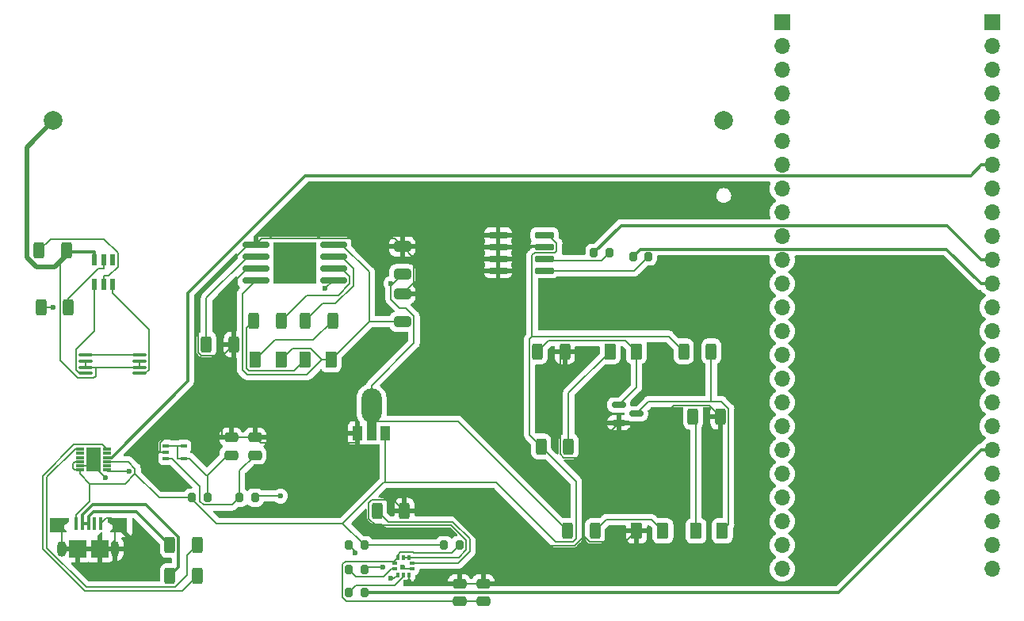
<source format=gtl>
%TF.GenerationSoftware,KiCad,Pcbnew,(7.0.0)*%
%TF.CreationDate,2023-03-21T00:44:08+02:00*%
%TF.ProjectId,main_v0.6,6d61696e-5f76-4302-9e36-2e6b69636164,rev?*%
%TF.SameCoordinates,Original*%
%TF.FileFunction,Copper,L1,Top*%
%TF.FilePolarity,Positive*%
%FSLAX46Y46*%
G04 Gerber Fmt 4.6, Leading zero omitted, Abs format (unit mm)*
G04 Created by KiCad (PCBNEW (7.0.0)) date 2023-03-21 00:44:08*
%MOMM*%
%LPD*%
G01*
G04 APERTURE LIST*
G04 Aperture macros list*
%AMRoundRect*
0 Rectangle with rounded corners*
0 $1 Rounding radius*
0 $2 $3 $4 $5 $6 $7 $8 $9 X,Y pos of 4 corners*
0 Add a 4 corners polygon primitive as box body*
4,1,4,$2,$3,$4,$5,$6,$7,$8,$9,$2,$3,0*
0 Add four circle primitives for the rounded corners*
1,1,$1+$1,$2,$3*
1,1,$1+$1,$4,$5*
1,1,$1+$1,$6,$7*
1,1,$1+$1,$8,$9*
0 Add four rect primitives between the rounded corners*
20,1,$1+$1,$2,$3,$4,$5,0*
20,1,$1+$1,$4,$5,$6,$7,0*
20,1,$1+$1,$6,$7,$8,$9,0*
20,1,$1+$1,$8,$9,$2,$3,0*%
%AMFreePoly0*
4,1,9,1.050000,0.350000,0.550000,0.000000,0.550000,-0.400000,0.800000,-0.650000,0.800000,-0.800000,-1.050000,-0.800000,-1.050000,0.800000,1.050000,0.800000,1.050000,0.350000,1.050000,0.350000,$1*%
%AMFreePoly1*
4,1,9,1.050000,-0.800000,-0.800000,-0.800000,-0.800000,-0.650000,-0.550000,-0.400000,-0.550000,0.000000,-1.050000,0.350000,-1.050000,0.800000,1.050000,0.800000,1.050000,-0.800000,1.050000,-0.800000,$1*%
G04 Aperture macros list end*
%TA.AperFunction,SMDPad,CuDef*%
%ADD10RoundRect,0.250000X-0.312500X-0.625000X0.312500X-0.625000X0.312500X0.625000X-0.312500X0.625000X0*%
%TD*%
%TA.AperFunction,SMDPad,CuDef*%
%ADD11RoundRect,0.007500X-0.412500X-0.117500X0.412500X-0.117500X0.412500X0.117500X-0.412500X0.117500X0*%
%TD*%
%TA.AperFunction,SMDPad,CuDef*%
%ADD12R,1.600000X2.500000*%
%TD*%
%TA.AperFunction,SMDPad,CuDef*%
%ADD13R,0.650000X0.400000*%
%TD*%
%TA.AperFunction,SMDPad,CuDef*%
%ADD14RoundRect,0.200000X-0.200000X-0.275000X0.200000X-0.275000X0.200000X0.275000X-0.200000X0.275000X0*%
%TD*%
%TA.AperFunction,ComponentPad*%
%ADD15R,1.700000X1.700000*%
%TD*%
%TA.AperFunction,ComponentPad*%
%ADD16O,1.700000X1.700000*%
%TD*%
%TA.AperFunction,SMDPad,CuDef*%
%ADD17RoundRect,0.250000X-0.375000X-0.625000X0.375000X-0.625000X0.375000X0.625000X-0.375000X0.625000X0*%
%TD*%
%TA.AperFunction,SMDPad,CuDef*%
%ADD18R,0.550000X1.200000*%
%TD*%
%TA.AperFunction,SMDPad,CuDef*%
%ADD19RoundRect,0.100000X-0.637500X-0.100000X0.637500X-0.100000X0.637500X0.100000X-0.637500X0.100000X0*%
%TD*%
%TA.AperFunction,SMDPad,CuDef*%
%ADD20RoundRect,0.175000X-1.250000X-0.175000X1.250000X-0.175000X1.250000X0.175000X-1.250000X0.175000X0*%
%TD*%
%TA.AperFunction,SMDPad,CuDef*%
%ADD21R,4.570000X4.450000*%
%TD*%
%TA.AperFunction,SMDPad,CuDef*%
%ADD22RoundRect,0.250000X0.475000X-0.250000X0.475000X0.250000X-0.475000X0.250000X-0.475000X-0.250000X0*%
%TD*%
%TA.AperFunction,SMDPad,CuDef*%
%ADD23RoundRect,0.250000X0.650000X-0.325000X0.650000X0.325000X-0.650000X0.325000X-0.650000X-0.325000X0*%
%TD*%
%TA.AperFunction,SMDPad,CuDef*%
%ADD24R,1.000000X1.500000*%
%TD*%
%TA.AperFunction,SMDPad,CuDef*%
%ADD25R,1.000000X2.000000*%
%TD*%
%TA.AperFunction,SMDPad,CuDef*%
%ADD26O,2.200000X3.700000*%
%TD*%
%TA.AperFunction,SMDPad,CuDef*%
%ADD27RoundRect,0.042000X-0.943000X-0.258000X0.943000X-0.258000X0.943000X0.258000X-0.943000X0.258000X0*%
%TD*%
%TA.AperFunction,SMDPad,CuDef*%
%ADD28RoundRect,0.100000X-0.175000X-0.100000X0.175000X-0.100000X0.175000X0.100000X-0.175000X0.100000X0*%
%TD*%
%TA.AperFunction,SMDPad,CuDef*%
%ADD29RoundRect,0.100000X-0.100000X-0.175000X0.100000X-0.175000X0.100000X0.175000X-0.100000X0.175000X0*%
%TD*%
%TA.AperFunction,SMDPad,CuDef*%
%ADD30RoundRect,0.150000X-0.587500X-0.150000X0.587500X-0.150000X0.587500X0.150000X-0.587500X0.150000X0*%
%TD*%
%TA.AperFunction,ComponentPad*%
%ADD31C,2.000000*%
%TD*%
%TA.AperFunction,SMDPad,CuDef*%
%ADD32R,0.400000X1.350000*%
%TD*%
%TA.AperFunction,SMDPad,CuDef*%
%ADD33FreePoly0,0.000000*%
%TD*%
%TA.AperFunction,ComponentPad*%
%ADD34O,1.000000X1.700000*%
%TD*%
%TA.AperFunction,SMDPad,CuDef*%
%ADD35R,1.900000X1.900000*%
%TD*%
%TA.AperFunction,ComponentPad*%
%ADD36O,0.850000X1.700000*%
%TD*%
%TA.AperFunction,SMDPad,CuDef*%
%ADD37FreePoly1,0.000000*%
%TD*%
%TA.AperFunction,ViaPad*%
%ADD38C,0.600000*%
%TD*%
%TA.AperFunction,Conductor*%
%ADD39C,0.200000*%
%TD*%
%TA.AperFunction,Conductor*%
%ADD40C,0.500000*%
%TD*%
%TA.AperFunction,Conductor*%
%ADD41C,0.350000*%
%TD*%
%TA.AperFunction,Conductor*%
%ADD42C,0.300000*%
%TD*%
G04 APERTURE END LIST*
D10*
%TO.P,R17,1*%
%TO.N,Net-(D5-K)*%
X163637500Y-82804000D03*
%TO.P,R17,2*%
%TO.N,GND*%
X166562500Y-82804000D03*
%TD*%
D11*
%TO.P,U5,1,USBDM*%
%TO.N,Net-(U5-USBDM)*%
X98133000Y-86251000D03*
%TO.P,U5,2,~{RESET#}*%
%TO.N,unconnected-(U5-~{RESET#}-Pad2)*%
X98133000Y-86701000D03*
%TO.P,U5,3,3V3OUT*%
%TO.N,unconnected-(U5-3V3OUT-Pad3)*%
X98133000Y-87151000D03*
%TO.P,U5,4,VCC*%
%TO.N,+3.3V*%
X98133000Y-87601000D03*
%TO.P,U5,5,GND*%
%TO.N,GND*%
X98133000Y-88051000D03*
%TO.P,U5,6,CBUS0*%
%TO.N,+3.3V*%
X98133000Y-88501000D03*
%TO.P,U5,7,TXD*%
%TO.N,/Interface IC Module/TXD*%
X101003000Y-88501000D03*
%TO.P,U5,8,RTS#*%
%TO.N,unconnected-(U5-RTS#-Pad8)*%
X101003000Y-88051000D03*
%TO.P,U5,9,VCCIO*%
%TO.N,+3.3V*%
X101003000Y-87601000D03*
%TO.P,U5,10,RXD*%
%TO.N,/Interface IC Module/RXD*%
X101003000Y-87151000D03*
%TO.P,U5,11,CTS#*%
%TO.N,unconnected-(U5-CTS#-Pad11)*%
X101003000Y-86701000D03*
%TO.P,U5,12,USBDP*%
%TO.N,Net-(U5-USBDP)*%
X101003000Y-86251000D03*
D12*
%TO.P,U5,13,GND*%
%TO.N,GND*%
X99567999Y-87375999D03*
%TD*%
D13*
%TO.P,U1,1,Vdd*%
%TO.N,Net-(C1-Pad1)*%
X107319999Y-85947499D03*
%TO.P,U1,2,GND*%
%TO.N,GND*%
X107319999Y-86597499D03*
%TO.P,U1,3,OUT*%
%TO.N,Net-(U1-OUT)*%
X107319999Y-87247499D03*
%TO.P,U1,4,Vdd*%
%TO.N,Net-(C1-Pad1)*%
X109219999Y-87247499D03*
%TO.P,U1,5,Vdd*%
X109219999Y-85947499D03*
%TD*%
D14*
%TO.P,R1,1*%
%TO.N,+3.3V*%
X110110000Y-91440000D03*
%TO.P,R1,2*%
%TO.N,Net-(C1-Pad1)*%
X111760000Y-91440000D03*
%TD*%
D15*
%TO.P,J1,1,Pin_1*%
%TO.N,unconnected-(J1-Pin_1-Pad1)*%
X173149999Y-40639999D03*
D16*
%TO.P,J1,2,Pin_2*%
%TO.N,unconnected-(J1-Pin_2-Pad2)*%
X173149999Y-43179999D03*
%TO.P,J1,3,Pin_3*%
%TO.N,unconnected-(J1-Pin_3-Pad3)*%
X173149999Y-45719999D03*
%TO.P,J1,4,Pin_4*%
%TO.N,unconnected-(J1-Pin_4-Pad4)*%
X173149999Y-48259999D03*
%TO.P,J1,5,Pin_5*%
%TO.N,unconnected-(J1-Pin_5-Pad5)*%
X173149999Y-50799999D03*
%TO.P,J1,6,Pin_6*%
%TO.N,unconnected-(J1-Pin_6-Pad6)*%
X173149999Y-53339999D03*
%TO.P,J1,7,Pin_7*%
%TO.N,unconnected-(J1-Pin_7-Pad7)*%
X173149999Y-55879999D03*
%TO.P,J1,8,Pin_8*%
%TO.N,unconnected-(J1-Pin_8-Pad8)*%
X173149999Y-58419999D03*
%TO.P,J1,9,Pin_9*%
%TO.N,unconnected-(J1-Pin_9-Pad9)*%
X173149999Y-60959999D03*
%TO.P,J1,10,Pin_10*%
%TO.N,unconnected-(J1-Pin_10-Pad10)*%
X173149999Y-63499999D03*
%TO.P,J1,11,Pin_11*%
%TO.N,unconnected-(J1-Pin_11-Pad11)*%
X173149999Y-66039999D03*
%TO.P,J1,12,Pin_12*%
%TO.N,unconnected-(J1-Pin_12-Pad12)*%
X173149999Y-68579999D03*
%TO.P,J1,13,Pin_13*%
%TO.N,unconnected-(J1-Pin_13-Pad13)*%
X173149999Y-71119999D03*
%TO.P,J1,14,Pin_14*%
%TO.N,unconnected-(J1-Pin_14-Pad14)*%
X173149999Y-73659999D03*
%TO.P,J1,15,Pin_15*%
%TO.N,unconnected-(J1-Pin_15-Pad15)*%
X173149999Y-76199999D03*
%TO.P,J1,16,Pin_16*%
%TO.N,unconnected-(J1-Pin_16-Pad16)*%
X173149999Y-78739999D03*
%TO.P,J1,17,Pin_17*%
%TO.N,unconnected-(J1-Pin_17-Pad17)*%
X173149999Y-81279999D03*
%TO.P,J1,18,Pin_18*%
%TO.N,unconnected-(J1-Pin_18-Pad18)*%
X173149999Y-83819999D03*
%TO.P,J1,19,Pin_19*%
%TO.N,unconnected-(J1-Pin_19-Pad19)*%
X173149999Y-86359999D03*
%TO.P,J1,20,Pin_20*%
%TO.N,unconnected-(J1-Pin_20-Pad20)*%
X173149999Y-88899999D03*
%TO.P,J1,21,Pin_21*%
%TO.N,unconnected-(J1-Pin_21-Pad21)*%
X173149999Y-91439999D03*
%TO.P,J1,22,Pin_22*%
%TO.N,/I2C2_SCL*%
X173149999Y-93979999D03*
%TO.P,J1,23,Pin_23*%
%TO.N,unconnected-(J1-Pin_23-Pad23)*%
X173149999Y-96519999D03*
%TO.P,J1,24,Pin_24*%
%TO.N,unconnected-(J1-Pin_24-Pad24)*%
X173149999Y-99059999D03*
%TD*%
D14*
%TO.P,R7,1*%
%TO.N,Net-(U2-~{CS})*%
X126874000Y-96520000D03*
%TO.P,R7,2*%
%TO.N,+3.3V*%
X128524000Y-96520000D03*
%TD*%
D10*
%TO.P,R15,1*%
%TO.N,Net-(D3-A)*%
X147032000Y-75814000D03*
%TO.P,R15,2*%
%TO.N,GND*%
X149957000Y-75814000D03*
%TD*%
D14*
%TO.P,R18,1*%
%TO.N,/Interface IC Module/I2C3_SDA*%
X157226000Y-65658000D03*
%TO.P,R18,2*%
%TO.N,Net-(U6-SDA)*%
X158876000Y-65658000D03*
%TD*%
D10*
%TO.P,R24,1*%
%TO.N,/Interface IC Module/D+*%
X107757500Y-96520000D03*
%TO.P,R24,2*%
%TO.N,Net-(U5-USBDM)*%
X110682500Y-96520000D03*
%TD*%
D17*
%TO.P,D2,1,K*%
%TO.N,Net-(D2-K)*%
X116834000Y-76708000D03*
%TO.P,D2,2,A*%
%TO.N,/+5V*%
X119634000Y-76708000D03*
%TD*%
D18*
%TO.P,IC1,1,OD*%
%TO.N,Net-(IC1-OD)*%
X99699999Y-68639999D03*
%TO.P,IC1,2,CS*%
%TO.N,Net-(IC1-CS)*%
X100649999Y-68639999D03*
%TO.P,IC1,3,OC*%
%TO.N,Net-(IC1-OC)*%
X101599999Y-68639999D03*
%TO.P,IC1,4,TD*%
%TO.N,unconnected-(IC1-TD-Pad4)*%
X101599999Y-66039999D03*
%TO.P,IC1,5,VCC*%
%TO.N,Net-(IC1-VCC)*%
X100649999Y-66039999D03*
%TO.P,IC1,6,GND*%
%TO.N,/V battery-*%
X99699999Y-66039999D03*
%TD*%
D10*
%TO.P,R16,1*%
%TO.N,+3.3V*%
X162657000Y-75814000D03*
%TO.P,R16,2*%
%TO.N,Net-(D5-A)*%
X165582000Y-75814000D03*
%TD*%
%TO.P,R2,1*%
%TO.N,Net-(U2-INT_DRDY)*%
X129880500Y-92837000D03*
%TO.P,R2,2*%
%TO.N,GND*%
X132805500Y-92837000D03*
%TD*%
D19*
%TO.P,Q1,1*%
%TO.N,unconnected-(Q1-Pad1)*%
X98737500Y-76200000D03*
%TO.P,Q1,2*%
%TO.N,/V battery-*%
X98737500Y-76850000D03*
%TO.P,Q1,3*%
X98737500Y-77500000D03*
%TO.P,Q1,4*%
%TO.N,Net-(IC1-OD)*%
X98737500Y-78150000D03*
%TO.P,Q1,5*%
%TO.N,Net-(IC1-OC)*%
X104462500Y-78150000D03*
%TO.P,Q1,6*%
%TO.N,/V battery-*%
X104462500Y-77500000D03*
%TO.P,Q1,7*%
X104462500Y-76850000D03*
%TO.P,Q1,8*%
%TO.N,unconnected-(Q1-Pad1)*%
X104462500Y-76200000D03*
%TD*%
D20*
%TO.P,U4,1,TEMP*%
%TO.N,GND*%
X116909000Y-64422000D03*
%TO.P,U4,2,PROG*%
%TO.N,Net-(U4-PROG)*%
X116909000Y-65692000D03*
%TO.P,U4,3,GND*%
%TO.N,GND*%
X116909000Y-66962000D03*
%TO.P,U4,4,VCC*%
%TO.N,/+5V*%
X116909000Y-68232000D03*
%TO.P,U4,5,BAT*%
%TO.N,/V battery+*%
X125209000Y-68232000D03*
%TO.P,U4,6,~{STDBY}*%
%TO.N,Net-(U4-~{STDBY})*%
X125209000Y-66962000D03*
%TO.P,U4,7,~{CHRG}*%
%TO.N,Net-(U4-~{CHRG})*%
X125209000Y-65692000D03*
%TO.P,U4,8,CE*%
%TO.N,/+5V*%
X125209000Y-64422000D03*
D21*
%TO.P,U4,9,EP*%
%TO.N,unconnected-(U4-EP-Pad9)*%
X121058999Y-66326999D03*
%TD*%
D17*
%TO.P,D3,1,K*%
%TO.N,Net-(D3-K)*%
X154777000Y-75814000D03*
%TO.P,D3,2,A*%
%TO.N,Net-(D3-A)*%
X157577000Y-75814000D03*
%TD*%
D10*
%TO.P,R11,1*%
%TO.N,Net-(U4-PROG)*%
X111654000Y-75057000D03*
%TO.P,R11,2*%
%TO.N,GND*%
X114579000Y-75057000D03*
%TD*%
D22*
%TO.P,C3,1*%
%TO.N,Net-(U2-VDD)*%
X138684000Y-102550000D03*
%TO.P,C3,2*%
%TO.N,GND*%
X138684000Y-100650000D03*
%TD*%
D23*
%TO.P,C5,1*%
%TO.N,/+5V*%
X132588000Y-72644000D03*
%TO.P,C5,2*%
%TO.N,GND*%
X132588000Y-69694000D03*
%TD*%
D22*
%TO.P,C1,1*%
%TO.N,Net-(C1-Pad1)*%
X114300000Y-86897500D03*
%TO.P,C1,2*%
%TO.N,GND*%
X114300000Y-84997500D03*
%TD*%
D14*
%TO.P,R5,1*%
%TO.N,Net-(U2-SDA)*%
X126874000Y-101600000D03*
%TO.P,R5,2*%
%TO.N,/Interface IC Module/I2C1_SDA*%
X128524000Y-101600000D03*
%TD*%
%TO.P,R4,1*%
%TO.N,Net-(U2-SCL)*%
X126874000Y-99090000D03*
%TO.P,R4,2*%
%TO.N,/Interface IC Module/I2C1_SCL*%
X128524000Y-99090000D03*
%TD*%
D24*
%TO.P,U3,1*%
%TO.N,GND*%
X127786999Y-84530999D03*
D25*
%TO.P,U3,2,VI*%
%TO.N,/V battery+*%
X129285999Y-84276999D03*
D26*
%TO.P,U3,2@1,VI*%
X129285999Y-81609999D03*
D24*
%TO.P,U3,3,VO*%
%TO.N,+3.3V*%
X130784999Y-84530999D03*
%TD*%
D17*
%TO.P,D1,1,K*%
%TO.N,GND*%
X157604000Y-94996000D03*
%TO.P,D1,2,A*%
%TO.N,Net-(D1-A)*%
X160404000Y-94996000D03*
%TD*%
D14*
%TO.P,R3,1*%
%TO.N,Net-(U1-OUT)*%
X115190000Y-91440000D03*
%TO.P,R3,2*%
%TO.N,/I2C2_SCL*%
X116840000Y-91440000D03*
%TD*%
D10*
%TO.P,R10,1*%
%TO.N,Net-(IC1-CS)*%
X93787500Y-65024000D03*
%TO.P,R10,2*%
%TO.N,/V battery-*%
X96712500Y-65024000D03*
%TD*%
D15*
%TO.P,J2,1,Pin_1*%
%TO.N,unconnected-(J2-Pin_1-Pad1)*%
X195579999Y-40639999D03*
D16*
%TO.P,J2,2,Pin_2*%
%TO.N,unconnected-(J2-Pin_2-Pad2)*%
X195579999Y-43179999D03*
%TO.P,J2,3,Pin_3*%
%TO.N,unconnected-(J2-Pin_3-Pad3)*%
X195579999Y-45719999D03*
%TO.P,J2,4,Pin_4*%
%TO.N,unconnected-(J2-Pin_4-Pad4)*%
X195579999Y-48259999D03*
%TO.P,J2,5,Pin_5*%
%TO.N,unconnected-(J2-Pin_5-Pad5)*%
X195579999Y-50799999D03*
%TO.P,J2,6,Pin_6*%
%TO.N,/Interface IC Module/TXD*%
X195579999Y-53339999D03*
%TO.P,J2,7,Pin_7*%
%TO.N,/Interface IC Module/RXD*%
X195579999Y-55879999D03*
%TO.P,J2,8,Pin_8*%
%TO.N,unconnected-(J2-Pin_8-Pad8)*%
X195579999Y-58419999D03*
%TO.P,J2,9,Pin_9*%
%TO.N,unconnected-(J2-Pin_9-Pad9)*%
X195579999Y-60959999D03*
%TO.P,J2,10,Pin_10*%
%TO.N,unconnected-(J2-Pin_10-Pad10)*%
X195579999Y-63499999D03*
%TO.P,J2,11,Pin_11*%
%TO.N,/Interface IC Module/I2C3_SCL*%
X195579999Y-66039999D03*
%TO.P,J2,12,Pin_12*%
%TO.N,/Interface IC Module/I2C3_SDA*%
X195579999Y-68579999D03*
%TO.P,J2,13,Pin_13*%
%TO.N,unconnected-(J2-Pin_13-Pad13)*%
X195579999Y-71119999D03*
%TO.P,J2,14,Pin_14*%
%TO.N,unconnected-(J2-Pin_14-Pad14)*%
X195579999Y-73659999D03*
%TO.P,J2,15,Pin_15*%
%TO.N,unconnected-(J2-Pin_15-Pad15)*%
X195579999Y-76199999D03*
%TO.P,J2,16,Pin_16*%
%TO.N,unconnected-(J2-Pin_16-Pad16)*%
X195579999Y-78739999D03*
%TO.P,J2,17,Pin_17*%
%TO.N,unconnected-(J2-Pin_17-Pad17)*%
X195579999Y-81279999D03*
%TO.P,J2,18,Pin_18*%
%TO.N,/Interface IC Module/I2C1_SCL*%
X195579999Y-83819999D03*
%TO.P,J2,19,Pin_19*%
%TO.N,/Interface IC Module/I2C1_SDA*%
X195579999Y-86359999D03*
%TO.P,J2,20,Pin_20*%
%TO.N,unconnected-(J2-Pin_20-Pad20)*%
X195579999Y-88899999D03*
%TO.P,J2,21,Pin_21*%
%TO.N,unconnected-(J2-Pin_21-Pad21)*%
X195579999Y-91439999D03*
%TO.P,J2,22,Pin_22*%
%TO.N,unconnected-(J2-Pin_22-Pad22)*%
X195579999Y-93979999D03*
%TO.P,J2,23,Pin_23*%
%TO.N,unconnected-(J2-Pin_23-Pad23)*%
X195579999Y-96519999D03*
%TO.P,J2,24,Pin_24*%
%TO.N,unconnected-(J2-Pin_24-Pad24)*%
X195579999Y-99059999D03*
%TD*%
D10*
%TO.P,R13,1*%
%TO.N,Net-(U4-~{CHRG})*%
X122199000Y-72517000D03*
%TO.P,R13,2*%
%TO.N,Net-(D2-K)*%
X125124000Y-72517000D03*
%TD*%
%TO.P,R14,1*%
%TO.N,+3.3V*%
X147417000Y-85974000D03*
%TO.P,R14,2*%
%TO.N,Net-(D3-K)*%
X150342000Y-85974000D03*
%TD*%
D27*
%TO.P,U6,1,A0*%
%TO.N,GND*%
X142813000Y-63373000D03*
%TO.P,U6,2,A1*%
X142813000Y-64643000D03*
%TO.P,U6,3,A2*%
X142813000Y-65913000D03*
%TO.P,U6,4,GND*%
X142813000Y-67183000D03*
%TO.P,U6,5,SDA*%
%TO.N,Net-(U6-SDA)*%
X147763000Y-67183000D03*
%TO.P,U6,6,SCL*%
%TO.N,Net-(U6-SCL)*%
X147763000Y-65913000D03*
%TO.P,U6,7,WP*%
%TO.N,GND*%
X147763000Y-64643000D03*
%TO.P,U6,8,VCC*%
%TO.N,+3.3V*%
X147763000Y-63373000D03*
%TD*%
D10*
%TO.P,R25,1*%
%TO.N,/Interface IC Module/D+*%
X107757500Y-99810000D03*
%TO.P,R25,2*%
%TO.N,Net-(U5-USBDP)*%
X110682500Y-99810000D03*
%TD*%
D14*
%TO.P,R6,1*%
%TO.N,+3.3V*%
X137034000Y-96520000D03*
%TO.P,R6,2*%
%TO.N,Net-(U2-VDD)*%
X138684000Y-96520000D03*
%TD*%
D22*
%TO.P,C4,1*%
%TO.N,Net-(U2-VDD)*%
X141224000Y-102550000D03*
%TO.P,C4,2*%
%TO.N,GND*%
X141224000Y-100650000D03*
%TD*%
D10*
%TO.P,R9,1*%
%TO.N,/V battery+*%
X93980000Y-71120000D03*
%TO.P,R9,2*%
%TO.N,Net-(IC1-VCC)*%
X96905000Y-71120000D03*
%TD*%
D17*
%TO.P,D5,1,K*%
%TO.N,Net-(D5-K)*%
X163954000Y-94996000D03*
%TO.P,D5,2,A*%
%TO.N,Net-(D5-A)*%
X166754000Y-94996000D03*
%TD*%
D10*
%TO.P,R8,1*%
%TO.N,/V battery+*%
X150236000Y-94991000D03*
%TO.P,R8,2*%
%TO.N,Net-(D1-A)*%
X153161000Y-94991000D03*
%TD*%
D14*
%TO.P,R19,1*%
%TO.N,/Interface IC Module/I2C3_SCL*%
X153036000Y-65278000D03*
%TO.P,R19,2*%
%TO.N,Net-(U6-SCL)*%
X154686000Y-65278000D03*
%TD*%
D28*
%TO.P,U2,1,Vdd_IO*%
%TO.N,Net-(U2-VDD)*%
X131754000Y-98460000D03*
%TO.P,U2,2,SCL*%
%TO.N,Net-(U2-SCL)*%
X131754000Y-99060000D03*
D29*
%TO.P,U2,3,RES*%
%TO.N,GND*%
X132079000Y-99685000D03*
%TO.P,U2,4,SDA*%
%TO.N,Net-(U2-SDA)*%
X132679000Y-99685000D03*
%TO.P,U2,5,SA0*%
%TO.N,GND*%
X133279000Y-99685000D03*
D28*
%TO.P,U2,6,~{CS}*%
%TO.N,Net-(U2-~{CS})*%
X133604000Y-99060000D03*
%TO.P,U2,7,INT_DRDY*%
%TO.N,Net-(U2-INT_DRDY)*%
X133604000Y-98460000D03*
D29*
%TO.P,U2,8,GND*%
%TO.N,GND*%
X133279000Y-97835000D03*
%TO.P,U2,9,GND*%
X132679000Y-97835000D03*
%TO.P,U2,10,VDD*%
%TO.N,Net-(U2-VDD)*%
X132079000Y-97835000D03*
%TD*%
D17*
%TO.P,D4,1,K*%
%TO.N,Net-(D4-K)*%
X122174000Y-76708000D03*
%TO.P,D4,2,A*%
%TO.N,/+5V*%
X124974000Y-76708000D03*
%TD*%
D30*
%TO.P,Q3,1,B*%
%TO.N,Net-(D3-A)*%
X155702000Y-81534000D03*
%TO.P,Q3,2,E*%
%TO.N,GND*%
X155702000Y-83434000D03*
%TO.P,Q3,3,C*%
%TO.N,Net-(D5-A)*%
X157577000Y-82484000D03*
%TD*%
D31*
%TO.P,BT1,1,+*%
%TO.N,/V battery+*%
X166905000Y-51155000D03*
%TO.P,BT1,2,-*%
%TO.N,/V battery-*%
X95305000Y-51155000D03*
%TD*%
D23*
%TO.P,C6,1*%
%TO.N,/V battery+*%
X132588000Y-67564000D03*
%TO.P,C6,2*%
%TO.N,GND*%
X132588000Y-64614000D03*
%TD*%
D10*
%TO.P,R12,1*%
%TO.N,Net-(D4-K)*%
X116734000Y-72517000D03*
%TO.P,R12,2*%
%TO.N,Net-(U4-~{STDBY})*%
X119659000Y-72517000D03*
%TD*%
D32*
%TO.P,J5,1,VBUS*%
%TO.N,+3.3V*%
X97759999Y-94234999D03*
%TO.P,J5,2,D-*%
%TO.N,/Interface IC Module/D+*%
X98409999Y-94234999D03*
%TO.P,J5,3,D+*%
X99059999Y-94234999D03*
%TO.P,J5,4,ID*%
%TO.N,unconnected-(J5-ID-Pad4)*%
X99709999Y-94234999D03*
%TO.P,J5,5,GND*%
%TO.N,GND*%
X100359999Y-94234999D03*
D33*
%TO.P,J5,6,Shield*%
X95960000Y-94360000D03*
D34*
X96234999Y-96909999D03*
D35*
X97859999Y-96909999D03*
X100259999Y-96909999D03*
D36*
X101884999Y-96909999D03*
D37*
X102160000Y-94360000D03*
%TD*%
D22*
%TO.P,C2,1*%
%TO.N,Net-(U1-OUT)*%
X116840000Y-86897500D03*
%TO.P,C2,2*%
%TO.N,GND*%
X116840000Y-84997500D03*
%TD*%
D38*
%TO.N,/V battery+*%
X95242300Y-71120000D03*
X131380900Y-68528500D03*
X124342200Y-69098800D03*
%TO.N,GND*%
X105129800Y-86497400D03*
X131345800Y-100073400D03*
X100847000Y-89309800D03*
X132988100Y-100474100D03*
%TO.N,/I2C2_SCL*%
X119544600Y-91280000D03*
%TO.N,/Interface IC Module/TXD*%
X103432300Y-88636200D03*
%TO.N,/Interface IC Module/I2C1_SCL*%
X130522500Y-98864800D03*
%TO.N,Net-(U2-~{CS})*%
X127545000Y-97345900D03*
X132597400Y-98909300D03*
%TD*%
D39*
%TO.N,/V battery+*%
X133836800Y-72069100D02*
X133836800Y-74908900D01*
X131380900Y-68528500D02*
X131380900Y-70241600D01*
X133836800Y-74908900D02*
X129286000Y-79459700D01*
X93980000Y-71120000D02*
X95242300Y-71120000D01*
X129286000Y-83324200D02*
X138569200Y-83324200D01*
X129286000Y-83324200D02*
X129286000Y-83760300D01*
X132308300Y-71169000D02*
X132936700Y-71169000D01*
X131380900Y-70241600D02*
X132308300Y-71169000D01*
X138569200Y-83324200D02*
X150236000Y-94991000D01*
X125209000Y-68232000D02*
X124342200Y-69098800D01*
X132936700Y-71169000D02*
X133836800Y-72069100D01*
X132588000Y-67564000D02*
X131623500Y-68528500D01*
X129286000Y-83760300D02*
X129286000Y-84277000D01*
X129286000Y-81610000D02*
X129286000Y-79459700D01*
X129286000Y-81610000D02*
X129286000Y-83324200D01*
X131623500Y-68528500D02*
X131380900Y-68528500D01*
%TO.N,/V battery-*%
X99591300Y-78660100D02*
X97921100Y-78660100D01*
D40*
X96041100Y-66210500D02*
X96712500Y-65539100D01*
D39*
X104462500Y-77500000D02*
X104462500Y-76850000D01*
X99807100Y-78444300D02*
X99591300Y-78660100D01*
X96712500Y-65539100D02*
X96712500Y-65139700D01*
D40*
X96041100Y-66210500D02*
X95449600Y-66802000D01*
X92456000Y-54004000D02*
X95305000Y-51155000D01*
D39*
X99807100Y-77500000D02*
X99807100Y-78444300D01*
D41*
X99700000Y-66040000D02*
X99700000Y-65139700D01*
X99700000Y-65139700D02*
X96712500Y-65139700D01*
D39*
X96712500Y-65139700D02*
X96712500Y-65024000D01*
X104462500Y-77500000D02*
X99807100Y-77500000D01*
X99807100Y-77500000D02*
X98737500Y-77500000D01*
D40*
X95449600Y-66802000D02*
X93472000Y-66802000D01*
X92456000Y-65786000D02*
X92456000Y-54004000D01*
D39*
X98737500Y-76850000D02*
X98737500Y-77500000D01*
X96041100Y-76780100D02*
X96041100Y-66210500D01*
X97921100Y-78660100D02*
X96041100Y-76780100D01*
D40*
X93472000Y-66802000D02*
X92456000Y-65786000D01*
D39*
%TO.N,Net-(C1-Pad1)*%
X109220000Y-87247500D02*
X108594700Y-87247500D01*
X108594700Y-85947500D02*
X109220000Y-85947500D01*
X111611100Y-89013300D02*
X109845300Y-87247500D01*
X109220000Y-87247500D02*
X109845300Y-87247500D01*
X108594700Y-85947500D02*
X108594700Y-87247500D01*
X107320000Y-85947500D02*
X108594700Y-85947500D01*
X111760000Y-89013300D02*
X111611100Y-89013300D01*
X113875800Y-86897500D02*
X114300000Y-86897500D01*
X111760000Y-91440000D02*
X111760000Y-89013300D01*
X111760000Y-89013300D02*
X113875800Y-86897500D01*
%TO.N,GND*%
X159752000Y-83434000D02*
X161572500Y-81613500D01*
X114300000Y-84997500D02*
X116840000Y-84997500D01*
X113308800Y-84997500D02*
X113308800Y-76252500D01*
X99568000Y-88051000D02*
X98133000Y-88051000D01*
X161572500Y-81613500D02*
X165372000Y-81613500D01*
X141224000Y-96567700D02*
X141224000Y-100650000D01*
X151985700Y-87150300D02*
X151985700Y-95572900D01*
X132588000Y-69694000D02*
X133813000Y-68469000D01*
X133279000Y-99685000D02*
X133279000Y-100183200D01*
X165372000Y-81613500D02*
X166562500Y-82804000D01*
X114579000Y-75057000D02*
X113383500Y-76252500D01*
X129720900Y-94425900D02*
X128992200Y-93697200D01*
X137493300Y-92837000D02*
X141224000Y-96567700D01*
X101885000Y-95960000D02*
X101510300Y-96334700D01*
X99568000Y-87376000D02*
X99568000Y-88051000D01*
X138598500Y-97835000D02*
X139408700Y-97024800D01*
X100826800Y-89309800D02*
X99568000Y-88051000D01*
X117423800Y-85581300D02*
X127787000Y-85581300D01*
X107320000Y-86597500D02*
X106794800Y-86597500D01*
X106694700Y-85622400D02*
X107319600Y-84997500D01*
X107319600Y-84997500D02*
X113308800Y-84997500D01*
X133813000Y-65913000D02*
X133813000Y-65839000D01*
X132805500Y-92837000D02*
X137493300Y-92837000D01*
X96235000Y-96910000D02*
X96235000Y-96649400D01*
X106694700Y-86497400D02*
X105129800Y-86497400D01*
X147763000Y-64643000D02*
X142813000Y-64643000D01*
X106794800Y-86597500D02*
X106694700Y-86497400D01*
X114579000Y-68428400D02*
X116045400Y-66962000D01*
X131690600Y-100073400D02*
X132079000Y-99685000D01*
X101885000Y-95960000D02*
X101885000Y-94635000D01*
X131345800Y-100073400D02*
X131690600Y-100073400D01*
X116840000Y-84997500D02*
X117423800Y-85581300D01*
X142813000Y-65913000D02*
X142813000Y-64643000D01*
X101885000Y-94635000D02*
X102022500Y-94497500D01*
X100935300Y-93659700D02*
X100360000Y-94235000D01*
X116909000Y-64422000D02*
X117560100Y-63770900D01*
X151985700Y-95572900D02*
X152585200Y-96172400D01*
X96609700Y-96910000D02*
X96349100Y-96649400D01*
X102022500Y-94497500D02*
X102022500Y-94222500D01*
X142813000Y-65913000D02*
X142813000Y-67183000D01*
X96349100Y-96649400D02*
X96235000Y-96649400D01*
X129337700Y-91660600D02*
X131629100Y-91660600D01*
X110745800Y-75929100D02*
X110745800Y-69751000D01*
X102022500Y-94497500D02*
X102160000Y-94360000D01*
X128992200Y-93697200D02*
X128992200Y-92006100D01*
X142813000Y-64643000D02*
X142813000Y-63373000D01*
X150990900Y-96567700D02*
X151985700Y-95572900D01*
X133745800Y-100650000D02*
X133279000Y-100183200D01*
X149801300Y-87150300D02*
X151985700Y-87150300D01*
X117560100Y-63770900D02*
X131744900Y-63770900D01*
X132679000Y-97835000D02*
X133279000Y-97835000D01*
X113308800Y-84997500D02*
X114300000Y-84997500D01*
X128992200Y-92006100D02*
X129337700Y-91660600D01*
X110745800Y-69751000D02*
X116074800Y-64422000D01*
X100847000Y-89309800D02*
X100826800Y-89309800D01*
X151985700Y-87150300D02*
X155702000Y-83434000D01*
X156427600Y-96172400D02*
X157604000Y-94996000D01*
X100260000Y-96910000D02*
X101510300Y-96910000D01*
X155702000Y-83434000D02*
X159752000Y-83434000D01*
X139408700Y-97024800D02*
X139408700Y-96019000D01*
X111069200Y-76252500D02*
X110745800Y-75929100D01*
X96235000Y-96649400D02*
X96235000Y-94635000D01*
X127787000Y-84531000D02*
X127787000Y-85581300D01*
X137815600Y-94425900D02*
X129720900Y-94425900D01*
X96235000Y-94635000D02*
X95960000Y-94360000D01*
X114579000Y-75057000D02*
X114579000Y-68428400D01*
X101885000Y-96910000D02*
X101885000Y-95960000D01*
X116074800Y-64422000D02*
X116909000Y-64422000D01*
X113383500Y-76252500D02*
X113308800Y-76252500D01*
X101510300Y-96334700D02*
X101510300Y-96910000D01*
X152585200Y-96172400D02*
X156427600Y-96172400D01*
X149957000Y-75814000D02*
X149418600Y-76352400D01*
X149418600Y-86767600D02*
X149801300Y-87150300D01*
X139408700Y-96019000D02*
X137815600Y-94425900D01*
X97860000Y-96910000D02*
X96609700Y-96910000D01*
X133813000Y-68469000D02*
X133813000Y-65913000D01*
X106694700Y-86497400D02*
X106694700Y-85622400D01*
X133279000Y-97835000D02*
X138598500Y-97835000D01*
X116045400Y-66962000D02*
X116909000Y-66962000D01*
X97860000Y-96910000D02*
X100260000Y-96910000D01*
X133813000Y-65839000D02*
X132588000Y-64614000D01*
X131744900Y-63770900D02*
X132588000Y-64614000D01*
X102022500Y-94222500D02*
X101459700Y-93659700D01*
X149418600Y-76352400D02*
X149418600Y-86767600D01*
X113308800Y-76252500D02*
X111069200Y-76252500D01*
X141224000Y-96567700D02*
X150990900Y-96567700D01*
X133813000Y-65913000D02*
X142813000Y-65913000D01*
X133279000Y-100183200D02*
X132988100Y-100474100D01*
X141224000Y-100650000D02*
X138684000Y-100650000D01*
X138684000Y-100650000D02*
X133745800Y-100650000D01*
X131629100Y-91660600D02*
X132805500Y-92837000D01*
X101459700Y-93659700D02*
X100935300Y-93659700D01*
%TO.N,Net-(U1-OUT)*%
X107320000Y-87247500D02*
X107945300Y-87247500D01*
X110935000Y-90237200D02*
X107945300Y-87247500D01*
X114401900Y-92228100D02*
X111327900Y-92228100D01*
X110935000Y-91835200D02*
X110935000Y-90237200D01*
X116840000Y-86897500D02*
X115190000Y-88547500D01*
X115190000Y-88547500D02*
X115190000Y-91440000D01*
X115190000Y-91440000D02*
X114401900Y-92228100D01*
X111327900Y-92228100D02*
X110935000Y-91835200D01*
%TO.N,Net-(U2-VDD)*%
X126167100Y-98568300D02*
X126474700Y-98260700D01*
X132079000Y-97569800D02*
X132390600Y-97258200D01*
X131754000Y-98260700D02*
X131754000Y-98460000D01*
X126636800Y-102550000D02*
X126167100Y-102080300D01*
X132079000Y-97835000D02*
X132079000Y-97569800D01*
X141224000Y-102550000D02*
X138684000Y-102550000D01*
X126167100Y-102080300D02*
X126167100Y-98568300D01*
X133830000Y-97346400D02*
X137857600Y-97346400D01*
X137857600Y-97346400D02*
X138684000Y-96520000D01*
X133741800Y-97258200D02*
X133830000Y-97346400D01*
X131754000Y-98160000D02*
X131754000Y-98260700D01*
X132079000Y-97835000D02*
X131754000Y-98160000D01*
X132390600Y-97258200D02*
X133741800Y-97258200D01*
X126474700Y-98260700D02*
X131754000Y-98260700D01*
X138684000Y-102550000D02*
X126636800Y-102550000D01*
%TO.N,/+5V*%
X129038000Y-72644000D02*
X124974000Y-76708000D01*
X129038000Y-72644000D02*
X129038000Y-67330700D01*
X122766500Y-75518000D02*
X123977400Y-76728800D01*
X132588000Y-72644000D02*
X129038000Y-72644000D01*
X115503400Y-77767100D02*
X115503400Y-69637600D01*
X123998200Y-76708000D02*
X123977400Y-76728800D01*
X124974000Y-76708000D02*
X123998200Y-76708000D01*
X120824000Y-75518000D02*
X122766500Y-75518000D01*
X126129300Y-64422000D02*
X125209000Y-64422000D01*
X122389600Y-78316600D02*
X116052900Y-78316600D01*
X115503400Y-69637600D02*
X116909000Y-68232000D01*
X123977400Y-76728800D02*
X122389600Y-78316600D01*
X119634000Y-76708000D02*
X120824000Y-75518000D01*
X129038000Y-67330700D02*
X126129300Y-64422000D01*
X116052900Y-78316600D02*
X115503400Y-77767100D01*
%TO.N,Net-(D1-A)*%
X154342100Y-93809900D02*
X153161000Y-94991000D01*
X159217900Y-93809900D02*
X154342100Y-93809900D01*
X160404000Y-94996000D02*
X159217900Y-93809900D01*
%TO.N,Net-(D2-K)*%
X116834000Y-76708000D02*
X118948200Y-74593800D01*
X118948200Y-74593800D02*
X123047200Y-74593800D01*
X123047200Y-74593800D02*
X125124000Y-72517000D01*
%TO.N,Net-(D3-K)*%
X154777000Y-75814000D02*
X150342000Y-80249000D01*
X150342000Y-80249000D02*
X150342000Y-85974000D01*
%TO.N,Net-(D3-A)*%
X157577000Y-75814000D02*
X156392300Y-74629300D01*
X157577000Y-79659000D02*
X155702000Y-81534000D01*
X148216700Y-74629300D02*
X147032000Y-75814000D01*
X156392300Y-74629300D02*
X148216700Y-74629300D01*
X157577000Y-75814000D02*
X157577000Y-79659000D01*
%TO.N,Net-(D4-K)*%
X115903800Y-73347200D02*
X116734000Y-72517000D01*
X122174000Y-76708000D02*
X120984700Y-77897300D01*
X120984700Y-77897300D02*
X116211700Y-77897300D01*
X115903800Y-77589400D02*
X115903800Y-73347200D01*
X116211700Y-77897300D02*
X115903800Y-77589400D01*
%TO.N,Net-(D5-K)*%
X163954000Y-94996000D02*
X163954000Y-83120500D01*
X163954000Y-83120500D02*
X163637500Y-82804000D01*
%TO.N,Net-(D5-A)*%
X165582000Y-81199100D02*
X165582000Y-75814000D01*
X166686900Y-81199100D02*
X165582000Y-81199100D01*
X165582000Y-81199100D02*
X158861900Y-81199100D01*
X158861900Y-81199100D02*
X157577000Y-82484000D01*
X167438100Y-94311900D02*
X167438100Y-81950300D01*
X166754000Y-94996000D02*
X167438100Y-94311900D01*
X167438100Y-81950300D02*
X166686900Y-81199100D01*
%TO.N,+3.3V*%
X103297400Y-87601000D02*
X101003000Y-87601000D01*
X126216400Y-94212400D02*
X128524000Y-96520000D01*
X146712100Y-65278000D02*
X148862200Y-65278000D01*
X151141900Y-89698900D02*
X147417000Y-85974000D01*
X148970800Y-96167400D02*
X150799600Y-96167400D01*
X104032700Y-88336300D02*
X103297400Y-87601000D01*
X106580900Y-91440000D02*
X104032700Y-88891800D01*
X130785000Y-84531000D02*
X130785000Y-89839500D01*
X104032700Y-88891800D02*
X104032700Y-88336300D01*
X146445600Y-74194700D02*
X161037700Y-74194700D01*
X150799600Y-96167400D02*
X151141900Y-95825100D01*
X110110000Y-91440000D02*
X110110000Y-91597500D01*
X97611700Y-87601000D02*
X98133000Y-87601000D01*
X97587400Y-88501000D02*
X97412400Y-88326000D01*
X148182200Y-63373000D02*
X147763000Y-63373000D01*
X99180000Y-89946200D02*
X102978300Y-89946200D01*
X130589300Y-89839500D02*
X130785000Y-89839500D01*
X98133000Y-88501000D02*
X97587400Y-88501000D01*
X97760000Y-94235000D02*
X97760000Y-93259700D01*
X98133000Y-88899200D02*
X99180000Y-89946200D01*
X146140300Y-74500000D02*
X146445600Y-74194700D01*
X146140300Y-84697300D02*
X146140300Y-74500000D01*
X99180000Y-89946200D02*
X99180000Y-91839700D01*
X147417000Y-85974000D02*
X146140300Y-84697300D01*
X99180000Y-91839700D02*
X97760000Y-93259700D01*
X110110000Y-91597500D02*
X112724900Y-94212400D01*
X128524000Y-96520000D02*
X137034000Y-96520000D01*
X98133000Y-88501000D02*
X98133000Y-88899200D01*
X148862200Y-65278000D02*
X149066400Y-65073800D01*
X97412400Y-88326000D02*
X97412400Y-87800300D01*
X142642900Y-89839500D02*
X148970800Y-96167400D01*
X146445600Y-65544500D02*
X146712100Y-65278000D01*
X151141900Y-95825100D02*
X151141900Y-89698900D01*
X149066400Y-64257200D02*
X148182200Y-63373000D01*
X102978300Y-89946200D02*
X104032700Y-88891800D01*
X146445600Y-74194700D02*
X146445600Y-65544500D01*
X130785000Y-89839500D02*
X142642900Y-89839500D01*
X149066400Y-65073800D02*
X149066400Y-64257200D01*
X97412400Y-87800300D02*
X97611700Y-87601000D01*
X126216400Y-94212400D02*
X130589300Y-89839500D01*
X161037700Y-74194700D02*
X162657000Y-75814000D01*
X112724900Y-94212400D02*
X126216400Y-94212400D01*
X110110000Y-91440000D02*
X106580900Y-91440000D01*
%TO.N,/Interface IC Module/D+*%
X99060000Y-94235000D02*
X99060000Y-93472000D01*
D41*
X105179300Y-92202000D02*
X108673300Y-95696000D01*
X98410000Y-94235000D02*
X99060000Y-94235000D01*
X98410000Y-93259700D02*
X99467700Y-92202000D01*
X108673300Y-95696000D02*
X108673300Y-98894200D01*
X99060000Y-93472000D02*
X99568000Y-92964000D01*
X99467700Y-92202000D02*
X105179300Y-92202000D01*
X99568000Y-92964000D02*
X104201500Y-92964000D01*
X108673300Y-98894200D02*
X107757500Y-99810000D01*
X104201500Y-92964000D02*
X107757500Y-96520000D01*
X98410000Y-94235000D02*
X98410000Y-93259700D01*
D39*
%TO.N,/I2C2_SCL*%
X117000000Y-91280000D02*
X116840000Y-91440000D01*
X119544600Y-91280000D02*
X117000000Y-91280000D01*
%TO.N,/Interface IC Module/TXD*%
X103432300Y-88636200D02*
X101138200Y-88636200D01*
X101138200Y-88636200D02*
X101003000Y-88501000D01*
%TO.N,/Interface IC Module/RXD*%
X101600000Y-87122000D02*
X101571000Y-87151000D01*
D42*
X195580000Y-55880000D02*
X194429700Y-55880000D01*
X109654800Y-79016200D02*
X101600000Y-87071000D01*
X109654800Y-69554100D02*
X109654800Y-79016200D01*
X122178600Y-57030300D02*
X109654800Y-69554100D01*
X193279400Y-57030300D02*
X122178600Y-57030300D01*
X194429700Y-55880000D02*
X193279400Y-57030300D01*
X101571000Y-87151000D02*
X101003000Y-87151000D01*
D41*
%TO.N,/Interface IC Module/I2C3_SCL*%
X194429700Y-66040000D02*
X190737000Y-62347300D01*
X190737000Y-62347300D02*
X155966700Y-62347300D01*
X195580000Y-66040000D02*
X194429700Y-66040000D01*
X155966700Y-62347300D02*
X153036000Y-65278000D01*
%TO.N,/Interface IC Module/I2C3_SDA*%
X158002200Y-64881800D02*
X157226000Y-65658000D01*
X190731500Y-64881800D02*
X158002200Y-64881800D01*
X195580000Y-68580000D02*
X194429700Y-68580000D01*
X194429700Y-68580000D02*
X190731500Y-64881800D01*
D39*
%TO.N,/Interface IC Module/I2C1_SCL*%
X130522500Y-98864800D02*
X128749200Y-98864800D01*
X128749200Y-98864800D02*
X128524000Y-99090000D01*
D41*
%TO.N,/Interface IC Module/I2C1_SDA*%
X179189700Y-101600000D02*
X128524000Y-101600000D01*
X194429700Y-86360000D02*
X179189700Y-101600000D01*
X195580000Y-86360000D02*
X194429700Y-86360000D01*
D39*
%TO.N,unconnected-(Q1-Pad1)*%
X98737500Y-76200000D02*
X104462500Y-76200000D01*
%TO.N,Net-(IC1-OD)*%
X99700000Y-68640000D02*
X99700000Y-73612000D01*
X98083100Y-78150000D02*
X98737500Y-78150000D01*
X97688000Y-75624000D02*
X97688000Y-77754900D01*
X97688000Y-77754900D02*
X98083100Y-78150000D01*
X99700000Y-73612000D02*
X97688000Y-75624000D01*
%TO.N,Net-(IC1-OC)*%
X105515600Y-73455900D02*
X105515600Y-77762000D01*
X101600000Y-69540300D02*
X105515600Y-73455900D01*
X105127600Y-78150000D02*
X104462500Y-78150000D01*
X101600000Y-68640000D02*
X101600000Y-69540300D01*
X105515600Y-77762000D02*
X105127600Y-78150000D01*
%TO.N,Net-(U2-INT_DRDY)*%
X133604000Y-98460000D02*
X138539600Y-98460000D01*
X139809000Y-95853100D02*
X137981500Y-94025600D01*
X131069100Y-94025600D02*
X129880500Y-92837000D01*
X139809000Y-97190600D02*
X139809000Y-95853100D01*
X137981500Y-94025600D02*
X131069100Y-94025600D01*
X138539600Y-98460000D02*
X139809000Y-97190600D01*
%TO.N,Net-(U2-SCL)*%
X131423500Y-99060000D02*
X131754000Y-99060000D01*
X130613600Y-99869900D02*
X131423500Y-99060000D01*
X127653900Y-99869900D02*
X130613600Y-99869900D01*
X126874000Y-99090000D02*
X127653900Y-99869900D01*
%TO.N,Net-(U2-SDA)*%
X126874000Y-101600000D02*
X127650400Y-100823600D01*
X131782800Y-100823600D02*
X132679000Y-99927400D01*
X132679000Y-99927400D02*
X132679000Y-99685000D01*
X127650400Y-100823600D02*
X131782800Y-100823600D01*
%TO.N,Net-(U2-~{CS})*%
X126874000Y-96520000D02*
X127545000Y-97191000D01*
X132748100Y-99060000D02*
X132597400Y-98909300D01*
X133604000Y-99060000D02*
X132748100Y-99060000D01*
X127545000Y-97191000D02*
X127545000Y-97345900D01*
%TO.N,Net-(IC1-VCC)*%
X100650000Y-66040000D02*
X100650000Y-66940300D01*
X100650000Y-66940300D02*
X100100000Y-66940300D01*
X100100000Y-66940300D02*
X96905000Y-70135300D01*
X96905000Y-70135300D02*
X96905000Y-71120000D01*
%TO.N,Net-(IC1-CS)*%
X101200600Y-67739700D02*
X102180900Y-66759400D01*
X102180900Y-66759400D02*
X102180900Y-65303700D01*
X100650000Y-68640000D02*
X100650000Y-67739700D01*
X100650000Y-67739700D02*
X101200600Y-67739700D01*
X102180900Y-65303700D02*
X100694400Y-63817200D01*
X100694400Y-63817200D02*
X94994300Y-63817200D01*
X94994300Y-63817200D02*
X93787500Y-65024000D01*
%TO.N,Net-(U4-PROG)*%
X111654000Y-75057000D02*
X111654000Y-70115900D01*
X111654000Y-70115900D02*
X116077900Y-65692000D01*
X116077900Y-65692000D02*
X116909000Y-65692000D01*
%TO.N,Net-(U4-~{STDBY})*%
X126061500Y-66962000D02*
X125209000Y-66962000D01*
X122349900Y-69826100D02*
X125716500Y-69826100D01*
X125716500Y-69826100D02*
X126936600Y-68606000D01*
X119659000Y-72517000D02*
X122349900Y-69826100D01*
X126936600Y-68606000D02*
X126936600Y-67837100D01*
X126936600Y-67837100D02*
X126061500Y-66962000D01*
%TO.N,Net-(U4-~{CHRG})*%
X124018000Y-70698000D02*
X125419100Y-70698000D01*
X127339500Y-68777600D02*
X127339500Y-66941700D01*
X125419100Y-70698000D02*
X127339500Y-68777600D01*
X127339500Y-66941700D02*
X126089800Y-65692000D01*
X126089800Y-65692000D02*
X125209000Y-65692000D01*
X122199000Y-72517000D02*
X124018000Y-70698000D01*
%TO.N,Net-(U6-SDA)*%
X158876000Y-65658000D02*
X157351000Y-67183000D01*
X157351000Y-67183000D02*
X147763000Y-67183000D01*
%TO.N,Net-(U6-SCL)*%
X147924700Y-66074700D02*
X147763000Y-65913000D01*
X154686000Y-65278000D02*
X153889300Y-66074700D01*
X153889300Y-66074700D02*
X147924700Y-66074700D01*
%TO.N,Net-(U5-USBDM)*%
X109582800Y-97619700D02*
X109582800Y-99724500D01*
X109582800Y-99724500D02*
X108304200Y-101003100D01*
X94607300Y-96803400D02*
X94607300Y-89248500D01*
X110682500Y-96520000D02*
X109582800Y-97619700D01*
X94607300Y-89248500D02*
X97604800Y-86251000D01*
X108304200Y-101003100D02*
X98807000Y-101003100D01*
X97604800Y-86251000D02*
X98133000Y-86251000D01*
X98807000Y-101003100D02*
X94607300Y-96803400D01*
%TO.N,Net-(U5-USBDP)*%
X94159100Y-96941000D02*
X94159100Y-89118400D01*
X97484300Y-85793200D02*
X100545200Y-85793200D01*
X94159100Y-89118400D02*
X97484300Y-85793200D01*
X109075900Y-101416600D02*
X98634700Y-101416600D01*
X98634700Y-101416600D02*
X94159100Y-96941000D01*
X110682500Y-99810000D02*
X109075900Y-101416600D01*
X100545200Y-85793200D02*
X101003000Y-86251000D01*
%TD*%
%TA.AperFunction,Conductor*%
%TO.N,GND*%
G36*
X171774442Y-65570088D02*
G01*
X171817974Y-65605813D01*
X171841215Y-65657108D01*
X171839373Y-65713393D01*
X171816337Y-65799365D01*
X171816335Y-65799371D01*
X171814937Y-65804592D01*
X171814465Y-65809977D01*
X171814465Y-65809982D01*
X171800073Y-65974480D01*
X171794341Y-66040000D01*
X171794813Y-66045395D01*
X171813829Y-66262752D01*
X171814937Y-66275408D01*
X171816336Y-66280630D01*
X171816337Y-66280634D01*
X171874694Y-66498430D01*
X171874697Y-66498438D01*
X171876097Y-66503663D01*
X171878385Y-66508570D01*
X171878386Y-66508572D01*
X171973678Y-66712927D01*
X171973681Y-66712933D01*
X171975965Y-66717830D01*
X171979064Y-66722257D01*
X171979066Y-66722259D01*
X172108399Y-66906966D01*
X172108402Y-66906970D01*
X172111505Y-66911401D01*
X172278599Y-67078495D01*
X172283032Y-67081599D01*
X172283038Y-67081604D01*
X172464158Y-67208425D01*
X172503024Y-67252743D01*
X172517035Y-67310000D01*
X172503024Y-67367257D01*
X172464159Y-67411575D01*
X172283041Y-67538395D01*
X172278599Y-67541505D01*
X172274775Y-67545328D01*
X172274769Y-67545334D01*
X172115334Y-67704769D01*
X172115328Y-67704775D01*
X172111505Y-67708599D01*
X172108402Y-67713029D01*
X172108399Y-67713034D01*
X171979073Y-67897731D01*
X171979068Y-67897738D01*
X171975965Y-67902171D01*
X171973677Y-67907077D01*
X171973675Y-67907081D01*
X171878386Y-68111427D01*
X171878383Y-68111432D01*
X171876097Y-68116337D01*
X171874698Y-68121557D01*
X171874694Y-68121569D01*
X171816337Y-68339365D01*
X171816335Y-68339371D01*
X171814937Y-68344592D01*
X171814465Y-68349977D01*
X171814465Y-68349982D01*
X171795316Y-68568861D01*
X171794341Y-68580000D01*
X171794813Y-68585395D01*
X171808890Y-68746298D01*
X171814937Y-68815408D01*
X171816336Y-68820630D01*
X171816337Y-68820634D01*
X171874694Y-69038430D01*
X171874697Y-69038438D01*
X171876097Y-69043663D01*
X171878385Y-69048570D01*
X171878386Y-69048572D01*
X171973678Y-69252927D01*
X171973681Y-69252933D01*
X171975965Y-69257830D01*
X171979064Y-69262257D01*
X171979066Y-69262259D01*
X172108399Y-69446966D01*
X172108402Y-69446970D01*
X172111505Y-69451401D01*
X172278599Y-69618495D01*
X172283032Y-69621599D01*
X172283038Y-69621604D01*
X172464158Y-69748425D01*
X172503024Y-69792743D01*
X172517035Y-69850000D01*
X172503024Y-69907257D01*
X172464159Y-69951575D01*
X172283041Y-70078395D01*
X172278599Y-70081505D01*
X172274775Y-70085328D01*
X172274769Y-70085334D01*
X172115334Y-70244769D01*
X172115328Y-70244775D01*
X172111505Y-70248599D01*
X172108402Y-70253029D01*
X172108399Y-70253034D01*
X171979073Y-70437731D01*
X171979068Y-70437738D01*
X171975965Y-70442171D01*
X171973677Y-70447077D01*
X171973675Y-70447081D01*
X171878386Y-70651427D01*
X171878383Y-70651432D01*
X171876097Y-70656337D01*
X171874698Y-70661557D01*
X171874694Y-70661569D01*
X171816337Y-70879365D01*
X171816335Y-70879371D01*
X171814937Y-70884592D01*
X171814465Y-70889977D01*
X171814465Y-70889982D01*
X171797050Y-71089036D01*
X171794341Y-71120000D01*
X171794813Y-71125395D01*
X171810473Y-71304393D01*
X171814937Y-71355408D01*
X171816336Y-71360630D01*
X171816337Y-71360634D01*
X171874694Y-71578430D01*
X171874697Y-71578438D01*
X171876097Y-71583663D01*
X171878385Y-71588570D01*
X171878386Y-71588572D01*
X171973678Y-71792927D01*
X171973681Y-71792933D01*
X171975965Y-71797830D01*
X171979064Y-71802257D01*
X171979066Y-71802259D01*
X172108399Y-71986966D01*
X172108402Y-71986970D01*
X172111505Y-71991401D01*
X172278599Y-72158495D01*
X172283032Y-72161599D01*
X172283038Y-72161604D01*
X172464158Y-72288425D01*
X172503024Y-72332743D01*
X172517035Y-72390000D01*
X172503024Y-72447257D01*
X172464159Y-72491575D01*
X172283041Y-72618395D01*
X172278599Y-72621505D01*
X172274775Y-72625328D01*
X172274769Y-72625334D01*
X172115334Y-72784769D01*
X172115328Y-72784775D01*
X172111505Y-72788599D01*
X172108402Y-72793029D01*
X172108399Y-72793034D01*
X171979073Y-72977731D01*
X171979068Y-72977738D01*
X171975965Y-72982171D01*
X171973677Y-72987077D01*
X171973675Y-72987081D01*
X171878386Y-73191427D01*
X171878383Y-73191432D01*
X171876097Y-73196337D01*
X171874698Y-73201557D01*
X171874694Y-73201569D01*
X171816337Y-73419365D01*
X171816335Y-73419371D01*
X171814937Y-73424592D01*
X171814465Y-73429977D01*
X171814465Y-73429982D01*
X171798211Y-73615761D01*
X171794341Y-73660000D01*
X171794813Y-73665395D01*
X171810508Y-73844794D01*
X171814937Y-73895408D01*
X171816336Y-73900630D01*
X171816337Y-73900634D01*
X171874694Y-74118430D01*
X171874697Y-74118438D01*
X171876097Y-74123663D01*
X171878385Y-74128570D01*
X171878386Y-74128572D01*
X171973678Y-74332927D01*
X171973681Y-74332933D01*
X171975965Y-74337830D01*
X171979064Y-74342257D01*
X171979066Y-74342259D01*
X172108399Y-74526966D01*
X172108402Y-74526970D01*
X172111505Y-74531401D01*
X172278599Y-74698495D01*
X172283032Y-74701599D01*
X172283038Y-74701604D01*
X172464158Y-74828425D01*
X172503024Y-74872743D01*
X172517035Y-74930000D01*
X172503024Y-74987257D01*
X172464159Y-75031575D01*
X172283041Y-75158395D01*
X172278599Y-75161505D01*
X172274775Y-75165328D01*
X172274769Y-75165334D01*
X172115334Y-75324769D01*
X172115328Y-75324775D01*
X172111505Y-75328599D01*
X172108402Y-75333029D01*
X172108399Y-75333034D01*
X171979073Y-75517731D01*
X171979068Y-75517738D01*
X171975965Y-75522171D01*
X171973677Y-75527077D01*
X171973675Y-75527081D01*
X171878386Y-75731427D01*
X171878383Y-75731432D01*
X171876097Y-75736337D01*
X171874698Y-75741557D01*
X171874694Y-75741569D01*
X171816337Y-75959365D01*
X171816335Y-75959371D01*
X171814937Y-75964592D01*
X171814465Y-75969977D01*
X171814465Y-75969982D01*
X171794813Y-76194605D01*
X171794341Y-76200000D01*
X171794813Y-76205395D01*
X171808935Y-76366814D01*
X171814937Y-76435408D01*
X171816336Y-76440630D01*
X171816337Y-76440634D01*
X171874694Y-76658430D01*
X171874697Y-76658438D01*
X171876097Y-76663663D01*
X171878385Y-76668570D01*
X171878386Y-76668572D01*
X171973678Y-76872927D01*
X171973681Y-76872933D01*
X171975965Y-76877830D01*
X171979064Y-76882257D01*
X171979066Y-76882259D01*
X172108399Y-77066966D01*
X172108402Y-77066970D01*
X172111505Y-77071401D01*
X172278599Y-77238495D01*
X172283032Y-77241599D01*
X172283038Y-77241604D01*
X172464158Y-77368425D01*
X172503024Y-77412743D01*
X172517035Y-77470000D01*
X172503024Y-77527257D01*
X172464159Y-77571575D01*
X172283041Y-77698395D01*
X172278599Y-77701505D01*
X172274775Y-77705328D01*
X172274769Y-77705334D01*
X172115334Y-77864769D01*
X172115328Y-77864775D01*
X172111505Y-77868599D01*
X172108402Y-77873029D01*
X172108399Y-77873034D01*
X171979073Y-78057731D01*
X171979068Y-78057738D01*
X171975965Y-78062171D01*
X171973677Y-78067077D01*
X171973675Y-78067081D01*
X171878386Y-78271427D01*
X171878383Y-78271432D01*
X171876097Y-78276337D01*
X171874698Y-78281557D01*
X171874694Y-78281569D01*
X171816337Y-78499365D01*
X171816335Y-78499371D01*
X171814937Y-78504592D01*
X171814465Y-78509977D01*
X171814465Y-78509982D01*
X171796670Y-78713383D01*
X171794341Y-78740000D01*
X171794813Y-78745395D01*
X171809835Y-78917100D01*
X171814937Y-78975408D01*
X171816336Y-78980630D01*
X171816337Y-78980634D01*
X171874694Y-79198430D01*
X171874697Y-79198438D01*
X171876097Y-79203663D01*
X171878385Y-79208570D01*
X171878386Y-79208572D01*
X171973678Y-79412927D01*
X171973681Y-79412933D01*
X171975965Y-79417830D01*
X171979064Y-79422257D01*
X171979066Y-79422259D01*
X172108399Y-79606966D01*
X172108402Y-79606970D01*
X172111505Y-79611401D01*
X172278599Y-79778495D01*
X172283032Y-79781599D01*
X172283038Y-79781604D01*
X172464158Y-79908425D01*
X172503024Y-79952743D01*
X172517035Y-80010000D01*
X172503024Y-80067257D01*
X172464160Y-80111574D01*
X172278599Y-80241505D01*
X172274775Y-80245328D01*
X172274769Y-80245334D01*
X172115334Y-80404769D01*
X172115328Y-80404775D01*
X172111505Y-80408599D01*
X172108402Y-80413029D01*
X172108399Y-80413034D01*
X171979073Y-80597731D01*
X171979068Y-80597738D01*
X171975965Y-80602171D01*
X171973677Y-80607077D01*
X171973675Y-80607081D01*
X171878386Y-80811427D01*
X171878383Y-80811432D01*
X171876097Y-80816337D01*
X171874698Y-80821557D01*
X171874694Y-80821569D01*
X171816337Y-81039365D01*
X171816335Y-81039371D01*
X171814937Y-81044592D01*
X171794341Y-81280000D01*
X171794813Y-81285395D01*
X171813400Y-81497848D01*
X171814937Y-81515408D01*
X171816336Y-81520630D01*
X171816337Y-81520634D01*
X171874694Y-81738430D01*
X171874697Y-81738438D01*
X171876097Y-81743663D01*
X171878385Y-81748570D01*
X171878386Y-81748572D01*
X171973678Y-81952927D01*
X171973681Y-81952933D01*
X171975965Y-81957830D01*
X171979064Y-81962257D01*
X171979066Y-81962259D01*
X172108399Y-82146966D01*
X172108402Y-82146970D01*
X172111505Y-82151401D01*
X172278599Y-82318495D01*
X172283032Y-82321599D01*
X172283038Y-82321604D01*
X172464158Y-82448425D01*
X172503024Y-82492743D01*
X172517035Y-82550000D01*
X172503024Y-82607257D01*
X172464159Y-82651575D01*
X172283041Y-82778395D01*
X172278599Y-82781505D01*
X172274775Y-82785328D01*
X172274769Y-82785334D01*
X172115334Y-82944769D01*
X172115328Y-82944775D01*
X172111505Y-82948599D01*
X172108402Y-82953029D01*
X172108399Y-82953034D01*
X171979073Y-83137731D01*
X171979068Y-83137738D01*
X171975965Y-83142171D01*
X171973677Y-83147077D01*
X171973675Y-83147081D01*
X171878386Y-83351427D01*
X171878383Y-83351432D01*
X171876097Y-83356337D01*
X171874698Y-83361557D01*
X171874694Y-83361569D01*
X171816337Y-83579365D01*
X171816335Y-83579371D01*
X171814937Y-83584592D01*
X171814465Y-83589977D01*
X171814465Y-83589982D01*
X171800073Y-83754480D01*
X171794341Y-83820000D01*
X171794813Y-83825395D01*
X171812320Y-84025502D01*
X171814937Y-84055408D01*
X171816336Y-84060630D01*
X171816337Y-84060634D01*
X171874694Y-84278430D01*
X171874697Y-84278438D01*
X171876097Y-84283663D01*
X171878385Y-84288570D01*
X171878386Y-84288572D01*
X171973678Y-84492927D01*
X171973681Y-84492933D01*
X171975965Y-84497830D01*
X171979064Y-84502257D01*
X171979066Y-84502259D01*
X172108399Y-84686966D01*
X172108402Y-84686970D01*
X172111505Y-84691401D01*
X172278599Y-84858495D01*
X172283032Y-84861599D01*
X172283038Y-84861604D01*
X172464158Y-84988425D01*
X172503024Y-85032743D01*
X172517035Y-85090000D01*
X172503024Y-85147257D01*
X172464159Y-85191575D01*
X172283041Y-85318395D01*
X172278599Y-85321505D01*
X172274775Y-85325328D01*
X172274769Y-85325334D01*
X172115334Y-85484769D01*
X172115328Y-85484775D01*
X172111505Y-85488599D01*
X172108402Y-85493029D01*
X172108399Y-85493034D01*
X171979073Y-85677731D01*
X171979068Y-85677738D01*
X171975965Y-85682171D01*
X171973677Y-85687077D01*
X171973675Y-85687081D01*
X171878386Y-85891427D01*
X171878383Y-85891432D01*
X171876097Y-85896337D01*
X171874698Y-85901557D01*
X171874694Y-85901569D01*
X171816337Y-86119365D01*
X171816335Y-86119371D01*
X171814937Y-86124592D01*
X171814465Y-86129977D01*
X171814465Y-86129982D01*
X171797191Y-86327420D01*
X171794341Y-86360000D01*
X171794813Y-86365395D01*
X171813856Y-86583060D01*
X171814937Y-86595408D01*
X171816336Y-86600630D01*
X171816337Y-86600634D01*
X171874694Y-86818430D01*
X171874697Y-86818438D01*
X171876097Y-86823663D01*
X171878385Y-86828570D01*
X171878386Y-86828572D01*
X171973678Y-87032927D01*
X171973681Y-87032933D01*
X171975965Y-87037830D01*
X171979064Y-87042257D01*
X171979066Y-87042259D01*
X172108399Y-87226966D01*
X172108402Y-87226970D01*
X172111505Y-87231401D01*
X172278599Y-87398495D01*
X172283032Y-87401599D01*
X172283038Y-87401604D01*
X172464158Y-87528425D01*
X172503024Y-87572743D01*
X172517035Y-87630000D01*
X172503024Y-87687257D01*
X172464160Y-87731574D01*
X172278599Y-87861505D01*
X172274775Y-87865328D01*
X172274769Y-87865334D01*
X172115334Y-88024769D01*
X172115328Y-88024775D01*
X172111505Y-88028599D01*
X172108402Y-88033029D01*
X172108399Y-88033034D01*
X171979073Y-88217731D01*
X171979068Y-88217738D01*
X171975965Y-88222171D01*
X171973677Y-88227077D01*
X171973675Y-88227081D01*
X171878386Y-88431427D01*
X171878383Y-88431432D01*
X171876097Y-88436337D01*
X171874698Y-88441557D01*
X171874694Y-88441569D01*
X171816337Y-88659365D01*
X171816335Y-88659371D01*
X171814937Y-88664592D01*
X171814465Y-88669977D01*
X171814465Y-88669982D01*
X171803419Y-88796235D01*
X171794341Y-88900000D01*
X171794813Y-88905395D01*
X171814157Y-89126500D01*
X171814937Y-89135408D01*
X171816336Y-89140630D01*
X171816337Y-89140634D01*
X171874694Y-89358430D01*
X171874697Y-89358438D01*
X171876097Y-89363663D01*
X171878385Y-89368570D01*
X171878386Y-89368572D01*
X171973678Y-89572927D01*
X171973681Y-89572933D01*
X171975965Y-89577830D01*
X171979064Y-89582257D01*
X171979066Y-89582259D01*
X172108399Y-89766966D01*
X172108402Y-89766970D01*
X172111505Y-89771401D01*
X172278599Y-89938495D01*
X172283032Y-89941599D01*
X172283038Y-89941604D01*
X172464158Y-90068425D01*
X172503024Y-90112743D01*
X172517035Y-90170000D01*
X172503024Y-90227257D01*
X172464159Y-90271575D01*
X172283041Y-90398395D01*
X172278599Y-90401505D01*
X172274775Y-90405328D01*
X172274769Y-90405334D01*
X172115334Y-90564769D01*
X172115328Y-90564775D01*
X172111505Y-90568599D01*
X172108402Y-90573029D01*
X172108399Y-90573034D01*
X171979073Y-90757731D01*
X171979068Y-90757738D01*
X171975965Y-90762171D01*
X171973677Y-90767077D01*
X171973675Y-90767081D01*
X171878386Y-90971427D01*
X171878383Y-90971432D01*
X171876097Y-90976337D01*
X171874698Y-90981557D01*
X171874694Y-90981569D01*
X171816337Y-91199365D01*
X171816335Y-91199371D01*
X171814937Y-91204592D01*
X171814465Y-91209977D01*
X171814465Y-91209982D01*
X171797622Y-91402500D01*
X171794341Y-91440000D01*
X171794813Y-91445395D01*
X171811437Y-91635412D01*
X171814937Y-91675408D01*
X171816336Y-91680630D01*
X171816337Y-91680634D01*
X171874694Y-91898430D01*
X171874697Y-91898438D01*
X171876097Y-91903663D01*
X171878385Y-91908570D01*
X171878386Y-91908572D01*
X171973678Y-92112927D01*
X171973681Y-92112933D01*
X171975965Y-92117830D01*
X171979064Y-92122257D01*
X171979066Y-92122259D01*
X172108399Y-92306966D01*
X172108402Y-92306970D01*
X172111505Y-92311401D01*
X172278599Y-92478495D01*
X172283032Y-92481599D01*
X172283038Y-92481604D01*
X172464158Y-92608425D01*
X172503024Y-92652743D01*
X172517035Y-92710000D01*
X172503024Y-92767257D01*
X172464159Y-92811575D01*
X172283041Y-92938395D01*
X172278599Y-92941505D01*
X172274775Y-92945328D01*
X172274769Y-92945334D01*
X172115334Y-93104769D01*
X172115328Y-93104775D01*
X172111505Y-93108599D01*
X172108402Y-93113029D01*
X172108399Y-93113034D01*
X171979073Y-93297731D01*
X171979068Y-93297738D01*
X171975965Y-93302171D01*
X171973677Y-93307077D01*
X171973675Y-93307081D01*
X171878386Y-93511427D01*
X171878383Y-93511432D01*
X171876097Y-93516337D01*
X171874698Y-93521557D01*
X171874694Y-93521569D01*
X171816337Y-93739365D01*
X171816335Y-93739371D01*
X171814937Y-93744592D01*
X171814465Y-93749977D01*
X171814465Y-93749982D01*
X171799196Y-93924511D01*
X171794341Y-93980000D01*
X171794813Y-93985395D01*
X171814181Y-94206774D01*
X171814937Y-94215408D01*
X171816336Y-94220630D01*
X171816337Y-94220634D01*
X171874694Y-94438430D01*
X171874697Y-94438438D01*
X171876097Y-94443663D01*
X171878385Y-94448570D01*
X171878386Y-94448572D01*
X171973678Y-94652927D01*
X171973681Y-94652933D01*
X171975965Y-94657830D01*
X171979064Y-94662257D01*
X171979066Y-94662259D01*
X172108399Y-94846966D01*
X172108402Y-94846970D01*
X172111505Y-94851401D01*
X172278599Y-95018495D01*
X172283032Y-95021599D01*
X172283038Y-95021604D01*
X172464158Y-95148425D01*
X172503024Y-95192743D01*
X172517035Y-95250000D01*
X172503024Y-95307257D01*
X172464159Y-95351575D01*
X172283041Y-95478395D01*
X172278599Y-95481505D01*
X172274775Y-95485328D01*
X172274769Y-95485334D01*
X172115334Y-95644769D01*
X172115328Y-95644775D01*
X172111505Y-95648599D01*
X172108402Y-95653029D01*
X172108399Y-95653034D01*
X171979073Y-95837731D01*
X171979068Y-95837738D01*
X171975965Y-95842171D01*
X171973677Y-95847077D01*
X171973675Y-95847081D01*
X171878386Y-96051427D01*
X171878383Y-96051432D01*
X171876097Y-96056337D01*
X171874698Y-96061557D01*
X171874694Y-96061569D01*
X171816337Y-96279365D01*
X171816335Y-96279371D01*
X171814937Y-96284592D01*
X171814465Y-96289977D01*
X171814465Y-96289982D01*
X171799270Y-96463664D01*
X171794341Y-96520000D01*
X171794813Y-96525395D01*
X171810535Y-96705102D01*
X171814937Y-96755408D01*
X171816336Y-96760630D01*
X171816337Y-96760634D01*
X171874694Y-96978430D01*
X171874697Y-96978438D01*
X171876097Y-96983663D01*
X171878385Y-96988570D01*
X171878386Y-96988572D01*
X171973678Y-97192927D01*
X171973681Y-97192933D01*
X171975965Y-97197830D01*
X171979064Y-97202257D01*
X171979066Y-97202259D01*
X172108399Y-97386966D01*
X172108402Y-97386970D01*
X172111505Y-97391401D01*
X172278599Y-97558495D01*
X172283032Y-97561599D01*
X172283038Y-97561604D01*
X172464158Y-97688425D01*
X172503024Y-97732743D01*
X172517035Y-97790000D01*
X172503024Y-97847257D01*
X172464159Y-97891575D01*
X172283041Y-98018395D01*
X172278599Y-98021505D01*
X172274775Y-98025328D01*
X172274769Y-98025334D01*
X172115334Y-98184769D01*
X172115328Y-98184775D01*
X172111505Y-98188599D01*
X172108402Y-98193029D01*
X172108399Y-98193034D01*
X171979073Y-98377731D01*
X171979068Y-98377738D01*
X171975965Y-98382171D01*
X171973677Y-98387077D01*
X171973675Y-98387081D01*
X171878386Y-98591427D01*
X171878383Y-98591432D01*
X171876097Y-98596337D01*
X171874698Y-98601557D01*
X171874694Y-98601569D01*
X171816337Y-98819365D01*
X171816335Y-98819371D01*
X171814937Y-98824592D01*
X171814465Y-98829977D01*
X171814465Y-98829982D01*
X171795557Y-99046105D01*
X171794341Y-99060000D01*
X171794813Y-99065395D01*
X171805233Y-99184500D01*
X171814937Y-99295408D01*
X171816336Y-99300630D01*
X171816337Y-99300634D01*
X171874694Y-99518430D01*
X171874697Y-99518438D01*
X171876097Y-99523663D01*
X171878385Y-99528570D01*
X171878386Y-99528572D01*
X171973678Y-99732927D01*
X171973681Y-99732933D01*
X171975965Y-99737830D01*
X171979064Y-99742257D01*
X171979066Y-99742259D01*
X172108399Y-99926966D01*
X172108402Y-99926970D01*
X172111505Y-99931401D01*
X172278599Y-100098495D01*
X172283031Y-100101598D01*
X172283033Y-100101600D01*
X172403832Y-100186184D01*
X172472170Y-100234035D01*
X172477070Y-100236320D01*
X172477072Y-100236321D01*
X172531443Y-100261674D01*
X172686337Y-100333903D01*
X172914592Y-100395063D01*
X173150000Y-100415659D01*
X173385408Y-100395063D01*
X173613663Y-100333903D01*
X173827830Y-100234035D01*
X174021401Y-100098495D01*
X174188495Y-99931401D01*
X174324035Y-99737830D01*
X174423903Y-99523663D01*
X174485063Y-99295408D01*
X174505659Y-99060000D01*
X174485063Y-98824592D01*
X174423903Y-98596337D01*
X174324035Y-98382171D01*
X174188495Y-98188599D01*
X174021401Y-98021505D01*
X174016968Y-98018401D01*
X174016961Y-98018395D01*
X173835842Y-97891575D01*
X173796976Y-97847257D01*
X173782965Y-97790000D01*
X173796976Y-97732743D01*
X173835842Y-97688425D01*
X174016961Y-97561604D01*
X174016961Y-97561603D01*
X174021401Y-97558495D01*
X174188495Y-97391401D01*
X174324035Y-97197830D01*
X174423903Y-96983663D01*
X174485063Y-96755408D01*
X174505659Y-96520000D01*
X174485063Y-96284592D01*
X174423903Y-96056337D01*
X174324035Y-95842171D01*
X174188495Y-95648599D01*
X174021401Y-95481505D01*
X174016968Y-95478401D01*
X174016961Y-95478395D01*
X173835842Y-95351575D01*
X173796976Y-95307257D01*
X173782965Y-95250000D01*
X173796976Y-95192743D01*
X173835842Y-95148425D01*
X174016961Y-95021604D01*
X174016961Y-95021603D01*
X174021401Y-95018495D01*
X174188495Y-94851401D01*
X174324035Y-94657830D01*
X174423903Y-94443663D01*
X174485063Y-94215408D01*
X174505659Y-93980000D01*
X174485063Y-93744592D01*
X174423903Y-93516337D01*
X174324035Y-93302171D01*
X174188495Y-93108599D01*
X174021401Y-92941505D01*
X174016968Y-92938401D01*
X174016961Y-92938395D01*
X173835842Y-92811575D01*
X173796976Y-92767257D01*
X173782965Y-92710000D01*
X173796976Y-92652743D01*
X173835842Y-92608425D01*
X174016961Y-92481604D01*
X174016961Y-92481603D01*
X174021401Y-92478495D01*
X174188495Y-92311401D01*
X174324035Y-92117830D01*
X174423903Y-91903663D01*
X174485063Y-91675408D01*
X174505659Y-91440000D01*
X174485063Y-91204592D01*
X174423903Y-90976337D01*
X174324035Y-90762171D01*
X174188495Y-90568599D01*
X174021401Y-90401505D01*
X174016968Y-90398401D01*
X174016961Y-90398395D01*
X173835842Y-90271575D01*
X173796976Y-90227257D01*
X173782965Y-90170000D01*
X173796976Y-90112743D01*
X173835842Y-90068425D01*
X174016961Y-89941604D01*
X174016961Y-89941603D01*
X174021401Y-89938495D01*
X174188495Y-89771401D01*
X174324035Y-89577830D01*
X174423903Y-89363663D01*
X174485063Y-89135408D01*
X174505659Y-88900000D01*
X174485063Y-88664592D01*
X174423903Y-88436337D01*
X174324035Y-88222171D01*
X174188495Y-88028599D01*
X174021401Y-87861505D01*
X174016970Y-87858402D01*
X174016966Y-87858399D01*
X173835841Y-87731574D01*
X173796976Y-87687256D01*
X173782965Y-87629999D01*
X173796976Y-87572742D01*
X173835839Y-87528426D01*
X174021401Y-87398495D01*
X174188495Y-87231401D01*
X174324035Y-87037830D01*
X174423903Y-86823663D01*
X174485063Y-86595408D01*
X174505659Y-86360000D01*
X174485063Y-86124592D01*
X174423903Y-85896337D01*
X174324035Y-85682171D01*
X174188495Y-85488599D01*
X174021401Y-85321505D01*
X174016968Y-85318401D01*
X174016961Y-85318395D01*
X173835842Y-85191575D01*
X173796976Y-85147257D01*
X173782965Y-85090000D01*
X173796976Y-85032743D01*
X173835842Y-84988425D01*
X174016961Y-84861604D01*
X174016961Y-84861603D01*
X174021401Y-84858495D01*
X174188495Y-84691401D01*
X174324035Y-84497830D01*
X174423903Y-84283663D01*
X174485063Y-84055408D01*
X174505659Y-83820000D01*
X174485063Y-83584592D01*
X174423903Y-83356337D01*
X174324035Y-83142171D01*
X174188495Y-82948599D01*
X174021401Y-82781505D01*
X174016968Y-82778401D01*
X174016961Y-82778395D01*
X173835842Y-82651575D01*
X173796976Y-82607257D01*
X173782965Y-82550000D01*
X173796976Y-82492743D01*
X173835842Y-82448425D01*
X174016961Y-82321604D01*
X174016961Y-82321603D01*
X174021401Y-82318495D01*
X174188495Y-82151401D01*
X174324035Y-81957830D01*
X174423903Y-81743663D01*
X174485063Y-81515408D01*
X174505659Y-81280000D01*
X174485063Y-81044592D01*
X174423903Y-80816337D01*
X174324035Y-80602171D01*
X174188495Y-80408599D01*
X174021401Y-80241505D01*
X174016970Y-80238402D01*
X174016966Y-80238399D01*
X173835841Y-80111574D01*
X173796976Y-80067256D01*
X173782965Y-80009999D01*
X173796976Y-79952742D01*
X173835839Y-79908426D01*
X174021401Y-79778495D01*
X174188495Y-79611401D01*
X174324035Y-79417830D01*
X174423903Y-79203663D01*
X174485063Y-78975408D01*
X174505659Y-78740000D01*
X174485063Y-78504592D01*
X174428470Y-78293382D01*
X174425305Y-78281569D01*
X174425304Y-78281567D01*
X174423903Y-78276337D01*
X174324035Y-78062171D01*
X174188495Y-77868599D01*
X174021401Y-77701505D01*
X174016968Y-77698401D01*
X174016961Y-77698395D01*
X173835842Y-77571575D01*
X173796976Y-77527257D01*
X173782965Y-77470000D01*
X173796976Y-77412743D01*
X173835842Y-77368425D01*
X174016961Y-77241604D01*
X174016961Y-77241603D01*
X174021401Y-77238495D01*
X174188495Y-77071401D01*
X174324035Y-76877830D01*
X174423903Y-76663663D01*
X174485063Y-76435408D01*
X174505659Y-76200000D01*
X174485063Y-75964592D01*
X174423903Y-75736337D01*
X174324035Y-75522171D01*
X174188495Y-75328599D01*
X174021401Y-75161505D01*
X174016968Y-75158401D01*
X174016961Y-75158395D01*
X173835842Y-75031575D01*
X173796976Y-74987257D01*
X173782965Y-74930000D01*
X173796976Y-74872743D01*
X173835842Y-74828425D01*
X174016961Y-74701604D01*
X174016961Y-74701603D01*
X174021401Y-74698495D01*
X174188495Y-74531401D01*
X174324035Y-74337830D01*
X174423903Y-74123663D01*
X174485063Y-73895408D01*
X174505659Y-73660000D01*
X174485063Y-73424592D01*
X174423903Y-73196337D01*
X174324035Y-72982171D01*
X174188495Y-72788599D01*
X174021401Y-72621505D01*
X174016968Y-72618401D01*
X174016961Y-72618395D01*
X173835842Y-72491575D01*
X173796976Y-72447257D01*
X173782965Y-72390000D01*
X173796976Y-72332743D01*
X173835842Y-72288425D01*
X174016961Y-72161604D01*
X174016961Y-72161603D01*
X174021401Y-72158495D01*
X174188495Y-71991401D01*
X174324035Y-71797830D01*
X174423903Y-71583663D01*
X174485063Y-71355408D01*
X174505659Y-71120000D01*
X174485063Y-70884592D01*
X174423903Y-70656337D01*
X174324035Y-70442171D01*
X174188495Y-70248599D01*
X174021401Y-70081505D01*
X174016968Y-70078401D01*
X174016961Y-70078395D01*
X173835842Y-69951575D01*
X173796976Y-69907257D01*
X173782965Y-69850000D01*
X173796976Y-69792743D01*
X173835842Y-69748425D01*
X174016961Y-69621604D01*
X174016961Y-69621603D01*
X174021401Y-69618495D01*
X174188495Y-69451401D01*
X174324035Y-69257830D01*
X174423903Y-69043663D01*
X174485063Y-68815408D01*
X174505659Y-68580000D01*
X174485063Y-68344592D01*
X174423903Y-68116337D01*
X174324035Y-67902171D01*
X174188495Y-67708599D01*
X174021401Y-67541505D01*
X174016968Y-67538401D01*
X174016961Y-67538395D01*
X173835842Y-67411575D01*
X173796976Y-67367257D01*
X173782965Y-67310000D01*
X173796976Y-67252743D01*
X173835842Y-67208425D01*
X174016961Y-67081604D01*
X174016961Y-67081603D01*
X174021401Y-67078495D01*
X174188495Y-66911401D01*
X174324035Y-66717830D01*
X174423903Y-66503663D01*
X174485063Y-66275408D01*
X174505659Y-66040000D01*
X174485063Y-65804592D01*
X174467827Y-65740264D01*
X174460627Y-65713393D01*
X174458785Y-65657108D01*
X174482026Y-65605813D01*
X174525558Y-65570088D01*
X174580402Y-65557300D01*
X190400337Y-65557300D01*
X190447790Y-65566739D01*
X190488018Y-65593619D01*
X193934972Y-69040573D01*
X193940106Y-69046027D01*
X193978471Y-69089332D01*
X194026098Y-69122206D01*
X194032122Y-69126639D01*
X194077672Y-69162326D01*
X194086221Y-69166173D01*
X194105760Y-69177194D01*
X194107294Y-69178253D01*
X194107297Y-69178254D01*
X194113474Y-69182518D01*
X194120489Y-69185178D01*
X194120492Y-69185180D01*
X194167582Y-69203039D01*
X194174486Y-69205898D01*
X194227261Y-69229650D01*
X194236471Y-69231337D01*
X194258087Y-69237362D01*
X194266855Y-69240688D01*
X194324317Y-69247665D01*
X194331677Y-69248784D01*
X194359597Y-69253901D01*
X194404217Y-69271513D01*
X194438814Y-69304743D01*
X194541505Y-69451401D01*
X194708599Y-69618495D01*
X194713032Y-69621599D01*
X194713038Y-69621604D01*
X194894158Y-69748425D01*
X194933024Y-69792743D01*
X194947035Y-69850000D01*
X194933024Y-69907257D01*
X194894159Y-69951575D01*
X194713041Y-70078395D01*
X194708599Y-70081505D01*
X194704775Y-70085328D01*
X194704769Y-70085334D01*
X194545334Y-70244769D01*
X194545328Y-70244775D01*
X194541505Y-70248599D01*
X194538402Y-70253029D01*
X194538399Y-70253034D01*
X194409073Y-70437731D01*
X194409068Y-70437738D01*
X194405965Y-70442171D01*
X194403677Y-70447077D01*
X194403675Y-70447081D01*
X194308386Y-70651427D01*
X194308383Y-70651432D01*
X194306097Y-70656337D01*
X194304698Y-70661557D01*
X194304694Y-70661569D01*
X194246337Y-70879365D01*
X194246335Y-70879371D01*
X194244937Y-70884592D01*
X194244465Y-70889977D01*
X194244465Y-70889982D01*
X194227050Y-71089036D01*
X194224341Y-71120000D01*
X194224813Y-71125395D01*
X194240473Y-71304393D01*
X194244937Y-71355408D01*
X194246336Y-71360630D01*
X194246337Y-71360634D01*
X194304694Y-71578430D01*
X194304697Y-71578438D01*
X194306097Y-71583663D01*
X194308385Y-71588570D01*
X194308386Y-71588572D01*
X194403678Y-71792927D01*
X194403681Y-71792933D01*
X194405965Y-71797830D01*
X194409064Y-71802257D01*
X194409066Y-71802259D01*
X194538399Y-71986966D01*
X194538402Y-71986970D01*
X194541505Y-71991401D01*
X194708599Y-72158495D01*
X194713032Y-72161599D01*
X194713038Y-72161604D01*
X194894158Y-72288425D01*
X194933024Y-72332743D01*
X194947035Y-72390000D01*
X194933024Y-72447257D01*
X194894159Y-72491575D01*
X194713041Y-72618395D01*
X194708599Y-72621505D01*
X194704775Y-72625328D01*
X194704769Y-72625334D01*
X194545334Y-72784769D01*
X194545328Y-72784775D01*
X194541505Y-72788599D01*
X194538402Y-72793029D01*
X194538399Y-72793034D01*
X194409073Y-72977731D01*
X194409068Y-72977738D01*
X194405965Y-72982171D01*
X194403677Y-72987077D01*
X194403675Y-72987081D01*
X194308386Y-73191427D01*
X194308383Y-73191432D01*
X194306097Y-73196337D01*
X194304698Y-73201557D01*
X194304694Y-73201569D01*
X194246337Y-73419365D01*
X194246335Y-73419371D01*
X194244937Y-73424592D01*
X194244465Y-73429977D01*
X194244465Y-73429982D01*
X194228211Y-73615761D01*
X194224341Y-73660000D01*
X194224813Y-73665395D01*
X194240508Y-73844794D01*
X194244937Y-73895408D01*
X194246336Y-73900630D01*
X194246337Y-73900634D01*
X194304694Y-74118430D01*
X194304697Y-74118438D01*
X194306097Y-74123663D01*
X194308385Y-74128570D01*
X194308386Y-74128572D01*
X194403678Y-74332927D01*
X194403681Y-74332933D01*
X194405965Y-74337830D01*
X194409064Y-74342257D01*
X194409066Y-74342259D01*
X194538399Y-74526966D01*
X194538402Y-74526970D01*
X194541505Y-74531401D01*
X194708599Y-74698495D01*
X194713032Y-74701599D01*
X194713038Y-74701604D01*
X194894158Y-74828425D01*
X194933024Y-74872743D01*
X194947035Y-74930000D01*
X194933024Y-74987257D01*
X194894159Y-75031575D01*
X194713041Y-75158395D01*
X194708599Y-75161505D01*
X194704775Y-75165328D01*
X194704769Y-75165334D01*
X194545334Y-75324769D01*
X194545328Y-75324775D01*
X194541505Y-75328599D01*
X194538402Y-75333029D01*
X194538399Y-75333034D01*
X194409073Y-75517731D01*
X194409068Y-75517738D01*
X194405965Y-75522171D01*
X194403677Y-75527077D01*
X194403675Y-75527081D01*
X194308386Y-75731427D01*
X194308383Y-75731432D01*
X194306097Y-75736337D01*
X194304698Y-75741557D01*
X194304694Y-75741569D01*
X194246337Y-75959365D01*
X194246335Y-75959371D01*
X194244937Y-75964592D01*
X194244465Y-75969977D01*
X194244465Y-75969982D01*
X194224813Y-76194605D01*
X194224341Y-76200000D01*
X194224813Y-76205395D01*
X194238935Y-76366814D01*
X194244937Y-76435408D01*
X194246336Y-76440630D01*
X194246337Y-76440634D01*
X194304694Y-76658430D01*
X194304697Y-76658438D01*
X194306097Y-76663663D01*
X194308385Y-76668570D01*
X194308386Y-76668572D01*
X194403678Y-76872927D01*
X194403681Y-76872933D01*
X194405965Y-76877830D01*
X194409064Y-76882257D01*
X194409066Y-76882259D01*
X194538399Y-77066966D01*
X194538402Y-77066970D01*
X194541505Y-77071401D01*
X194708599Y-77238495D01*
X194713032Y-77241599D01*
X194713038Y-77241604D01*
X194894158Y-77368425D01*
X194933024Y-77412743D01*
X194947035Y-77470000D01*
X194933024Y-77527257D01*
X194894159Y-77571575D01*
X194713041Y-77698395D01*
X194708599Y-77701505D01*
X194704775Y-77705328D01*
X194704769Y-77705334D01*
X194545334Y-77864769D01*
X194545328Y-77864775D01*
X194541505Y-77868599D01*
X194538402Y-77873029D01*
X194538399Y-77873034D01*
X194409073Y-78057731D01*
X194409068Y-78057738D01*
X194405965Y-78062171D01*
X194403677Y-78067077D01*
X194403675Y-78067081D01*
X194308386Y-78271427D01*
X194308383Y-78271432D01*
X194306097Y-78276337D01*
X194304698Y-78281557D01*
X194304694Y-78281569D01*
X194246337Y-78499365D01*
X194246335Y-78499371D01*
X194244937Y-78504592D01*
X194244465Y-78509977D01*
X194244465Y-78509982D01*
X194226670Y-78713383D01*
X194224341Y-78740000D01*
X194224813Y-78745395D01*
X194239835Y-78917100D01*
X194244937Y-78975408D01*
X194246336Y-78980630D01*
X194246337Y-78980634D01*
X194304694Y-79198430D01*
X194304697Y-79198438D01*
X194306097Y-79203663D01*
X194308385Y-79208570D01*
X194308386Y-79208572D01*
X194403678Y-79412927D01*
X194403681Y-79412933D01*
X194405965Y-79417830D01*
X194409064Y-79422257D01*
X194409066Y-79422259D01*
X194538399Y-79606966D01*
X194538402Y-79606970D01*
X194541505Y-79611401D01*
X194708599Y-79778495D01*
X194713032Y-79781599D01*
X194713038Y-79781604D01*
X194894158Y-79908425D01*
X194933024Y-79952743D01*
X194947035Y-80010000D01*
X194933024Y-80067257D01*
X194894160Y-80111574D01*
X194708599Y-80241505D01*
X194704775Y-80245328D01*
X194704769Y-80245334D01*
X194545334Y-80404769D01*
X194545328Y-80404775D01*
X194541505Y-80408599D01*
X194538402Y-80413029D01*
X194538399Y-80413034D01*
X194409073Y-80597731D01*
X194409068Y-80597738D01*
X194405965Y-80602171D01*
X194403677Y-80607077D01*
X194403675Y-80607081D01*
X194308386Y-80811427D01*
X194308383Y-80811432D01*
X194306097Y-80816337D01*
X194304698Y-80821557D01*
X194304694Y-80821569D01*
X194246337Y-81039365D01*
X194246335Y-81039371D01*
X194244937Y-81044592D01*
X194224341Y-81280000D01*
X194224813Y-81285395D01*
X194243400Y-81497848D01*
X194244937Y-81515408D01*
X194246336Y-81520630D01*
X194246337Y-81520634D01*
X194304694Y-81738430D01*
X194304697Y-81738438D01*
X194306097Y-81743663D01*
X194308385Y-81748570D01*
X194308386Y-81748572D01*
X194403678Y-81952927D01*
X194403681Y-81952933D01*
X194405965Y-81957830D01*
X194409064Y-81962257D01*
X194409066Y-81962259D01*
X194538399Y-82146966D01*
X194538402Y-82146970D01*
X194541505Y-82151401D01*
X194708599Y-82318495D01*
X194713032Y-82321599D01*
X194713038Y-82321604D01*
X194894158Y-82448425D01*
X194933024Y-82492743D01*
X194947035Y-82550000D01*
X194933024Y-82607257D01*
X194894159Y-82651575D01*
X194713041Y-82778395D01*
X194708599Y-82781505D01*
X194704775Y-82785328D01*
X194704769Y-82785334D01*
X194545334Y-82944769D01*
X194545328Y-82944775D01*
X194541505Y-82948599D01*
X194538402Y-82953029D01*
X194538399Y-82953034D01*
X194409073Y-83137731D01*
X194409068Y-83137738D01*
X194405965Y-83142171D01*
X194403677Y-83147077D01*
X194403675Y-83147081D01*
X194308386Y-83351427D01*
X194308383Y-83351432D01*
X194306097Y-83356337D01*
X194304698Y-83361557D01*
X194304694Y-83361569D01*
X194246337Y-83579365D01*
X194246335Y-83579371D01*
X194244937Y-83584592D01*
X194244465Y-83589977D01*
X194244465Y-83589982D01*
X194230073Y-83754480D01*
X194224341Y-83820000D01*
X194224813Y-83825395D01*
X194242320Y-84025502D01*
X194244937Y-84055408D01*
X194246336Y-84060630D01*
X194246337Y-84060634D01*
X194304694Y-84278430D01*
X194304697Y-84278438D01*
X194306097Y-84283663D01*
X194308385Y-84288570D01*
X194308386Y-84288572D01*
X194403678Y-84492927D01*
X194403681Y-84492933D01*
X194405965Y-84497830D01*
X194409064Y-84502257D01*
X194409066Y-84502259D01*
X194538399Y-84686966D01*
X194538402Y-84686970D01*
X194541505Y-84691401D01*
X194708599Y-84858495D01*
X194713032Y-84861599D01*
X194713038Y-84861604D01*
X194894158Y-84988425D01*
X194933024Y-85032743D01*
X194947035Y-85090000D01*
X194933024Y-85147257D01*
X194894159Y-85191575D01*
X194713041Y-85318395D01*
X194708599Y-85321505D01*
X194704775Y-85325328D01*
X194704769Y-85325334D01*
X194545336Y-85484767D01*
X194545330Y-85484773D01*
X194541505Y-85488599D01*
X194538406Y-85493023D01*
X194538399Y-85493033D01*
X194438815Y-85635254D01*
X194404214Y-85668487D01*
X194359589Y-85686099D01*
X194331712Y-85691207D01*
X194324313Y-85692333D01*
X194274301Y-85698406D01*
X194274286Y-85698409D01*
X194266855Y-85699312D01*
X194259856Y-85701966D01*
X194259836Y-85701971D01*
X194258077Y-85702639D01*
X194236480Y-85708660D01*
X194234638Y-85708997D01*
X194234631Y-85708999D01*
X194227261Y-85710350D01*
X194220430Y-85713423D01*
X194220424Y-85713426D01*
X194174481Y-85734102D01*
X194167569Y-85736964D01*
X194120489Y-85754820D01*
X194120479Y-85754825D01*
X194113474Y-85757482D01*
X194107309Y-85761736D01*
X194107301Y-85761741D01*
X194105754Y-85762810D01*
X194086227Y-85773823D01*
X194084506Y-85774597D01*
X194084500Y-85774600D01*
X194077672Y-85777674D01*
X194071776Y-85782293D01*
X194071768Y-85782298D01*
X194032116Y-85813363D01*
X194026087Y-85817800D01*
X193984645Y-85846406D01*
X193984643Y-85846407D01*
X193978471Y-85850668D01*
X193973500Y-85856278D01*
X193973492Y-85856286D01*
X193940105Y-85893972D01*
X193934973Y-85899424D01*
X178946218Y-100888181D01*
X178905990Y-100915061D01*
X178858537Y-100924500D01*
X142518887Y-100924500D01*
X142471434Y-100915061D01*
X142459753Y-100907255D01*
X142432674Y-100900000D01*
X141098000Y-100900000D01*
X141036000Y-100883387D01*
X140990613Y-100838000D01*
X140974000Y-100776000D01*
X140974000Y-100383674D01*
X141474000Y-100383674D01*
X141477450Y-100396549D01*
X141490326Y-100400000D01*
X142432673Y-100400000D01*
X142445548Y-100396549D01*
X142448999Y-100383674D01*
X142448999Y-100353171D01*
X142448678Y-100346888D01*
X142439194Y-100254040D01*
X142436376Y-100240877D01*
X142385629Y-100087732D01*
X142379567Y-100074733D01*
X142295109Y-99937805D01*
X142286205Y-99926544D01*
X142172455Y-99812794D01*
X142161194Y-99803890D01*
X142024266Y-99719432D01*
X142011267Y-99713370D01*
X141858125Y-99662624D01*
X141844958Y-99659805D01*
X141752109Y-99650319D01*
X141745832Y-99650000D01*
X141490326Y-99650000D01*
X141477450Y-99653450D01*
X141474000Y-99666326D01*
X141474000Y-100383674D01*
X140974000Y-100383674D01*
X140974000Y-99666327D01*
X140970549Y-99653451D01*
X140957674Y-99650001D01*
X140702171Y-99650001D01*
X140695888Y-99650321D01*
X140603040Y-99659805D01*
X140589877Y-99662623D01*
X140436732Y-99713370D01*
X140423733Y-99719432D01*
X140286805Y-99803890D01*
X140275544Y-99812794D01*
X140161794Y-99926544D01*
X140152890Y-99937805D01*
X140068428Y-100074738D01*
X140066381Y-100079130D01*
X140020624Y-100131305D01*
X139954000Y-100150724D01*
X139887376Y-100131305D01*
X139841619Y-100079130D01*
X139839571Y-100074738D01*
X139755109Y-99937805D01*
X139746205Y-99926544D01*
X139632455Y-99812794D01*
X139621194Y-99803890D01*
X139484266Y-99719432D01*
X139471267Y-99713370D01*
X139318125Y-99662624D01*
X139304958Y-99659805D01*
X139212109Y-99650319D01*
X139205832Y-99650000D01*
X138950326Y-99650000D01*
X138937450Y-99653450D01*
X138934000Y-99666326D01*
X138934000Y-100776000D01*
X138917387Y-100838000D01*
X138872000Y-100883387D01*
X138810000Y-100900000D01*
X137475327Y-100900000D01*
X137448247Y-100907255D01*
X137436567Y-100915061D01*
X137389114Y-100924500D01*
X132830496Y-100924500D01*
X132774201Y-100910985D01*
X132730178Y-100873386D01*
X132708023Y-100819898D01*
X132712565Y-100762182D01*
X132742811Y-100712823D01*
X132969157Y-100486476D01*
X133016975Y-100456743D01*
X133044207Y-100454061D01*
X133043951Y-100452394D01*
X133075126Y-100447595D01*
X133083954Y-100417312D01*
X133085986Y-100417904D01*
X133091788Y-100393022D01*
X133127514Y-100349490D01*
X133147827Y-100333903D01*
X133207282Y-100288282D01*
X133256624Y-100223977D01*
X133304564Y-100186184D01*
X133364729Y-100175846D01*
X133422535Y-100195469D01*
X133463973Y-100240296D01*
X133479000Y-100299464D01*
X133479000Y-100434310D01*
X133482872Y-100447594D01*
X133496553Y-100449700D01*
X133527570Y-100445617D01*
X133543142Y-100441444D01*
X133674078Y-100387209D01*
X133680202Y-100383674D01*
X137459000Y-100383674D01*
X137462450Y-100396549D01*
X137475326Y-100400000D01*
X138417674Y-100400000D01*
X138430549Y-100396549D01*
X138434000Y-100383674D01*
X138434000Y-99666327D01*
X138430549Y-99653451D01*
X138417674Y-99650001D01*
X138162171Y-99650001D01*
X138155888Y-99650321D01*
X138063040Y-99659805D01*
X138049877Y-99662623D01*
X137896732Y-99713370D01*
X137883733Y-99719432D01*
X137746805Y-99803890D01*
X137735544Y-99812794D01*
X137621794Y-99926544D01*
X137612890Y-99937805D01*
X137528432Y-100074733D01*
X137522370Y-100087732D01*
X137471624Y-100240874D01*
X137468805Y-100254041D01*
X137459319Y-100346890D01*
X137459000Y-100353168D01*
X137459000Y-100383674D01*
X133680202Y-100383674D01*
X133688036Y-100379152D01*
X133800482Y-100292868D01*
X133811868Y-100281482D01*
X133898152Y-100169036D01*
X133906209Y-100155078D01*
X133960444Y-100024143D01*
X133964617Y-100008569D01*
X133978470Y-99903343D01*
X133978999Y-99895269D01*
X133978999Y-99809988D01*
X133988438Y-99762533D01*
X134015320Y-99722304D01*
X134055544Y-99695428D01*
X134081841Y-99684536D01*
X134207282Y-99588282D01*
X134303536Y-99462841D01*
X134364044Y-99316762D01*
X134379500Y-99199361D01*
X134379500Y-99184500D01*
X134396113Y-99122500D01*
X134441500Y-99077113D01*
X134503500Y-99060500D01*
X138492113Y-99060500D01*
X138508298Y-99061561D01*
X138539600Y-99065682D01*
X138696362Y-99045044D01*
X138842441Y-98984536D01*
X138925713Y-98920639D01*
X138967882Y-98888282D01*
X138987110Y-98863222D01*
X138997789Y-98851044D01*
X140200044Y-97648789D01*
X140212222Y-97638110D01*
X140237282Y-97618882D01*
X140333536Y-97493441D01*
X140394044Y-97347362D01*
X140409500Y-97229961D01*
X140414682Y-97190600D01*
X140410561Y-97159298D01*
X140409500Y-97143113D01*
X140409500Y-95900587D01*
X140410561Y-95884402D01*
X140413621Y-95861159D01*
X140414682Y-95853100D01*
X140394044Y-95696338D01*
X140333536Y-95550259D01*
X140261450Y-95456315D01*
X140237282Y-95424818D01*
X140212222Y-95405589D01*
X140200034Y-95394899D01*
X138439699Y-93634564D01*
X138429003Y-93622368D01*
X138428124Y-93621223D01*
X138409782Y-93597318D01*
X138284341Y-93501064D01*
X138273323Y-93496500D01*
X138145771Y-93443666D01*
X138145768Y-93443665D01*
X138138262Y-93440556D01*
X138130208Y-93439495D01*
X138130202Y-93439494D01*
X138020861Y-93425100D01*
X137989559Y-93420979D01*
X137981500Y-93419918D01*
X137973441Y-93420979D01*
X137950198Y-93424039D01*
X137934013Y-93425100D01*
X133992000Y-93425100D01*
X133930000Y-93408487D01*
X133884613Y-93363100D01*
X133868000Y-93301100D01*
X133868000Y-93103326D01*
X133864549Y-93090450D01*
X133851674Y-93087000D01*
X131759327Y-93087000D01*
X131746451Y-93090450D01*
X131743001Y-93103326D01*
X131743001Y-93301100D01*
X131726388Y-93363100D01*
X131681001Y-93408487D01*
X131619001Y-93425100D01*
X131369197Y-93425100D01*
X131321744Y-93415661D01*
X131281516Y-93388781D01*
X130979818Y-93087083D01*
X130952938Y-93046855D01*
X130943499Y-92999402D01*
X130943499Y-92570674D01*
X131743000Y-92570674D01*
X131746450Y-92583549D01*
X131759326Y-92587000D01*
X132539174Y-92587000D01*
X132552049Y-92583549D01*
X132555500Y-92570674D01*
X133055500Y-92570674D01*
X133058950Y-92583549D01*
X133071826Y-92587000D01*
X133851673Y-92587000D01*
X133864548Y-92583549D01*
X133867999Y-92570674D01*
X133867999Y-92165171D01*
X133867678Y-92158888D01*
X133858194Y-92066040D01*
X133855376Y-92052877D01*
X133804629Y-91899732D01*
X133798567Y-91886733D01*
X133714109Y-91749805D01*
X133705205Y-91738544D01*
X133591455Y-91624794D01*
X133580194Y-91615890D01*
X133443266Y-91531432D01*
X133430267Y-91525370D01*
X133277125Y-91474624D01*
X133263958Y-91471805D01*
X133171109Y-91462319D01*
X133164832Y-91462000D01*
X133071826Y-91462000D01*
X133058950Y-91465450D01*
X133055500Y-91478326D01*
X133055500Y-92570674D01*
X132555500Y-92570674D01*
X132555500Y-91478327D01*
X132552049Y-91465451D01*
X132539174Y-91462001D01*
X132446171Y-91462001D01*
X132439888Y-91462321D01*
X132347040Y-91471805D01*
X132333877Y-91474623D01*
X132180732Y-91525370D01*
X132167733Y-91531432D01*
X132030805Y-91615890D01*
X132019544Y-91624794D01*
X131905794Y-91738544D01*
X131896890Y-91749805D01*
X131812432Y-91886733D01*
X131806370Y-91899732D01*
X131755624Y-92052874D01*
X131752805Y-92066041D01*
X131743319Y-92158890D01*
X131743000Y-92165168D01*
X131743000Y-92570674D01*
X130943499Y-92570674D01*
X130943499Y-92165141D01*
X130943499Y-92161992D01*
X130932999Y-92059203D01*
X130877814Y-91892666D01*
X130806077Y-91776361D01*
X130789502Y-91749488D01*
X130789500Y-91749485D01*
X130785712Y-91743344D01*
X130661656Y-91619288D01*
X130655515Y-91615500D01*
X130655511Y-91615497D01*
X130523193Y-91533884D01*
X130512334Y-91527186D01*
X130460129Y-91509887D01*
X130352225Y-91474131D01*
X130352224Y-91474130D01*
X130345797Y-91472001D01*
X130339064Y-91471313D01*
X130339059Y-91471312D01*
X130246140Y-91461819D01*
X130246123Y-91461818D01*
X130243009Y-91461500D01*
X130239860Y-91461500D01*
X130115897Y-91461500D01*
X130059602Y-91447985D01*
X130015579Y-91410385D01*
X129993424Y-91356898D01*
X129997966Y-91299182D01*
X130028216Y-91249819D01*
X130340993Y-90937043D01*
X130801716Y-90476319D01*
X130841945Y-90449439D01*
X130889398Y-90440000D01*
X142342803Y-90440000D01*
X142390256Y-90449439D01*
X142430484Y-90476319D01*
X148512599Y-96558434D01*
X148523289Y-96570622D01*
X148542518Y-96595682D01*
X148648184Y-96676762D01*
X148667959Y-96691936D01*
X148814038Y-96752444D01*
X148970800Y-96773082D01*
X148978859Y-96772021D01*
X149002102Y-96768961D01*
X149018287Y-96767900D01*
X150752113Y-96767900D01*
X150768298Y-96768961D01*
X150799600Y-96773082D01*
X150956362Y-96752444D01*
X151102441Y-96691936D01*
X151122216Y-96676762D01*
X151227882Y-96595682D01*
X151247110Y-96570622D01*
X151257789Y-96558444D01*
X151532944Y-96283289D01*
X151545122Y-96272610D01*
X151570182Y-96253382D01*
X151666436Y-96127941D01*
X151726944Y-95981862D01*
X151742400Y-95864461D01*
X151747582Y-95825100D01*
X151743461Y-95793798D01*
X151742400Y-95777613D01*
X151742400Y-95662878D01*
X152098000Y-95662878D01*
X152098001Y-95666008D01*
X152098320Y-95669140D01*
X152098321Y-95669141D01*
X152107812Y-95762061D01*
X152107813Y-95762069D01*
X152108501Y-95768797D01*
X152110629Y-95775219D01*
X152110630Y-95775223D01*
X152136436Y-95853100D01*
X152163686Y-95935334D01*
X152167477Y-95941480D01*
X152251997Y-96078511D01*
X152252000Y-96078515D01*
X152255788Y-96084656D01*
X152379844Y-96208712D01*
X152385985Y-96212500D01*
X152385988Y-96212502D01*
X152441812Y-96246934D01*
X152529166Y-96300814D01*
X152695703Y-96355999D01*
X152798491Y-96366500D01*
X153523508Y-96366499D01*
X153626297Y-96355999D01*
X153792834Y-96300814D01*
X153942156Y-96208712D01*
X154066212Y-96084656D01*
X154158314Y-95935334D01*
X154213499Y-95768797D01*
X154223814Y-95667829D01*
X156479001Y-95667829D01*
X156479321Y-95674111D01*
X156488805Y-95766959D01*
X156491623Y-95780122D01*
X156542370Y-95933267D01*
X156548432Y-95946266D01*
X156632890Y-96083194D01*
X156641794Y-96094455D01*
X156755544Y-96208205D01*
X156766805Y-96217109D01*
X156903733Y-96301567D01*
X156916732Y-96307629D01*
X157069874Y-96358375D01*
X157083041Y-96361194D01*
X157175890Y-96370680D01*
X157182168Y-96371000D01*
X157337674Y-96371000D01*
X157350549Y-96367549D01*
X157354000Y-96354674D01*
X157354000Y-96354673D01*
X157854000Y-96354673D01*
X157857450Y-96367548D01*
X157870326Y-96370999D01*
X158025829Y-96370999D01*
X158032111Y-96370678D01*
X158124959Y-96361194D01*
X158138122Y-96358376D01*
X158291267Y-96307629D01*
X158304266Y-96301567D01*
X158441194Y-96217109D01*
X158452455Y-96208205D01*
X158566205Y-96094455D01*
X158575109Y-96083194D01*
X158659567Y-95946266D01*
X158665629Y-95933267D01*
X158716375Y-95780125D01*
X158719194Y-95766958D01*
X158728680Y-95674109D01*
X158729000Y-95667832D01*
X158729000Y-95262326D01*
X158725549Y-95249450D01*
X158712674Y-95246000D01*
X157870326Y-95246000D01*
X157857450Y-95249450D01*
X157854000Y-95262326D01*
X157854000Y-96354673D01*
X157354000Y-96354673D01*
X157354000Y-95262326D01*
X157350549Y-95249450D01*
X157337674Y-95246000D01*
X156495327Y-95246000D01*
X156482451Y-95249450D01*
X156479001Y-95262326D01*
X156479001Y-95667829D01*
X154223814Y-95667829D01*
X154224000Y-95666009D01*
X154223999Y-94828596D01*
X154233438Y-94781144D01*
X154260318Y-94740916D01*
X154554516Y-94446719D01*
X154594744Y-94419839D01*
X154642197Y-94410400D01*
X156355000Y-94410400D01*
X156417000Y-94427013D01*
X156462387Y-94472400D01*
X156479000Y-94534400D01*
X156479000Y-94729674D01*
X156482450Y-94742549D01*
X156495326Y-94746000D01*
X158712673Y-94746000D01*
X158725548Y-94742549D01*
X158728999Y-94729674D01*
X158728999Y-94534400D01*
X158745612Y-94472400D01*
X158790999Y-94427013D01*
X158852999Y-94410400D01*
X158917803Y-94410400D01*
X158965256Y-94419839D01*
X159005484Y-94446719D01*
X159242181Y-94683416D01*
X159269061Y-94723644D01*
X159278500Y-94771097D01*
X159278500Y-95667858D01*
X159278500Y-95667877D01*
X159278501Y-95671008D01*
X159278820Y-95674140D01*
X159278821Y-95674141D01*
X159288312Y-95767061D01*
X159288313Y-95767069D01*
X159289001Y-95773797D01*
X159291129Y-95780219D01*
X159291130Y-95780223D01*
X159317950Y-95861159D01*
X159344186Y-95940334D01*
X159347977Y-95946480D01*
X159432497Y-96083511D01*
X159432500Y-96083515D01*
X159436288Y-96089656D01*
X159560344Y-96213712D01*
X159566485Y-96217500D01*
X159566488Y-96217502D01*
X159614206Y-96246934D01*
X159709666Y-96305814D01*
X159876203Y-96360999D01*
X159978991Y-96371500D01*
X160829008Y-96371499D01*
X160931797Y-96360999D01*
X161098334Y-96305814D01*
X161247656Y-96213712D01*
X161371712Y-96089656D01*
X161463814Y-95940334D01*
X161518999Y-95773797D01*
X161529500Y-95671009D01*
X161529499Y-94320992D01*
X161518999Y-94218203D01*
X161463814Y-94051666D01*
X161371712Y-93902344D01*
X161247656Y-93778288D01*
X161241515Y-93774500D01*
X161241511Y-93774497D01*
X161104480Y-93689977D01*
X161098334Y-93686186D01*
X161085484Y-93681928D01*
X160938225Y-93633131D01*
X160938224Y-93633130D01*
X160931797Y-93631001D01*
X160925064Y-93630313D01*
X160925059Y-93630312D01*
X160832140Y-93620819D01*
X160832123Y-93620818D01*
X160829009Y-93620500D01*
X160825860Y-93620500D01*
X159982142Y-93620500D01*
X159982122Y-93620500D01*
X159978992Y-93620501D01*
X159975870Y-93620819D01*
X159975848Y-93620821D01*
X159945733Y-93623897D01*
X159891571Y-93617365D01*
X159845455Y-93588220D01*
X159676099Y-93418864D01*
X159665404Y-93406669D01*
X159651128Y-93388064D01*
X159646182Y-93381618D01*
X159520741Y-93285364D01*
X159458783Y-93259700D01*
X159382171Y-93227966D01*
X159382168Y-93227965D01*
X159374662Y-93224856D01*
X159366608Y-93223795D01*
X159366602Y-93223794D01*
X159328988Y-93218843D01*
X159225959Y-93205279D01*
X159217900Y-93204218D01*
X159209841Y-93205279D01*
X159186598Y-93208339D01*
X159170413Y-93209400D01*
X154389587Y-93209400D01*
X154373402Y-93208339D01*
X154350159Y-93205279D01*
X154342100Y-93204218D01*
X154334041Y-93205279D01*
X154231012Y-93218843D01*
X154193397Y-93223794D01*
X154193389Y-93223796D01*
X154185338Y-93224856D01*
X154177833Y-93227964D01*
X154177828Y-93227966D01*
X154046766Y-93282254D01*
X154046762Y-93282255D01*
X154039259Y-93285364D01*
X154032814Y-93290308D01*
X154032811Y-93290311D01*
X153920263Y-93376672D01*
X153920260Y-93376674D01*
X153913818Y-93381618D01*
X153908873Y-93388061D01*
X153908870Y-93388065D01*
X153894590Y-93406674D01*
X153883898Y-93418865D01*
X153713750Y-93589013D01*
X153667631Y-93618159D01*
X153613467Y-93624690D01*
X153526641Y-93615819D01*
X153526622Y-93615818D01*
X153523509Y-93615500D01*
X153520360Y-93615500D01*
X152801641Y-93615500D01*
X152801621Y-93615500D01*
X152798492Y-93615501D01*
X152795360Y-93615820D01*
X152795358Y-93615821D01*
X152702438Y-93625312D01*
X152702428Y-93625313D01*
X152695703Y-93626001D01*
X152689281Y-93628128D01*
X152689276Y-93628130D01*
X152536021Y-93678914D01*
X152536017Y-93678915D01*
X152529166Y-93681186D01*
X152523022Y-93684975D01*
X152523019Y-93684977D01*
X152385988Y-93769497D01*
X152385980Y-93769503D01*
X152379844Y-93773288D01*
X152374742Y-93778389D01*
X152374738Y-93778393D01*
X152260893Y-93892238D01*
X152260889Y-93892242D01*
X152255788Y-93897344D01*
X152252003Y-93903480D01*
X152251997Y-93903488D01*
X152167477Y-94040519D01*
X152163686Y-94046666D01*
X152161415Y-94053517D01*
X152161414Y-94053521D01*
X152110631Y-94206774D01*
X152108501Y-94213203D01*
X152107813Y-94219933D01*
X152107812Y-94219940D01*
X152098319Y-94312859D01*
X152098318Y-94312877D01*
X152098000Y-94315991D01*
X152098000Y-94319138D01*
X152098000Y-94319139D01*
X152098000Y-95662859D01*
X152098000Y-95662878D01*
X151742400Y-95662878D01*
X151742400Y-89746387D01*
X151743461Y-89730202D01*
X151746521Y-89706959D01*
X151747582Y-89698900D01*
X151726944Y-89542138D01*
X151666436Y-89396059D01*
X151605113Y-89316141D01*
X151570182Y-89270618D01*
X151545122Y-89251389D01*
X151532934Y-89240699D01*
X149849766Y-87557531D01*
X149818760Y-87505759D01*
X149815865Y-87445482D01*
X149841766Y-87390976D01*
X149890328Y-87355151D01*
X149950048Y-87346492D01*
X149979491Y-87349500D01*
X150704508Y-87349499D01*
X150807297Y-87338999D01*
X150973834Y-87283814D01*
X151123156Y-87191712D01*
X151247212Y-87067656D01*
X151339314Y-86918334D01*
X151394499Y-86751797D01*
X151405000Y-86649009D01*
X151404999Y-85298992D01*
X151394499Y-85196203D01*
X151339314Y-85029666D01*
X151247212Y-84880344D01*
X151123156Y-84756288D01*
X151001402Y-84681190D01*
X150958223Y-84636084D01*
X150942500Y-84575652D01*
X150942500Y-83694776D01*
X154469807Y-83694776D01*
X154511041Y-83836705D01*
X154517189Y-83850912D01*
X154592844Y-83978838D01*
X154602335Y-83991074D01*
X154707425Y-84096164D01*
X154719661Y-84105655D01*
X154847587Y-84181310D01*
X154861794Y-84187458D01*
X155005920Y-84229331D01*
X155018326Y-84231597D01*
X155046423Y-84233808D01*
X155051303Y-84234000D01*
X155435674Y-84234000D01*
X155448549Y-84230549D01*
X155452000Y-84217674D01*
X155952000Y-84217674D01*
X155955450Y-84230549D01*
X155968326Y-84234000D01*
X156352697Y-84234000D01*
X156357576Y-84233808D01*
X156385673Y-84231597D01*
X156398079Y-84229331D01*
X156542205Y-84187458D01*
X156556412Y-84181310D01*
X156684338Y-84105655D01*
X156696574Y-84096164D01*
X156801664Y-83991074D01*
X156811155Y-83978838D01*
X156886810Y-83850912D01*
X156892958Y-83836705D01*
X156934192Y-83694776D01*
X156932786Y-83687706D01*
X156919644Y-83684000D01*
X155968326Y-83684000D01*
X155955450Y-83687450D01*
X155952000Y-83700326D01*
X155952000Y-84217674D01*
X155452000Y-84217674D01*
X155452000Y-83700326D01*
X155448549Y-83687450D01*
X155435674Y-83684000D01*
X154484356Y-83684000D01*
X154471213Y-83687706D01*
X154469807Y-83694776D01*
X150942500Y-83694776D01*
X150942500Y-83173223D01*
X154469807Y-83173223D01*
X154471213Y-83180293D01*
X154484356Y-83184000D01*
X155435674Y-83184000D01*
X155448549Y-83180549D01*
X155452000Y-83167674D01*
X155452000Y-82650326D01*
X155448549Y-82637450D01*
X155435674Y-82634000D01*
X155051303Y-82634000D01*
X155046423Y-82634191D01*
X155018326Y-82636402D01*
X155005920Y-82638668D01*
X154861794Y-82680541D01*
X154847587Y-82686689D01*
X154719661Y-82762344D01*
X154707425Y-82771835D01*
X154602335Y-82876925D01*
X154592844Y-82889161D01*
X154517189Y-83017087D01*
X154511041Y-83031294D01*
X154469807Y-83173223D01*
X150942500Y-83173223D01*
X150942500Y-80549097D01*
X150951939Y-80501644D01*
X150978819Y-80461416D01*
X151781235Y-79659000D01*
X154218456Y-77221777D01*
X154264574Y-77192632D01*
X154318735Y-77186102D01*
X154351991Y-77189500D01*
X155202008Y-77189499D01*
X155304797Y-77178999D01*
X155471334Y-77123814D01*
X155620656Y-77031712D01*
X155744712Y-76907656D01*
X155836814Y-76758334D01*
X155891999Y-76591797D01*
X155902500Y-76489009D01*
X155902499Y-75353799D01*
X155919112Y-75291800D01*
X155964499Y-75246413D01*
X156026499Y-75229800D01*
X156092203Y-75229800D01*
X156139656Y-75239239D01*
X156179884Y-75266119D01*
X156415181Y-75501416D01*
X156442061Y-75541644D01*
X156451500Y-75589097D01*
X156451500Y-76485858D01*
X156451500Y-76485877D01*
X156451501Y-76489008D01*
X156451820Y-76492140D01*
X156451821Y-76492141D01*
X156461312Y-76585061D01*
X156461313Y-76585069D01*
X156462001Y-76591797D01*
X156464129Y-76598219D01*
X156464130Y-76598223D01*
X156514026Y-76748798D01*
X156517186Y-76758334D01*
X156529452Y-76778221D01*
X156605497Y-76901511D01*
X156605500Y-76901515D01*
X156609288Y-76907656D01*
X156733344Y-77031712D01*
X156739484Y-77035499D01*
X156739488Y-77035502D01*
X156790500Y-77066966D01*
X156882666Y-77123814D01*
X156889527Y-77126087D01*
X156889528Y-77126088D01*
X156891508Y-77126745D01*
X156893780Y-77128071D01*
X156896067Y-77129138D01*
X156895968Y-77129349D01*
X156935832Y-77152624D01*
X156965878Y-77194235D01*
X156976500Y-77244449D01*
X156976500Y-79358903D01*
X156967061Y-79406356D01*
X156940181Y-79446584D01*
X155689584Y-80697181D01*
X155649356Y-80724061D01*
X155601903Y-80733500D01*
X155048806Y-80733500D01*
X155046386Y-80733690D01*
X155046371Y-80733691D01*
X155018248Y-80735904D01*
X155018239Y-80735905D01*
X155011931Y-80736402D01*
X155005851Y-80738168D01*
X155005842Y-80738170D01*
X154861594Y-80780079D01*
X154861591Y-80780080D01*
X154854102Y-80782256D01*
X154847391Y-80786224D01*
X154847386Y-80786227D01*
X154719351Y-80861946D01*
X154719344Y-80861950D01*
X154712635Y-80865919D01*
X154707120Y-80871433D01*
X154707116Y-80871437D01*
X154601937Y-80976616D01*
X154601933Y-80976620D01*
X154596419Y-80982135D01*
X154592450Y-80988844D01*
X154592446Y-80988851D01*
X154516727Y-81116886D01*
X154516724Y-81116891D01*
X154512756Y-81123602D01*
X154510580Y-81131091D01*
X154510579Y-81131094D01*
X154468670Y-81275342D01*
X154468669Y-81275348D01*
X154466902Y-81281431D01*
X154466405Y-81287739D01*
X154466404Y-81287748D01*
X154464191Y-81315871D01*
X154464190Y-81315886D01*
X154464000Y-81318306D01*
X154464000Y-81749694D01*
X154464190Y-81752114D01*
X154464191Y-81752128D01*
X154466404Y-81780251D01*
X154466405Y-81780258D01*
X154466902Y-81786569D01*
X154468668Y-81792650D01*
X154468670Y-81792657D01*
X154501233Y-81904737D01*
X154512756Y-81944398D01*
X154516726Y-81951111D01*
X154516727Y-81951113D01*
X154592446Y-82079148D01*
X154592448Y-82079151D01*
X154596419Y-82085865D01*
X154712635Y-82202081D01*
X154719349Y-82206052D01*
X154719351Y-82206053D01*
X154762263Y-82231431D01*
X154854102Y-82285744D01*
X155011931Y-82331598D01*
X155048806Y-82334500D01*
X156215000Y-82334500D01*
X156277000Y-82351113D01*
X156322387Y-82396500D01*
X156339000Y-82458500D01*
X156339000Y-82510000D01*
X156322387Y-82572000D01*
X156277000Y-82617387D01*
X156215000Y-82634000D01*
X155968326Y-82634000D01*
X155955450Y-82637450D01*
X155952000Y-82650326D01*
X155952000Y-83167674D01*
X155955450Y-83180549D01*
X155968326Y-83184000D01*
X156607685Y-83184000D01*
X156670806Y-83201268D01*
X156729102Y-83235744D01*
X156886931Y-83281598D01*
X156923806Y-83284500D01*
X158227749Y-83284500D01*
X158230194Y-83284500D01*
X158267069Y-83281598D01*
X158424898Y-83235744D01*
X158566365Y-83152081D01*
X158682581Y-83035865D01*
X158766244Y-82894398D01*
X158812098Y-82736569D01*
X158815000Y-82699694D01*
X158815000Y-82268306D01*
X158812098Y-82231431D01*
X158802548Y-82198563D01*
X158801521Y-82133133D01*
X158833941Y-82076293D01*
X159074318Y-81835916D01*
X159114544Y-81809039D01*
X159161997Y-81799600D01*
X162488370Y-81799600D01*
X162544826Y-81813197D01*
X162588900Y-81851007D01*
X162610927Y-81904737D01*
X162606076Y-81962602D01*
X162585001Y-82026203D01*
X162584313Y-82032933D01*
X162584312Y-82032940D01*
X162574819Y-82125859D01*
X162574818Y-82125877D01*
X162574500Y-82128991D01*
X162574500Y-82132138D01*
X162574500Y-82132139D01*
X162574500Y-83475859D01*
X162574500Y-83475878D01*
X162574501Y-83479008D01*
X162574820Y-83482140D01*
X162574821Y-83482141D01*
X162584312Y-83575061D01*
X162584313Y-83575069D01*
X162585001Y-83581797D01*
X162587129Y-83588219D01*
X162587130Y-83588223D01*
X162637844Y-83741267D01*
X162640186Y-83748334D01*
X162643976Y-83754478D01*
X162643977Y-83754480D01*
X162728497Y-83891511D01*
X162728500Y-83891515D01*
X162732288Y-83897656D01*
X162856344Y-84021712D01*
X162862485Y-84025500D01*
X162862488Y-84025502D01*
X162900099Y-84048700D01*
X163005666Y-84113814D01*
X163172203Y-84168999D01*
X163236317Y-84175549D01*
X163242102Y-84176140D01*
X163298640Y-84196563D01*
X163338929Y-84241177D01*
X163353500Y-84299498D01*
X163353500Y-93565551D01*
X163342878Y-93615765D01*
X163312832Y-93657376D01*
X163272968Y-93680650D01*
X163273067Y-93680862D01*
X163270780Y-93681928D01*
X163268508Y-93683255D01*
X163266528Y-93683911D01*
X163266519Y-93683914D01*
X163259666Y-93686186D01*
X163253522Y-93689975D01*
X163253519Y-93689977D01*
X163116488Y-93774497D01*
X163116480Y-93774503D01*
X163110344Y-93778288D01*
X163105242Y-93783389D01*
X163105238Y-93783393D01*
X162991393Y-93897238D01*
X162991389Y-93897242D01*
X162986288Y-93902344D01*
X162982503Y-93908480D01*
X162982497Y-93908488D01*
X162901061Y-94040519D01*
X162894186Y-94051666D01*
X162891915Y-94058517D01*
X162891914Y-94058521D01*
X162841131Y-94211774D01*
X162839001Y-94218203D01*
X162838313Y-94224933D01*
X162838312Y-94224940D01*
X162828819Y-94317859D01*
X162828818Y-94317877D01*
X162828500Y-94320991D01*
X162828500Y-94324138D01*
X162828500Y-94324139D01*
X162828500Y-95667859D01*
X162828500Y-95667878D01*
X162828501Y-95671008D01*
X162828820Y-95674140D01*
X162828821Y-95674141D01*
X162838312Y-95767061D01*
X162838313Y-95767069D01*
X162839001Y-95773797D01*
X162841129Y-95780219D01*
X162841130Y-95780223D01*
X162867950Y-95861159D01*
X162894186Y-95940334D01*
X162897977Y-95946480D01*
X162982497Y-96083511D01*
X162982500Y-96083515D01*
X162986288Y-96089656D01*
X163110344Y-96213712D01*
X163116485Y-96217500D01*
X163116488Y-96217502D01*
X163164206Y-96246934D01*
X163259666Y-96305814D01*
X163426203Y-96360999D01*
X163528991Y-96371500D01*
X164379008Y-96371499D01*
X164481797Y-96360999D01*
X164648334Y-96305814D01*
X164797656Y-96213712D01*
X164921712Y-96089656D01*
X165013814Y-95940334D01*
X165068999Y-95773797D01*
X165079500Y-95671009D01*
X165079499Y-94320992D01*
X165068999Y-94218203D01*
X165013814Y-94051666D01*
X164921712Y-93902344D01*
X164797656Y-93778288D01*
X164791515Y-93774500D01*
X164791511Y-93774497D01*
X164654480Y-93689977D01*
X164648334Y-93686186D01*
X164641476Y-93683913D01*
X164641471Y-93683911D01*
X164639492Y-93683255D01*
X164637219Y-93681928D01*
X164634933Y-93680862D01*
X164635031Y-93680650D01*
X164595168Y-93657376D01*
X164565122Y-93615765D01*
X164554500Y-93565551D01*
X164554500Y-83913711D01*
X164572961Y-83848614D01*
X164590610Y-83820000D01*
X164634814Y-83748334D01*
X164689999Y-83581797D01*
X164700500Y-83479009D01*
X164700500Y-83475829D01*
X165500001Y-83475829D01*
X165500321Y-83482111D01*
X165509805Y-83574959D01*
X165512623Y-83588122D01*
X165563370Y-83741267D01*
X165569432Y-83754266D01*
X165653890Y-83891194D01*
X165662794Y-83902455D01*
X165776544Y-84016205D01*
X165787805Y-84025109D01*
X165924733Y-84109567D01*
X165937732Y-84115629D01*
X166090874Y-84166375D01*
X166104041Y-84169194D01*
X166196890Y-84178680D01*
X166203168Y-84179000D01*
X166296174Y-84179000D01*
X166309049Y-84175549D01*
X166312500Y-84162674D01*
X166312500Y-83070326D01*
X166309049Y-83057450D01*
X166296174Y-83054000D01*
X165516327Y-83054000D01*
X165503451Y-83057450D01*
X165500001Y-83070326D01*
X165500001Y-83475829D01*
X164700500Y-83475829D01*
X164700499Y-82128992D01*
X164689999Y-82026203D01*
X164668923Y-81962602D01*
X164664073Y-81904737D01*
X164686100Y-81851007D01*
X164730174Y-81813197D01*
X164786630Y-81799600D01*
X165413896Y-81799600D01*
X165470352Y-81813197D01*
X165514426Y-81851007D01*
X165536453Y-81904737D01*
X165531602Y-81962604D01*
X165512624Y-82019874D01*
X165509805Y-82033041D01*
X165500319Y-82125890D01*
X165500000Y-82132168D01*
X165500000Y-82537674D01*
X165503450Y-82550549D01*
X165516326Y-82554000D01*
X166688500Y-82554000D01*
X166750500Y-82570613D01*
X166795887Y-82616000D01*
X166812500Y-82678000D01*
X166812500Y-84162673D01*
X166819622Y-84189254D01*
X166828161Y-84202033D01*
X166837600Y-84249486D01*
X166837600Y-93496500D01*
X166820987Y-93558500D01*
X166775600Y-93603887D01*
X166713600Y-93620500D01*
X166332141Y-93620500D01*
X166332121Y-93620500D01*
X166328992Y-93620501D01*
X166325860Y-93620820D01*
X166325858Y-93620821D01*
X166232938Y-93630312D01*
X166232928Y-93630313D01*
X166226203Y-93631001D01*
X166219781Y-93633128D01*
X166219776Y-93633130D01*
X166066521Y-93683914D01*
X166066517Y-93683915D01*
X166059666Y-93686186D01*
X166053522Y-93689975D01*
X166053519Y-93689977D01*
X165916488Y-93774497D01*
X165916480Y-93774503D01*
X165910344Y-93778288D01*
X165905242Y-93783389D01*
X165905238Y-93783393D01*
X165791393Y-93897238D01*
X165791389Y-93897242D01*
X165786288Y-93902344D01*
X165782503Y-93908480D01*
X165782497Y-93908488D01*
X165701061Y-94040519D01*
X165694186Y-94051666D01*
X165691915Y-94058517D01*
X165691914Y-94058521D01*
X165641131Y-94211774D01*
X165639001Y-94218203D01*
X165638313Y-94224933D01*
X165638312Y-94224940D01*
X165628819Y-94317859D01*
X165628818Y-94317877D01*
X165628500Y-94320991D01*
X165628500Y-94324138D01*
X165628500Y-94324139D01*
X165628500Y-95667859D01*
X165628500Y-95667878D01*
X165628501Y-95671008D01*
X165628820Y-95674140D01*
X165628821Y-95674141D01*
X165638312Y-95767061D01*
X165638313Y-95767069D01*
X165639001Y-95773797D01*
X165641129Y-95780219D01*
X165641130Y-95780223D01*
X165667950Y-95861159D01*
X165694186Y-95940334D01*
X165697977Y-95946480D01*
X165782497Y-96083511D01*
X165782500Y-96083515D01*
X165786288Y-96089656D01*
X165910344Y-96213712D01*
X165916485Y-96217500D01*
X165916488Y-96217502D01*
X165964206Y-96246934D01*
X166059666Y-96305814D01*
X166226203Y-96360999D01*
X166328991Y-96371500D01*
X167179008Y-96371499D01*
X167281797Y-96360999D01*
X167448334Y-96305814D01*
X167597656Y-96213712D01*
X167721712Y-96089656D01*
X167813814Y-95940334D01*
X167868999Y-95773797D01*
X167879500Y-95671009D01*
X167879499Y-94765179D01*
X167886080Y-94725322D01*
X167905123Y-94689694D01*
X167909940Y-94683416D01*
X167962636Y-94614741D01*
X168023144Y-94468662D01*
X168043782Y-94311900D01*
X168039661Y-94280598D01*
X168038600Y-94264413D01*
X168038600Y-81997787D01*
X168039661Y-81981602D01*
X168042721Y-81958359D01*
X168043782Y-81950300D01*
X168023144Y-81793538D01*
X167962636Y-81647459D01*
X167890550Y-81553515D01*
X167866382Y-81522018D01*
X167841322Y-81502789D01*
X167829134Y-81492099D01*
X167145099Y-80808064D01*
X167134404Y-80795869D01*
X167133494Y-80794683D01*
X167115182Y-80770818D01*
X166989741Y-80674564D01*
X166982233Y-80671454D01*
X166851171Y-80617166D01*
X166851168Y-80617165D01*
X166843662Y-80614056D01*
X166835608Y-80612995D01*
X166835602Y-80612994D01*
X166726261Y-80598600D01*
X166694959Y-80594479D01*
X166686900Y-80593418D01*
X166678841Y-80594479D01*
X166655598Y-80597539D01*
X166639413Y-80598600D01*
X166306500Y-80598600D01*
X166244500Y-80581987D01*
X166199113Y-80536600D01*
X166182500Y-80474600D01*
X166182500Y-77212348D01*
X166198223Y-77151916D01*
X166241402Y-77106809D01*
X166363156Y-77031712D01*
X166487212Y-76907656D01*
X166579314Y-76758334D01*
X166634499Y-76591797D01*
X166645000Y-76489009D01*
X166644999Y-75138992D01*
X166634499Y-75036203D01*
X166579314Y-74869666D01*
X166487212Y-74720344D01*
X166363156Y-74596288D01*
X166357015Y-74592500D01*
X166357011Y-74592497D01*
X166219980Y-74507977D01*
X166213834Y-74504186D01*
X166047297Y-74449001D01*
X166040564Y-74448313D01*
X166040559Y-74448312D01*
X165947640Y-74438819D01*
X165947623Y-74438818D01*
X165944509Y-74438500D01*
X165941360Y-74438500D01*
X165222641Y-74438500D01*
X165222621Y-74438500D01*
X165219492Y-74438501D01*
X165216360Y-74438820D01*
X165216358Y-74438821D01*
X165123438Y-74448312D01*
X165123428Y-74448313D01*
X165116703Y-74449001D01*
X165110281Y-74451128D01*
X165110276Y-74451130D01*
X164957021Y-74501914D01*
X164957017Y-74501915D01*
X164950166Y-74504186D01*
X164944022Y-74507975D01*
X164944019Y-74507977D01*
X164806988Y-74592497D01*
X164806980Y-74592503D01*
X164800844Y-74596288D01*
X164795742Y-74601389D01*
X164795738Y-74601393D01*
X164681893Y-74715238D01*
X164681889Y-74715242D01*
X164676788Y-74720344D01*
X164673003Y-74726480D01*
X164672997Y-74726488D01*
X164589776Y-74861413D01*
X164584686Y-74869666D01*
X164582415Y-74876517D01*
X164582414Y-74876521D01*
X164531631Y-75029774D01*
X164529501Y-75036203D01*
X164528813Y-75042933D01*
X164528812Y-75042940D01*
X164519319Y-75135859D01*
X164519318Y-75135877D01*
X164519000Y-75138991D01*
X164519000Y-75142138D01*
X164519000Y-75142139D01*
X164519000Y-76485859D01*
X164519000Y-76485878D01*
X164519001Y-76489008D01*
X164519320Y-76492140D01*
X164519321Y-76492141D01*
X164528812Y-76585061D01*
X164528813Y-76585069D01*
X164529501Y-76591797D01*
X164531629Y-76598219D01*
X164531630Y-76598223D01*
X164581526Y-76748798D01*
X164584686Y-76758334D01*
X164596952Y-76778221D01*
X164672997Y-76901511D01*
X164673000Y-76901515D01*
X164676788Y-76907656D01*
X164800844Y-77031712D01*
X164922597Y-77106809D01*
X164965777Y-77151916D01*
X164981500Y-77212348D01*
X164981500Y-80474600D01*
X164964887Y-80536600D01*
X164919500Y-80581987D01*
X164857500Y-80598600D01*
X158909387Y-80598600D01*
X158893202Y-80597539D01*
X158869959Y-80594479D01*
X158861900Y-80593418D01*
X158853841Y-80594479D01*
X158822539Y-80598600D01*
X158713197Y-80612994D01*
X158713189Y-80612996D01*
X158705138Y-80614056D01*
X158697633Y-80617164D01*
X158697628Y-80617166D01*
X158566566Y-80671454D01*
X158566562Y-80671455D01*
X158559059Y-80674564D01*
X158552614Y-80679508D01*
X158552611Y-80679511D01*
X158440063Y-80765872D01*
X158440060Y-80765874D01*
X158433618Y-80770818D01*
X158428673Y-80777261D01*
X158428670Y-80777265D01*
X158414390Y-80795874D01*
X158403698Y-80808065D01*
X157564584Y-81647181D01*
X157524356Y-81674061D01*
X157476903Y-81683500D01*
X157064000Y-81683500D01*
X157002000Y-81666887D01*
X156956613Y-81621500D01*
X156940000Y-81559500D01*
X156940000Y-81320751D01*
X156940000Y-81318306D01*
X156937098Y-81281431D01*
X156927548Y-81248563D01*
X156926520Y-81183133D01*
X156958942Y-81126291D01*
X157968044Y-80117189D01*
X157980222Y-80106510D01*
X158005282Y-80087282D01*
X158101536Y-79961841D01*
X158162044Y-79815762D01*
X158177500Y-79698361D01*
X158182682Y-79659000D01*
X158178561Y-79627698D01*
X158177500Y-79611513D01*
X158177500Y-77244449D01*
X158188122Y-77194235D01*
X158218168Y-77152624D01*
X158258031Y-77129349D01*
X158257933Y-77129138D01*
X158260219Y-77128071D01*
X158262492Y-77126745D01*
X158264130Y-77126201D01*
X158271334Y-77123814D01*
X158420656Y-77031712D01*
X158544712Y-76907656D01*
X158636814Y-76758334D01*
X158691999Y-76591797D01*
X158702500Y-76489009D01*
X158702499Y-75138992D01*
X158691999Y-75036203D01*
X158674978Y-74984836D01*
X158666153Y-74958203D01*
X158661302Y-74900337D01*
X158683329Y-74846607D01*
X158727404Y-74808797D01*
X158783859Y-74795200D01*
X160737603Y-74795200D01*
X160785056Y-74804639D01*
X160825284Y-74831519D01*
X161557681Y-75563916D01*
X161584561Y-75604144D01*
X161594000Y-75651597D01*
X161594000Y-76485858D01*
X161594000Y-76485877D01*
X161594001Y-76489008D01*
X161594320Y-76492140D01*
X161594321Y-76492141D01*
X161603812Y-76585061D01*
X161603813Y-76585069D01*
X161604501Y-76591797D01*
X161606629Y-76598219D01*
X161606630Y-76598223D01*
X161656526Y-76748798D01*
X161659686Y-76758334D01*
X161671952Y-76778221D01*
X161747997Y-76901511D01*
X161748000Y-76901515D01*
X161751788Y-76907656D01*
X161875844Y-77031712D01*
X161881984Y-77035499D01*
X161881988Y-77035502D01*
X161933000Y-77066966D01*
X162025166Y-77123814D01*
X162191703Y-77178999D01*
X162294491Y-77189500D01*
X163019508Y-77189499D01*
X163122297Y-77178999D01*
X163288834Y-77123814D01*
X163438156Y-77031712D01*
X163562212Y-76907656D01*
X163654314Y-76758334D01*
X163709499Y-76591797D01*
X163720000Y-76489009D01*
X163719999Y-75138992D01*
X163709499Y-75036203D01*
X163654314Y-74869666D01*
X163562212Y-74720344D01*
X163438156Y-74596288D01*
X163432015Y-74592500D01*
X163432011Y-74592497D01*
X163294980Y-74507977D01*
X163288834Y-74504186D01*
X163122297Y-74449001D01*
X163115564Y-74448313D01*
X163115559Y-74448312D01*
X163022640Y-74438819D01*
X163022623Y-74438818D01*
X163019509Y-74438500D01*
X163016360Y-74438500D01*
X162297641Y-74438500D01*
X162297621Y-74438500D01*
X162294492Y-74438501D01*
X162291362Y-74438820D01*
X162291356Y-74438821D01*
X162204529Y-74447690D01*
X162150366Y-74441159D01*
X162104248Y-74412013D01*
X161495899Y-73803664D01*
X161485204Y-73791469D01*
X161470928Y-73772864D01*
X161465982Y-73766418D01*
X161340541Y-73670164D01*
X161312749Y-73658652D01*
X161201971Y-73612766D01*
X161201968Y-73612765D01*
X161194462Y-73609656D01*
X161186408Y-73608595D01*
X161186402Y-73608594D01*
X161077061Y-73594200D01*
X161045759Y-73590079D01*
X161037700Y-73589018D01*
X161029641Y-73590079D01*
X161006398Y-73593139D01*
X160990213Y-73594200D01*
X147170100Y-73594200D01*
X147108100Y-73577587D01*
X147062713Y-73532200D01*
X147046100Y-73470200D01*
X147046100Y-68107500D01*
X147062713Y-68045500D01*
X147108100Y-68000113D01*
X147170100Y-67983500D01*
X148744768Y-67983500D01*
X148748468Y-67983500D01*
X148835652Y-67973030D01*
X148974384Y-67918321D01*
X149093212Y-67828212D01*
X149098336Y-67821454D01*
X149099972Y-67819819D01*
X149140200Y-67792939D01*
X149187653Y-67783500D01*
X157303513Y-67783500D01*
X157319698Y-67784561D01*
X157351000Y-67788682D01*
X157507762Y-67768044D01*
X157653841Y-67707536D01*
X157663220Y-67700339D01*
X157779282Y-67611282D01*
X157798510Y-67586222D01*
X157809189Y-67574044D01*
X158713415Y-66669819D01*
X158753644Y-66642939D01*
X158801097Y-66633500D01*
X159129797Y-66633500D01*
X159132616Y-66633500D01*
X159203196Y-66627086D01*
X159365606Y-66576478D01*
X159511185Y-66488472D01*
X159631472Y-66368185D01*
X159719478Y-66222606D01*
X159770086Y-66060196D01*
X159776500Y-65989616D01*
X159776500Y-65681300D01*
X159793113Y-65619300D01*
X159838500Y-65573913D01*
X159900500Y-65557300D01*
X171719598Y-65557300D01*
X171774442Y-65570088D01*
G37*
%TD.AperFunction*%
%TA.AperFunction,Conductor*%
G36*
X103917790Y-93648939D02*
G01*
X103958018Y-93675819D01*
X106658181Y-96375983D01*
X106685061Y-96416211D01*
X106694500Y-96463664D01*
X106694500Y-97191858D01*
X106694500Y-97191877D01*
X106694501Y-97195008D01*
X106694820Y-97198140D01*
X106694821Y-97198141D01*
X106704312Y-97291061D01*
X106704313Y-97291069D01*
X106705001Y-97297797D01*
X106707129Y-97304219D01*
X106707130Y-97304223D01*
X106737288Y-97395232D01*
X106760186Y-97464334D01*
X106763977Y-97470480D01*
X106848497Y-97607511D01*
X106848500Y-97607515D01*
X106852288Y-97613656D01*
X106976344Y-97737712D01*
X106982485Y-97741500D01*
X106982488Y-97741502D01*
X107036282Y-97774682D01*
X107125666Y-97829814D01*
X107292203Y-97884999D01*
X107394991Y-97895500D01*
X107873800Y-97895499D01*
X107935800Y-97912112D01*
X107981187Y-97957499D01*
X107997800Y-98019499D01*
X107997800Y-98310500D01*
X107981187Y-98372500D01*
X107935800Y-98417887D01*
X107873800Y-98434500D01*
X107398141Y-98434500D01*
X107398121Y-98434500D01*
X107394992Y-98434501D01*
X107391860Y-98434820D01*
X107391858Y-98434821D01*
X107298938Y-98444312D01*
X107298928Y-98444313D01*
X107292203Y-98445001D01*
X107285781Y-98447128D01*
X107285776Y-98447130D01*
X107132521Y-98497914D01*
X107132517Y-98497915D01*
X107125666Y-98500186D01*
X107119522Y-98503975D01*
X107119519Y-98503977D01*
X106982488Y-98588497D01*
X106982480Y-98588503D01*
X106976344Y-98592288D01*
X106971242Y-98597389D01*
X106971238Y-98597393D01*
X106857393Y-98711238D01*
X106857389Y-98711242D01*
X106852288Y-98716344D01*
X106848503Y-98722480D01*
X106848497Y-98722488D01*
X106765665Y-98856783D01*
X106760186Y-98865666D01*
X106757915Y-98872517D01*
X106757914Y-98872521D01*
X106707131Y-99025774D01*
X106705001Y-99032203D01*
X106704313Y-99038933D01*
X106704312Y-99038940D01*
X106694819Y-99131859D01*
X106694818Y-99131877D01*
X106694500Y-99134991D01*
X106694500Y-99762533D01*
X106694501Y-100278600D01*
X106677888Y-100340600D01*
X106632501Y-100385987D01*
X106570501Y-100402600D01*
X99107097Y-100402600D01*
X99059644Y-100393161D01*
X99019416Y-100366281D01*
X97224816Y-98571681D01*
X97194566Y-98522318D01*
X97190024Y-98464602D01*
X97212179Y-98411115D01*
X97256202Y-98373515D01*
X97312497Y-98360000D01*
X97593674Y-98360000D01*
X97606549Y-98356549D01*
X97610000Y-98343674D01*
X98110000Y-98343674D01*
X98113450Y-98356549D01*
X98126326Y-98360000D01*
X98854518Y-98360000D01*
X98861114Y-98359646D01*
X98909667Y-98354426D01*
X98924638Y-98350888D01*
X99016666Y-98316564D01*
X99060000Y-98308746D01*
X99103334Y-98316564D01*
X99195361Y-98350888D01*
X99210332Y-98354426D01*
X99258885Y-98359646D01*
X99265482Y-98360000D01*
X99993674Y-98360000D01*
X100006549Y-98356549D01*
X100010000Y-98343674D01*
X100510000Y-98343674D01*
X100513450Y-98356549D01*
X100526326Y-98360000D01*
X101254518Y-98360000D01*
X101261114Y-98359646D01*
X101309667Y-98354426D01*
X101324641Y-98350888D01*
X101443777Y-98306452D01*
X101459190Y-98298037D01*
X101526381Y-98247737D01*
X101574052Y-98225899D01*
X101607608Y-98225781D01*
X101607596Y-98224827D01*
X101632549Y-98224500D01*
X101635000Y-98213672D01*
X102135000Y-98213672D01*
X102137450Y-98224500D01*
X102148550Y-98224645D01*
X102166062Y-98220923D01*
X102178347Y-98216931D01*
X102344110Y-98143129D01*
X102355305Y-98136665D01*
X102502095Y-98030016D01*
X102511704Y-98021364D01*
X102633116Y-97886523D01*
X102640711Y-97876069D01*
X102731435Y-97718930D01*
X102736691Y-97707125D01*
X102792761Y-97534558D01*
X102795449Y-97521916D01*
X102809661Y-97386696D01*
X102810000Y-97380233D01*
X102810000Y-97176326D01*
X102806549Y-97163450D01*
X102793674Y-97160000D01*
X102151326Y-97160000D01*
X102138450Y-97163450D01*
X102135000Y-97176326D01*
X102135000Y-98213672D01*
X101635000Y-98213672D01*
X101635000Y-97176326D01*
X101631549Y-97163450D01*
X101618674Y-97160000D01*
X100526326Y-97160000D01*
X100513450Y-97163450D01*
X100510000Y-97176326D01*
X100510000Y-98343674D01*
X100010000Y-98343674D01*
X100010000Y-97176326D01*
X100006549Y-97163450D01*
X99993674Y-97160000D01*
X98126326Y-97160000D01*
X98113450Y-97163450D01*
X98110000Y-97176326D01*
X98110000Y-98343674D01*
X97610000Y-98343674D01*
X97610000Y-97176326D01*
X97606549Y-97163450D01*
X97593674Y-97160000D01*
X96109000Y-97160000D01*
X96047000Y-97143387D01*
X96001613Y-97098000D01*
X95985000Y-97036000D01*
X95985000Y-96784000D01*
X96001613Y-96722000D01*
X96047000Y-96676613D01*
X96109000Y-96660000D01*
X99993674Y-96660000D01*
X100006549Y-96656549D01*
X100010000Y-96643674D01*
X100010000Y-95534000D01*
X100026613Y-95472000D01*
X100072000Y-95426613D01*
X100134000Y-95410000D01*
X100143674Y-95410000D01*
X100156550Y-95406549D01*
X100164183Y-95378063D01*
X100181267Y-95340653D01*
X100209647Y-95310889D01*
X100267546Y-95267546D01*
X100336733Y-95175123D01*
X100384489Y-95136640D01*
X100444846Y-95125751D01*
X100503040Y-95145120D01*
X100544832Y-95190008D01*
X100560000Y-95249435D01*
X100560000Y-95364613D01*
X100550561Y-95412066D01*
X100523681Y-95452294D01*
X100513788Y-95462186D01*
X100510000Y-95476326D01*
X100510000Y-96643674D01*
X100513450Y-96656549D01*
X100526326Y-96660000D01*
X102793674Y-96660000D01*
X102806549Y-96656549D01*
X102810000Y-96643674D01*
X102810000Y-96439767D01*
X102809661Y-96433303D01*
X102795449Y-96298083D01*
X102792761Y-96285441D01*
X102736691Y-96112874D01*
X102731435Y-96101069D01*
X102640711Y-95943930D01*
X102633116Y-95933476D01*
X102577865Y-95872114D01*
X102550583Y-95822488D01*
X102548211Y-95765907D01*
X102571245Y-95714172D01*
X102614880Y-95678074D01*
X102670015Y-95665142D01*
X103096913Y-95665142D01*
X103106203Y-95662911D01*
X103101211Y-95654764D01*
X101894128Y-94447681D01*
X101862034Y-94392094D01*
X101862034Y-94327906D01*
X101894128Y-94272319D01*
X102072319Y-94094128D01*
X102127906Y-94062034D01*
X102192094Y-94062034D01*
X102247681Y-94094128D01*
X103599631Y-95446078D01*
X103611764Y-95452735D01*
X103622925Y-95444551D01*
X103642517Y-95419020D01*
X103650576Y-95405061D01*
X103694819Y-95298249D01*
X103698991Y-95282680D01*
X103714612Y-95164020D01*
X103715142Y-95155947D01*
X103715142Y-93763500D01*
X103731755Y-93701500D01*
X103777142Y-93656113D01*
X103839142Y-93639500D01*
X103870337Y-93639500D01*
X103917790Y-93648939D01*
G37*
%TD.AperFunction*%
%TA.AperFunction,Conductor*%
G36*
X128766385Y-92659578D02*
G01*
X128803985Y-92703601D01*
X128817500Y-92759896D01*
X128817500Y-93508858D01*
X128817500Y-93508877D01*
X128817501Y-93512008D01*
X128817820Y-93515140D01*
X128817821Y-93515141D01*
X128827312Y-93608061D01*
X128827313Y-93608069D01*
X128828001Y-93614797D01*
X128830129Y-93621219D01*
X128830130Y-93621223D01*
X128880520Y-93773288D01*
X128883186Y-93781334D01*
X128886977Y-93787480D01*
X128971497Y-93924511D01*
X128971500Y-93924515D01*
X128975288Y-93930656D01*
X129099344Y-94054712D01*
X129105485Y-94058500D01*
X129105488Y-94058502D01*
X129162558Y-94093702D01*
X129248666Y-94146814D01*
X129415203Y-94201999D01*
X129517991Y-94212500D01*
X130243008Y-94212499D01*
X130332970Y-94203309D01*
X130387133Y-94209840D01*
X130433251Y-94238986D01*
X130610899Y-94416634D01*
X130621589Y-94428822D01*
X130640818Y-94453882D01*
X130720783Y-94515241D01*
X130766259Y-94550136D01*
X130912338Y-94610644D01*
X131069100Y-94631282D01*
X131077159Y-94630221D01*
X131100402Y-94627161D01*
X131116587Y-94626100D01*
X137681403Y-94626100D01*
X137728856Y-94635539D01*
X137769084Y-94662419D01*
X138445312Y-95338647D01*
X138478669Y-95399388D01*
X138474224Y-95468542D01*
X138433365Y-95524513D01*
X138368854Y-95549818D01*
X138368073Y-95549889D01*
X138363337Y-95550320D01*
X138363334Y-95550320D01*
X138356804Y-95550914D01*
X138350553Y-95552861D01*
X138350542Y-95552864D01*
X138205661Y-95598011D01*
X138194394Y-95601522D01*
X138187982Y-95605398D01*
X138187978Y-95605400D01*
X138055232Y-95685648D01*
X138055227Y-95685651D01*
X138048815Y-95689528D01*
X138043515Y-95694827D01*
X138043511Y-95694831D01*
X137946681Y-95791662D01*
X137891094Y-95823756D01*
X137826906Y-95823756D01*
X137771319Y-95791662D01*
X137674488Y-95694831D01*
X137674488Y-95694830D01*
X137669185Y-95689528D01*
X137643730Y-95674140D01*
X137530021Y-95605400D01*
X137530020Y-95605399D01*
X137523606Y-95601522D01*
X137488565Y-95590603D01*
X137367457Y-95552864D01*
X137367448Y-95552862D01*
X137361196Y-95550914D01*
X137354662Y-95550320D01*
X137354661Y-95550320D01*
X137293425Y-95544755D01*
X137293419Y-95544754D01*
X137290616Y-95544500D01*
X136777384Y-95544500D01*
X136774581Y-95544754D01*
X136774574Y-95544755D01*
X136713338Y-95550320D01*
X136713335Y-95550320D01*
X136706804Y-95550914D01*
X136700553Y-95552861D01*
X136700542Y-95552864D01*
X136555661Y-95598011D01*
X136544394Y-95601522D01*
X136537982Y-95605398D01*
X136537978Y-95605400D01*
X136405232Y-95685648D01*
X136405227Y-95685651D01*
X136398815Y-95689528D01*
X136393515Y-95694827D01*
X136393511Y-95694831D01*
X136283831Y-95804511D01*
X136283827Y-95804515D01*
X136278528Y-95809815D01*
X136274650Y-95816229D01*
X136274646Y-95816235D01*
X136248402Y-95859649D01*
X136203201Y-95903506D01*
X136142285Y-95919500D01*
X129415715Y-95919500D01*
X129354799Y-95903506D01*
X129309598Y-95859649D01*
X129283353Y-95816235D01*
X129283351Y-95816232D01*
X129279472Y-95809815D01*
X129159185Y-95689528D01*
X129133730Y-95674140D01*
X129020021Y-95605400D01*
X129020020Y-95605399D01*
X129013606Y-95601522D01*
X128978565Y-95590603D01*
X128857457Y-95552864D01*
X128857448Y-95552862D01*
X128851196Y-95550914D01*
X128844662Y-95550320D01*
X128844661Y-95550320D01*
X128783425Y-95544755D01*
X128783419Y-95544754D01*
X128780616Y-95544500D01*
X128777797Y-95544500D01*
X128449097Y-95544500D01*
X128401644Y-95535061D01*
X128361416Y-95508181D01*
X127153316Y-94300081D01*
X127121222Y-94244494D01*
X127121222Y-94180306D01*
X127153316Y-94124719D01*
X127871366Y-93406669D01*
X128605821Y-92672213D01*
X128655182Y-92641965D01*
X128712898Y-92637423D01*
X128766385Y-92659578D01*
G37*
%TD.AperFunction*%
%TA.AperFunction,Conductor*%
G36*
X171869584Y-57696086D02*
G01*
X171914522Y-57738175D01*
X171933676Y-57796690D01*
X171922323Y-57857205D01*
X171878386Y-57951427D01*
X171878383Y-57951432D01*
X171876097Y-57956337D01*
X171874698Y-57961557D01*
X171874694Y-57961569D01*
X171816337Y-58179365D01*
X171816335Y-58179371D01*
X171814937Y-58184592D01*
X171814465Y-58189977D01*
X171814465Y-58189982D01*
X171800006Y-58355246D01*
X171794341Y-58420000D01*
X171794813Y-58425395D01*
X171812306Y-58625344D01*
X171814937Y-58655408D01*
X171816336Y-58660630D01*
X171816337Y-58660634D01*
X171874694Y-58878430D01*
X171874697Y-58878438D01*
X171876097Y-58883663D01*
X171878385Y-58888570D01*
X171878386Y-58888572D01*
X171973678Y-59092927D01*
X171973681Y-59092933D01*
X171975965Y-59097830D01*
X171979064Y-59102257D01*
X171979066Y-59102259D01*
X172108399Y-59286966D01*
X172108402Y-59286970D01*
X172111505Y-59291401D01*
X172278599Y-59458495D01*
X172283032Y-59461599D01*
X172283038Y-59461604D01*
X172464158Y-59588425D01*
X172503024Y-59632743D01*
X172517035Y-59690000D01*
X172503024Y-59747257D01*
X172464159Y-59791575D01*
X172283041Y-59918395D01*
X172278599Y-59921505D01*
X172274775Y-59925328D01*
X172274769Y-59925334D01*
X172115334Y-60084769D01*
X172115328Y-60084775D01*
X172111505Y-60088599D01*
X172108402Y-60093029D01*
X172108399Y-60093034D01*
X171979073Y-60277731D01*
X171979068Y-60277738D01*
X171975965Y-60282171D01*
X171973677Y-60287077D01*
X171973675Y-60287081D01*
X171878386Y-60491427D01*
X171878383Y-60491432D01*
X171876097Y-60496337D01*
X171874698Y-60501557D01*
X171874694Y-60501569D01*
X171816337Y-60719365D01*
X171816335Y-60719371D01*
X171814937Y-60724592D01*
X171814465Y-60729977D01*
X171814465Y-60729982D01*
X171797842Y-60919987D01*
X171794341Y-60960000D01*
X171814937Y-61195408D01*
X171816336Y-61200630D01*
X171816337Y-61200634D01*
X171874694Y-61418430D01*
X171874697Y-61418438D01*
X171876097Y-61423663D01*
X171878386Y-61428572D01*
X171878388Y-61428577D01*
X171909546Y-61495396D01*
X171920898Y-61555910D01*
X171901744Y-61614425D01*
X171856807Y-61656514D01*
X171797164Y-61671800D01*
X155990851Y-61671800D01*
X155983365Y-61671574D01*
X155933102Y-61668533D01*
X155933094Y-61668533D01*
X155925615Y-61668081D01*
X155872084Y-61677889D01*
X155868711Y-61678508D01*
X155861313Y-61679633D01*
X155811301Y-61685706D01*
X155811286Y-61685709D01*
X155803855Y-61686612D01*
X155796856Y-61689266D01*
X155796836Y-61689271D01*
X155795077Y-61689939D01*
X155773480Y-61695960D01*
X155771638Y-61696297D01*
X155771631Y-61696299D01*
X155764261Y-61697650D01*
X155757430Y-61700723D01*
X155757424Y-61700726D01*
X155711481Y-61721402D01*
X155704569Y-61724264D01*
X155657489Y-61742120D01*
X155657479Y-61742125D01*
X155650474Y-61744782D01*
X155644309Y-61749036D01*
X155644301Y-61749041D01*
X155642754Y-61750110D01*
X155623227Y-61761123D01*
X155621506Y-61761897D01*
X155621500Y-61761900D01*
X155614672Y-61764974D01*
X155608776Y-61769593D01*
X155608768Y-61769598D01*
X155569116Y-61800663D01*
X155563087Y-61805100D01*
X155521645Y-61833706D01*
X155521643Y-61833707D01*
X155515471Y-61837968D01*
X155510500Y-61843578D01*
X155510492Y-61843586D01*
X155477105Y-61881272D01*
X155471973Y-61886724D01*
X153092518Y-64266181D01*
X153052290Y-64293061D01*
X153004837Y-64302500D01*
X152779384Y-64302500D01*
X152776581Y-64302754D01*
X152776574Y-64302755D01*
X152715338Y-64308320D01*
X152715335Y-64308320D01*
X152708804Y-64308914D01*
X152702553Y-64310861D01*
X152702542Y-64310864D01*
X152553550Y-64357292D01*
X152546394Y-64359522D01*
X152539982Y-64363398D01*
X152539978Y-64363400D01*
X152407232Y-64443648D01*
X152407227Y-64443651D01*
X152400815Y-64447528D01*
X152395515Y-64452827D01*
X152395511Y-64452831D01*
X152285831Y-64562511D01*
X152285827Y-64562515D01*
X152280528Y-64567815D01*
X152276651Y-64574227D01*
X152276648Y-64574232D01*
X152196400Y-64706978D01*
X152196398Y-64706982D01*
X152192522Y-64713394D01*
X152190292Y-64720548D01*
X152190292Y-64720550D01*
X152143864Y-64869542D01*
X152143861Y-64869553D01*
X152141914Y-64875804D01*
X152141320Y-64882335D01*
X152141320Y-64882338D01*
X152136126Y-64939500D01*
X152135500Y-64946384D01*
X152135500Y-64949203D01*
X152135500Y-65350200D01*
X152118887Y-65412200D01*
X152073500Y-65457587D01*
X152011500Y-65474200D01*
X149736105Y-65474200D01*
X149677652Y-65459558D01*
X149633003Y-65419091D01*
X149612702Y-65362354D01*
X149621544Y-65302747D01*
X149640988Y-65255804D01*
X149651444Y-65230562D01*
X149666900Y-65113161D01*
X149672082Y-65073800D01*
X149667961Y-65042498D01*
X149666900Y-65026313D01*
X149666900Y-64304687D01*
X149667961Y-64288502D01*
X149671021Y-64265259D01*
X149672082Y-64257200D01*
X149651444Y-64100438D01*
X149590936Y-63954359D01*
X149518850Y-63860415D01*
X149494682Y-63828918D01*
X149469622Y-63809689D01*
X149457434Y-63798999D01*
X149284819Y-63626384D01*
X149257939Y-63586156D01*
X149248500Y-63538703D01*
X149248500Y-63076232D01*
X149248500Y-63072532D01*
X149238030Y-62985348D01*
X149183321Y-62846616D01*
X149093212Y-62727788D01*
X148974384Y-62637679D01*
X148941647Y-62624769D01*
X148843050Y-62585887D01*
X148843047Y-62585886D01*
X148835652Y-62582970D01*
X148827759Y-62582022D01*
X148827755Y-62582021D01*
X148752145Y-62572941D01*
X148752135Y-62572940D01*
X148748468Y-62572500D01*
X146777532Y-62572500D01*
X146773865Y-62572940D01*
X146773854Y-62572941D01*
X146698244Y-62582021D01*
X146698238Y-62582022D01*
X146690348Y-62582970D01*
X146682954Y-62585885D01*
X146682949Y-62585887D01*
X146559509Y-62634566D01*
X146559506Y-62634567D01*
X146551616Y-62637679D01*
X146544859Y-62642802D01*
X146544855Y-62642805D01*
X146439544Y-62722664D01*
X146439540Y-62722667D01*
X146432788Y-62727788D01*
X146427667Y-62734540D01*
X146427664Y-62734544D01*
X146347805Y-62839855D01*
X146347802Y-62839859D01*
X146342679Y-62846616D01*
X146339567Y-62854506D01*
X146339566Y-62854509D01*
X146290887Y-62977949D01*
X146290885Y-62977954D01*
X146287970Y-62985348D01*
X146287022Y-62993238D01*
X146287021Y-62993244D01*
X146277941Y-63068854D01*
X146277940Y-63068865D01*
X146277500Y-63072532D01*
X146277500Y-63673468D01*
X146277940Y-63677135D01*
X146277941Y-63677145D01*
X146287021Y-63752755D01*
X146287022Y-63752759D01*
X146287970Y-63760652D01*
X146290886Y-63768047D01*
X146290887Y-63768050D01*
X146339453Y-63891203D01*
X146342679Y-63899384D01*
X146368229Y-63933077D01*
X146368540Y-63933487D01*
X146390847Y-63981802D01*
X146390848Y-64035018D01*
X146368542Y-64083334D01*
X146348243Y-64110103D01*
X146340007Y-64124750D01*
X146291375Y-64248073D01*
X146287511Y-64263361D01*
X146278441Y-64338888D01*
X146278000Y-64346266D01*
X146278000Y-64376674D01*
X146281450Y-64389549D01*
X146294326Y-64393000D01*
X147889000Y-64393000D01*
X147951000Y-64409613D01*
X147996387Y-64455000D01*
X148013000Y-64517000D01*
X148013000Y-64553500D01*
X147996387Y-64615500D01*
X147951000Y-64660887D01*
X147889000Y-64677500D01*
X146759587Y-64677500D01*
X146743402Y-64676439D01*
X146720159Y-64673379D01*
X146712100Y-64672318D01*
X146704041Y-64673379D01*
X146672739Y-64677500D01*
X146563397Y-64691894D01*
X146563389Y-64691896D01*
X146555338Y-64692956D01*
X146547833Y-64696064D01*
X146547828Y-64696066D01*
X146416766Y-64750354D01*
X146416762Y-64750355D01*
X146409259Y-64753464D01*
X146402814Y-64758408D01*
X146402811Y-64758411D01*
X146290264Y-64844771D01*
X146290260Y-64844774D01*
X146283818Y-64849718D01*
X146278874Y-64856160D01*
X146278871Y-64856164D01*
X146264594Y-64874771D01*
X146253900Y-64886964D01*
X146054565Y-65086298D01*
X146042374Y-65096990D01*
X146023765Y-65111270D01*
X146023761Y-65111273D01*
X146017318Y-65116218D01*
X146012374Y-65122660D01*
X146012372Y-65122663D01*
X145969097Y-65179061D01*
X145926011Y-65235211D01*
X145926008Y-65235214D01*
X145921064Y-65241659D01*
X145917955Y-65249162D01*
X145917954Y-65249166D01*
X145863666Y-65380228D01*
X145863664Y-65380233D01*
X145860556Y-65387738D01*
X145859496Y-65395789D01*
X145859494Y-65395797D01*
X145849173Y-65474200D01*
X145839918Y-65544500D01*
X145840979Y-65552559D01*
X145844039Y-65575802D01*
X145845100Y-65591987D01*
X145845100Y-73894602D01*
X145835661Y-73942056D01*
X145808780Y-73982285D01*
X145749260Y-74041803D01*
X145737070Y-74052493D01*
X145718465Y-74066770D01*
X145718461Y-74066773D01*
X145712018Y-74071718D01*
X145707074Y-74078160D01*
X145707072Y-74078163D01*
X145662282Y-74136536D01*
X145620710Y-74190712D01*
X145620706Y-74190717D01*
X145615764Y-74197159D01*
X145612655Y-74204663D01*
X145612653Y-74204668D01*
X145558366Y-74335728D01*
X145558364Y-74335733D01*
X145555256Y-74343238D01*
X145554196Y-74351289D01*
X145554194Y-74351297D01*
X145536002Y-74489482D01*
X145534618Y-74500000D01*
X145535679Y-74508059D01*
X145538739Y-74531302D01*
X145539800Y-74547487D01*
X145539800Y-84649813D01*
X145538738Y-84665998D01*
X145534618Y-84697300D01*
X145535679Y-84705359D01*
X145539800Y-84736661D01*
X145554194Y-84846002D01*
X145554195Y-84846008D01*
X145555256Y-84854062D01*
X145615764Y-85000141D01*
X145712018Y-85125582D01*
X145718464Y-85130528D01*
X145737069Y-85144804D01*
X145749264Y-85155499D01*
X146317681Y-85723916D01*
X146344561Y-85764144D01*
X146354000Y-85811597D01*
X146354000Y-86645858D01*
X146354000Y-86645877D01*
X146354001Y-86649008D01*
X146354320Y-86652140D01*
X146354321Y-86652141D01*
X146363812Y-86745061D01*
X146363813Y-86745069D01*
X146364501Y-86751797D01*
X146366629Y-86758219D01*
X146366630Y-86758223D01*
X146399184Y-86856464D01*
X146419686Y-86918334D01*
X146423477Y-86924480D01*
X146507997Y-87061511D01*
X146508000Y-87061515D01*
X146511788Y-87067656D01*
X146635844Y-87191712D01*
X146641985Y-87195500D01*
X146641988Y-87195502D01*
X146693000Y-87226966D01*
X146785166Y-87283814D01*
X146951703Y-87338999D01*
X147054491Y-87349500D01*
X147779508Y-87349499D01*
X147869470Y-87340309D01*
X147923633Y-87346840D01*
X147969751Y-87375986D01*
X150505081Y-89911316D01*
X150531961Y-89951544D01*
X150541400Y-89998997D01*
X150541400Y-93491500D01*
X150524787Y-93553500D01*
X150479400Y-93598887D01*
X150417400Y-93615500D01*
X149876641Y-93615500D01*
X149876621Y-93615500D01*
X149873492Y-93615501D01*
X149870362Y-93615820D01*
X149870356Y-93615821D01*
X149783529Y-93624690D01*
X149729366Y-93618159D01*
X149683248Y-93589013D01*
X139027399Y-82933164D01*
X139016704Y-82920969D01*
X139002428Y-82902364D01*
X138997482Y-82895918D01*
X138872041Y-82799664D01*
X138864533Y-82796554D01*
X138733471Y-82742266D01*
X138733468Y-82742265D01*
X138725962Y-82739156D01*
X138717908Y-82738095D01*
X138717902Y-82738094D01*
X138608561Y-82723700D01*
X138577259Y-82719579D01*
X138569200Y-82718518D01*
X138561141Y-82719579D01*
X138537898Y-82722639D01*
X138521713Y-82723700D01*
X130996968Y-82723700D01*
X130932178Y-82705427D01*
X130886483Y-82655995D01*
X130873350Y-82589971D01*
X130881002Y-82492743D01*
X130886500Y-82422882D01*
X130886500Y-80797118D01*
X130871683Y-80608852D01*
X130812873Y-80363889D01*
X130716466Y-80131141D01*
X130655896Y-80032300D01*
X130587382Y-79920495D01*
X130587379Y-79920491D01*
X130584836Y-79916341D01*
X130578074Y-79908424D01*
X130424384Y-79728476D01*
X130421224Y-79724776D01*
X130229659Y-79561164D01*
X130229658Y-79561164D01*
X130230100Y-79560647D01*
X130198079Y-79524611D01*
X130182652Y-79473752D01*
X130189935Y-79421105D01*
X130218587Y-79376346D01*
X134227844Y-75367089D01*
X134240022Y-75356410D01*
X134265082Y-75337182D01*
X134361336Y-75211741D01*
X134421844Y-75065662D01*
X134437300Y-74948261D01*
X134442482Y-74908900D01*
X134438361Y-74877598D01*
X134437300Y-74861413D01*
X134437300Y-72116587D01*
X134438361Y-72100402D01*
X134441421Y-72077159D01*
X134442482Y-72069100D01*
X134421844Y-71912338D01*
X134361336Y-71766259D01*
X134314364Y-71705044D01*
X134265082Y-71640818D01*
X134240022Y-71621589D01*
X134227834Y-71610899D01*
X133520199Y-70903264D01*
X133489619Y-70852870D01*
X133485764Y-70794049D01*
X133509505Y-70740095D01*
X133555478Y-70703200D01*
X133563264Y-70699569D01*
X133700194Y-70615109D01*
X133711455Y-70606205D01*
X133825205Y-70492455D01*
X133834109Y-70481194D01*
X133918567Y-70344266D01*
X133924629Y-70331267D01*
X133975375Y-70178125D01*
X133978194Y-70164958D01*
X133987680Y-70072109D01*
X133988000Y-70065832D01*
X133988000Y-69960326D01*
X133984549Y-69947450D01*
X133971674Y-69944000D01*
X132462000Y-69944000D01*
X132400000Y-69927387D01*
X132354613Y-69882000D01*
X132338000Y-69820000D01*
X132338000Y-69568000D01*
X132354613Y-69506000D01*
X132400000Y-69460613D01*
X132462000Y-69444000D01*
X133971673Y-69444000D01*
X133984548Y-69440549D01*
X133987999Y-69427674D01*
X133987999Y-69322171D01*
X133987678Y-69315888D01*
X133978194Y-69223040D01*
X133975376Y-69209877D01*
X133924629Y-69056732D01*
X133918567Y-69043733D01*
X133834109Y-68906805D01*
X133825205Y-68895544D01*
X133711455Y-68781794D01*
X133700194Y-68772890D01*
X133638493Y-68734832D01*
X133595312Y-68689724D01*
X133579590Y-68629292D01*
X133595313Y-68568861D01*
X133638493Y-68523754D01*
X133706656Y-68481712D01*
X133830712Y-68357656D01*
X133922814Y-68208334D01*
X133977999Y-68041797D01*
X133988500Y-67939009D01*
X133988499Y-67479734D01*
X141328000Y-67479734D01*
X141328441Y-67487111D01*
X141337511Y-67562638D01*
X141341375Y-67577926D01*
X141390007Y-67701249D01*
X141398241Y-67715893D01*
X141478020Y-67821097D01*
X141489902Y-67832979D01*
X141595106Y-67912758D01*
X141609750Y-67920992D01*
X141733073Y-67969624D01*
X141748361Y-67973488D01*
X141823888Y-67982558D01*
X141831266Y-67983000D01*
X142546674Y-67983000D01*
X142559549Y-67979549D01*
X142563000Y-67966674D01*
X143063000Y-67966674D01*
X143066450Y-67979549D01*
X143079326Y-67983000D01*
X143794734Y-67983000D01*
X143802111Y-67982558D01*
X143877638Y-67973488D01*
X143892926Y-67969624D01*
X144016249Y-67920992D01*
X144030893Y-67912758D01*
X144136097Y-67832979D01*
X144147979Y-67821097D01*
X144227758Y-67715893D01*
X144235992Y-67701249D01*
X144284624Y-67577926D01*
X144288488Y-67562638D01*
X144297558Y-67487111D01*
X144298000Y-67479734D01*
X144298000Y-67449326D01*
X144294549Y-67436450D01*
X144281674Y-67433000D01*
X143079326Y-67433000D01*
X143066450Y-67436450D01*
X143063000Y-67449326D01*
X143063000Y-67966674D01*
X142563000Y-67966674D01*
X142563000Y-67449326D01*
X142559549Y-67436450D01*
X142546674Y-67433000D01*
X141344326Y-67433000D01*
X141331450Y-67436450D01*
X141328000Y-67449326D01*
X141328000Y-67479734D01*
X133988499Y-67479734D01*
X133988499Y-67188992D01*
X133977999Y-67086203D01*
X133922814Y-66919666D01*
X133920969Y-66916674D01*
X141328000Y-66916674D01*
X141331450Y-66929549D01*
X141344326Y-66933000D01*
X142546674Y-66933000D01*
X142559549Y-66929549D01*
X142563000Y-66916674D01*
X143063000Y-66916674D01*
X143066450Y-66929549D01*
X143079326Y-66933000D01*
X144281674Y-66933000D01*
X144294549Y-66929549D01*
X144298000Y-66916674D01*
X144298000Y-66886266D01*
X144297558Y-66878888D01*
X144288488Y-66803361D01*
X144284624Y-66788073D01*
X144235992Y-66664750D01*
X144227757Y-66650105D01*
X144207146Y-66622925D01*
X144184837Y-66574607D01*
X144184838Y-66521388D01*
X144207147Y-66473071D01*
X144227760Y-66445889D01*
X144235991Y-66431251D01*
X144284624Y-66307926D01*
X144288488Y-66292638D01*
X144297558Y-66217111D01*
X144298000Y-66209734D01*
X144298000Y-66179326D01*
X144294549Y-66166450D01*
X144281674Y-66163000D01*
X143079326Y-66163000D01*
X143066450Y-66166450D01*
X143063000Y-66179326D01*
X143063000Y-66916674D01*
X142563000Y-66916674D01*
X142563000Y-66179326D01*
X142559549Y-66166450D01*
X142546674Y-66163000D01*
X141344326Y-66163000D01*
X141331450Y-66166450D01*
X141328000Y-66179326D01*
X141328000Y-66209734D01*
X141328441Y-66217111D01*
X141337511Y-66292638D01*
X141341375Y-66307926D01*
X141390007Y-66431248D01*
X141398244Y-66445898D01*
X141418853Y-66473075D01*
X141441160Y-66521391D01*
X141441161Y-66574607D01*
X141418854Y-66622923D01*
X141398244Y-66650102D01*
X141390007Y-66664750D01*
X141341375Y-66788073D01*
X141337511Y-66803361D01*
X141328441Y-66878888D01*
X141328000Y-66886266D01*
X141328000Y-66916674D01*
X133920969Y-66916674D01*
X133851077Y-66803361D01*
X133834502Y-66776488D01*
X133834500Y-66776485D01*
X133830712Y-66770344D01*
X133706656Y-66646288D01*
X133700515Y-66642500D01*
X133700511Y-66642497D01*
X133563480Y-66557977D01*
X133557334Y-66554186D01*
X133505639Y-66537056D01*
X133397225Y-66501131D01*
X133397224Y-66501130D01*
X133390797Y-66499001D01*
X133384064Y-66498313D01*
X133384059Y-66498312D01*
X133291140Y-66488819D01*
X133291123Y-66488818D01*
X133288009Y-66488500D01*
X133284860Y-66488500D01*
X131891140Y-66488500D01*
X131891120Y-66488500D01*
X131887992Y-66488501D01*
X131884860Y-66488820D01*
X131884858Y-66488821D01*
X131791938Y-66498312D01*
X131791928Y-66498313D01*
X131785203Y-66499001D01*
X131778781Y-66501128D01*
X131778776Y-66501130D01*
X131625521Y-66551914D01*
X131625517Y-66551915D01*
X131618666Y-66554186D01*
X131612522Y-66557975D01*
X131612519Y-66557977D01*
X131475488Y-66642497D01*
X131475480Y-66642503D01*
X131469344Y-66646288D01*
X131464242Y-66651389D01*
X131464238Y-66651393D01*
X131350393Y-66765238D01*
X131350389Y-66765242D01*
X131345288Y-66770344D01*
X131341503Y-66776480D01*
X131341497Y-66776488D01*
X131256977Y-66913519D01*
X131253186Y-66919666D01*
X131250915Y-66926517D01*
X131250914Y-66926521D01*
X131209495Y-67051516D01*
X131198001Y-67086203D01*
X131197313Y-67092933D01*
X131197312Y-67092940D01*
X131187819Y-67185859D01*
X131187818Y-67185877D01*
X131187500Y-67188991D01*
X131187500Y-67192140D01*
X131187500Y-67660099D01*
X131177154Y-67709685D01*
X131147842Y-67750997D01*
X131104455Y-67777140D01*
X131037953Y-67800410D01*
X131037950Y-67800411D01*
X131031378Y-67802711D01*
X131025483Y-67806414D01*
X131025481Y-67806416D01*
X130884538Y-67894976D01*
X130884533Y-67894979D01*
X130878638Y-67898684D01*
X130873713Y-67903608D01*
X130873709Y-67903612D01*
X130756012Y-68021309D01*
X130756008Y-68021313D01*
X130751084Y-68026238D01*
X130747379Y-68032133D01*
X130747376Y-68032138D01*
X130658812Y-68173087D01*
X130658810Y-68173090D01*
X130655111Y-68178978D01*
X130652815Y-68185536D01*
X130652813Y-68185543D01*
X130597830Y-68342675D01*
X130597828Y-68342682D01*
X130595532Y-68349245D01*
X130575335Y-68528500D01*
X130576115Y-68535423D01*
X130579882Y-68568861D01*
X130595532Y-68707755D01*
X130597828Y-68714319D01*
X130597830Y-68714324D01*
X130652813Y-68871456D01*
X130655111Y-68878022D01*
X130658812Y-68883912D01*
X130742671Y-69017374D01*
X130751084Y-69030762D01*
X130754181Y-69033859D01*
X130773441Y-69068707D01*
X130780400Y-69109662D01*
X130780400Y-70194113D01*
X130779338Y-70210298D01*
X130775218Y-70241600D01*
X130776279Y-70249659D01*
X130780400Y-70280961D01*
X130794794Y-70390302D01*
X130794795Y-70390308D01*
X130795856Y-70398362D01*
X130798965Y-70405868D01*
X130798966Y-70405871D01*
X130850880Y-70531202D01*
X130856364Y-70544441D01*
X130952618Y-70669882D01*
X130959064Y-70674828D01*
X130977669Y-70689104D01*
X130989864Y-70699799D01*
X131706040Y-71415975D01*
X131737654Y-71469823D01*
X131739017Y-71532251D01*
X131709783Y-71587427D01*
X131657366Y-71621361D01*
X131625522Y-71631913D01*
X131625513Y-71631916D01*
X131618666Y-71634186D01*
X131612522Y-71637975D01*
X131612519Y-71637977D01*
X131475488Y-71722497D01*
X131475480Y-71722503D01*
X131469344Y-71726288D01*
X131464242Y-71731389D01*
X131464238Y-71731393D01*
X131350393Y-71845238D01*
X131350389Y-71845242D01*
X131345288Y-71850344D01*
X131341501Y-71856483D01*
X131341500Y-71856485D01*
X131316019Y-71897797D01*
X131302633Y-71919500D01*
X131262481Y-71984597D01*
X131217374Y-72027777D01*
X131156942Y-72043500D01*
X129762500Y-72043500D01*
X129700500Y-72026887D01*
X129655113Y-71981500D01*
X129638500Y-71919500D01*
X129638500Y-67378187D01*
X129639561Y-67362002D01*
X129642621Y-67338759D01*
X129643682Y-67330700D01*
X129623044Y-67173938D01*
X129562536Y-67027859D01*
X129560399Y-67025074D01*
X129466282Y-66902418D01*
X129441222Y-66883189D01*
X129429034Y-66872499D01*
X127542364Y-64985829D01*
X131188001Y-64985829D01*
X131188321Y-64992111D01*
X131197805Y-65084959D01*
X131200623Y-65098122D01*
X131251370Y-65251267D01*
X131257432Y-65264266D01*
X131341890Y-65401194D01*
X131350794Y-65412455D01*
X131464544Y-65526205D01*
X131475805Y-65535109D01*
X131612733Y-65619567D01*
X131625732Y-65625629D01*
X131778874Y-65676375D01*
X131792041Y-65679194D01*
X131884890Y-65688680D01*
X131891168Y-65689000D01*
X132321674Y-65689000D01*
X132334549Y-65685549D01*
X132338000Y-65672674D01*
X132338000Y-65672673D01*
X132838000Y-65672673D01*
X132841450Y-65685548D01*
X132854326Y-65688999D01*
X133284829Y-65688999D01*
X133291111Y-65688678D01*
X133383959Y-65679194D01*
X133397122Y-65676376D01*
X133486757Y-65646674D01*
X141328000Y-65646674D01*
X141331450Y-65659549D01*
X141344326Y-65663000D01*
X142546674Y-65663000D01*
X142559549Y-65659549D01*
X142563000Y-65646674D01*
X143063000Y-65646674D01*
X143066450Y-65659549D01*
X143079326Y-65663000D01*
X144281674Y-65663000D01*
X144294549Y-65659549D01*
X144298000Y-65646674D01*
X144298000Y-65616266D01*
X144297558Y-65608888D01*
X144288488Y-65533361D01*
X144284624Y-65518073D01*
X144235992Y-65394751D01*
X144227757Y-65380105D01*
X144207147Y-65352927D01*
X144184839Y-65304609D01*
X144184839Y-65251391D01*
X144207147Y-65203073D01*
X144227757Y-65175894D01*
X144235992Y-65161248D01*
X144284624Y-65037926D01*
X144288488Y-65022638D01*
X144297558Y-64947111D01*
X144298000Y-64939734D01*
X144298000Y-64909326D01*
X144294549Y-64896450D01*
X144281674Y-64893000D01*
X143079326Y-64893000D01*
X143066450Y-64896450D01*
X143063000Y-64909326D01*
X143063000Y-65646674D01*
X142563000Y-65646674D01*
X142563000Y-64909326D01*
X142559549Y-64896450D01*
X142546674Y-64893000D01*
X141344326Y-64893000D01*
X141331450Y-64896450D01*
X141328000Y-64909326D01*
X141328000Y-64939734D01*
X141328441Y-64947111D01*
X141337511Y-65022638D01*
X141341375Y-65037926D01*
X141390007Y-65161249D01*
X141398244Y-65175897D01*
X141418854Y-65203077D01*
X141441161Y-65251392D01*
X141441161Y-65304608D01*
X141418854Y-65352923D01*
X141398244Y-65380102D01*
X141390007Y-65394750D01*
X141341375Y-65518073D01*
X141337511Y-65533361D01*
X141328441Y-65608888D01*
X141328000Y-65616266D01*
X141328000Y-65646674D01*
X133486757Y-65646674D01*
X133550267Y-65625629D01*
X133563266Y-65619567D01*
X133700194Y-65535109D01*
X133711455Y-65526205D01*
X133825205Y-65412455D01*
X133834109Y-65401194D01*
X133918567Y-65264266D01*
X133924629Y-65251267D01*
X133975375Y-65098125D01*
X133978194Y-65084958D01*
X133987680Y-64992109D01*
X133988000Y-64985832D01*
X133988000Y-64880326D01*
X133984549Y-64867450D01*
X133971674Y-64864000D01*
X132854326Y-64864000D01*
X132841450Y-64867450D01*
X132838000Y-64880326D01*
X132838000Y-65672673D01*
X132338000Y-65672673D01*
X132338000Y-64880326D01*
X132334549Y-64867450D01*
X132321674Y-64864000D01*
X131204327Y-64864000D01*
X131191451Y-64867450D01*
X131188001Y-64880326D01*
X131188001Y-64985829D01*
X127542364Y-64985829D01*
X127170819Y-64614284D01*
X127143939Y-64574056D01*
X127134500Y-64526603D01*
X127134500Y-64376674D01*
X141328000Y-64376674D01*
X141331450Y-64389549D01*
X141344326Y-64393000D01*
X142546674Y-64393000D01*
X142559549Y-64389549D01*
X142563000Y-64376674D01*
X143063000Y-64376674D01*
X143066450Y-64389549D01*
X143079326Y-64393000D01*
X144281674Y-64393000D01*
X144294549Y-64389549D01*
X144298000Y-64376674D01*
X144298000Y-64346266D01*
X144297558Y-64338888D01*
X144288488Y-64263361D01*
X144284624Y-64248073D01*
X144235992Y-64124750D01*
X144227757Y-64110105D01*
X144207146Y-64082925D01*
X144184837Y-64034607D01*
X144184838Y-63981388D01*
X144207147Y-63933071D01*
X144227760Y-63905889D01*
X144235991Y-63891251D01*
X144284624Y-63767926D01*
X144288488Y-63752638D01*
X144297558Y-63677111D01*
X144298000Y-63669734D01*
X144298000Y-63639326D01*
X144294549Y-63626450D01*
X144281674Y-63623000D01*
X143079326Y-63623000D01*
X143066450Y-63626450D01*
X143063000Y-63639326D01*
X143063000Y-64376674D01*
X142563000Y-64376674D01*
X142563000Y-63639326D01*
X142559549Y-63626450D01*
X142546674Y-63623000D01*
X141344326Y-63623000D01*
X141331450Y-63626450D01*
X141328000Y-63639326D01*
X141328000Y-63669734D01*
X141328441Y-63677111D01*
X141337511Y-63752638D01*
X141341375Y-63767926D01*
X141390007Y-63891249D01*
X141398244Y-63905897D01*
X141418854Y-63933077D01*
X141441161Y-63981392D01*
X141441161Y-64034608D01*
X141418854Y-64082923D01*
X141398244Y-64110102D01*
X141390007Y-64124750D01*
X141341375Y-64248073D01*
X141337511Y-64263361D01*
X141328441Y-64338888D01*
X141328000Y-64346266D01*
X141328000Y-64376674D01*
X127134500Y-64376674D01*
X127134500Y-64347674D01*
X131188000Y-64347674D01*
X131191450Y-64360549D01*
X131204326Y-64364000D01*
X132321674Y-64364000D01*
X132334549Y-64360549D01*
X132338000Y-64347674D01*
X132838000Y-64347674D01*
X132841450Y-64360549D01*
X132854326Y-64364000D01*
X133971673Y-64364000D01*
X133984548Y-64360549D01*
X133987999Y-64347674D01*
X133987999Y-64242171D01*
X133987678Y-64235888D01*
X133978194Y-64143040D01*
X133975376Y-64129877D01*
X133924629Y-63976732D01*
X133918567Y-63963733D01*
X133834109Y-63826805D01*
X133825205Y-63815544D01*
X133711455Y-63701794D01*
X133700194Y-63692890D01*
X133563266Y-63608432D01*
X133550267Y-63602370D01*
X133397125Y-63551624D01*
X133383958Y-63548805D01*
X133291109Y-63539319D01*
X133284832Y-63539000D01*
X132854326Y-63539000D01*
X132841450Y-63542450D01*
X132838000Y-63555326D01*
X132838000Y-64347674D01*
X132338000Y-64347674D01*
X132338000Y-63555327D01*
X132334549Y-63542451D01*
X132321674Y-63539001D01*
X131891171Y-63539001D01*
X131884888Y-63539321D01*
X131792040Y-63548805D01*
X131778877Y-63551623D01*
X131625732Y-63602370D01*
X131612733Y-63608432D01*
X131475805Y-63692890D01*
X131464544Y-63701794D01*
X131350794Y-63815544D01*
X131341890Y-63826805D01*
X131257432Y-63963733D01*
X131251370Y-63976732D01*
X131200624Y-64129874D01*
X131197805Y-64143041D01*
X131188319Y-64235890D01*
X131188000Y-64242168D01*
X131188000Y-64347674D01*
X127134500Y-64347674D01*
X127134500Y-64195225D01*
X127134500Y-64192406D01*
X127128315Y-64124343D01*
X127123877Y-64110102D01*
X127081743Y-63974890D01*
X127079512Y-63967730D01*
X127014638Y-63860415D01*
X126998527Y-63833763D01*
X126998525Y-63833760D01*
X126994648Y-63827347D01*
X126878653Y-63711352D01*
X126872240Y-63707475D01*
X126872236Y-63707472D01*
X126744687Y-63630367D01*
X126744685Y-63630366D01*
X126738270Y-63626488D01*
X126731112Y-63624257D01*
X126731109Y-63624256D01*
X126587921Y-63579636D01*
X126587912Y-63579634D01*
X126581657Y-63577685D01*
X126575125Y-63577091D01*
X126575123Y-63577091D01*
X126516403Y-63571755D01*
X126516397Y-63571754D01*
X126513594Y-63571500D01*
X123904406Y-63571500D01*
X123901603Y-63571754D01*
X123901596Y-63571755D01*
X123842876Y-63577091D01*
X123842872Y-63577091D01*
X123836343Y-63577685D01*
X123830089Y-63579633D01*
X123830078Y-63579636D01*
X123686890Y-63624256D01*
X123686883Y-63624258D01*
X123679730Y-63626488D01*
X123673316Y-63630364D01*
X123673312Y-63630367D01*
X123662949Y-63636632D01*
X123610362Y-63653972D01*
X123555471Y-63646694D01*
X123458752Y-63610620D01*
X123458750Y-63610619D01*
X123451483Y-63607909D01*
X123443770Y-63607079D01*
X123443767Y-63607079D01*
X123395180Y-63601855D01*
X123395169Y-63601854D01*
X123391873Y-63601500D01*
X123388550Y-63601500D01*
X118729439Y-63601500D01*
X118729420Y-63601500D01*
X118726128Y-63601501D01*
X118722850Y-63601853D01*
X118722838Y-63601854D01*
X118674231Y-63607079D01*
X118674225Y-63607080D01*
X118666517Y-63607909D01*
X118659250Y-63610619D01*
X118659243Y-63610621D01*
X118561930Y-63646916D01*
X118507038Y-63654194D01*
X118454451Y-63636853D01*
X118444480Y-63630825D01*
X118430899Y-63624713D01*
X118287833Y-63580133D01*
X118275029Y-63577586D01*
X118216368Y-63572255D01*
X118210740Y-63572000D01*
X117175326Y-63572000D01*
X117162450Y-63575450D01*
X117159000Y-63588326D01*
X117159000Y-64548000D01*
X117142387Y-64610000D01*
X117097000Y-64655387D01*
X117035000Y-64672000D01*
X116783000Y-64672000D01*
X116721000Y-64655387D01*
X116675613Y-64610000D01*
X116659000Y-64548000D01*
X116659000Y-63588325D01*
X116652491Y-63564035D01*
X116652490Y-63499847D01*
X116684580Y-63444264D01*
X117022170Y-63106674D01*
X141328000Y-63106674D01*
X141331450Y-63119549D01*
X141344326Y-63123000D01*
X142546674Y-63123000D01*
X142559549Y-63119549D01*
X142563000Y-63106674D01*
X143063000Y-63106674D01*
X143066450Y-63119549D01*
X143079326Y-63123000D01*
X144281674Y-63123000D01*
X144294549Y-63119549D01*
X144298000Y-63106674D01*
X144298000Y-63076266D01*
X144297558Y-63068888D01*
X144288488Y-62993361D01*
X144284624Y-62978073D01*
X144235992Y-62854750D01*
X144227758Y-62840106D01*
X144147979Y-62734902D01*
X144136097Y-62723020D01*
X144030893Y-62643241D01*
X144016249Y-62635007D01*
X143892926Y-62586375D01*
X143877638Y-62582511D01*
X143802111Y-62573441D01*
X143794734Y-62573000D01*
X143079326Y-62573000D01*
X143066450Y-62576450D01*
X143063000Y-62589326D01*
X143063000Y-63106674D01*
X142563000Y-63106674D01*
X142563000Y-62589326D01*
X142559549Y-62576450D01*
X142546674Y-62573000D01*
X141831266Y-62573000D01*
X141823888Y-62573441D01*
X141748361Y-62582511D01*
X141733073Y-62586375D01*
X141609750Y-62635007D01*
X141595106Y-62643241D01*
X141489902Y-62723020D01*
X141478020Y-62734902D01*
X141398241Y-62840106D01*
X141390007Y-62854750D01*
X141341375Y-62978073D01*
X141337511Y-62993361D01*
X141328441Y-63068888D01*
X141328000Y-63076266D01*
X141328000Y-63106674D01*
X117022170Y-63106674D01*
X120973844Y-59155000D01*
X166104466Y-59155000D01*
X166105246Y-59161923D01*
X166123756Y-59326211D01*
X166123757Y-59326217D01*
X166124537Y-59333136D01*
X166126836Y-59339707D01*
X166126838Y-59339714D01*
X166156607Y-59424786D01*
X166183744Y-59502339D01*
X166279117Y-59654125D01*
X166405875Y-59780883D01*
X166557661Y-59876256D01*
X166726864Y-59935463D01*
X166905000Y-59955534D01*
X167083136Y-59935463D01*
X167252339Y-59876256D01*
X167404125Y-59780883D01*
X167530883Y-59654125D01*
X167626256Y-59502339D01*
X167685463Y-59333136D01*
X167705534Y-59155000D01*
X167685463Y-58976864D01*
X167626256Y-58807661D01*
X167530883Y-58655875D01*
X167404125Y-58529117D01*
X167252339Y-58433744D01*
X167213061Y-58420000D01*
X167089714Y-58376838D01*
X167089707Y-58376836D01*
X167083136Y-58374537D01*
X167076217Y-58373757D01*
X167076211Y-58373756D01*
X166911923Y-58355246D01*
X166905000Y-58354466D01*
X166898077Y-58355246D01*
X166733788Y-58373756D01*
X166733780Y-58373757D01*
X166726864Y-58374537D01*
X166720294Y-58376835D01*
X166720285Y-58376838D01*
X166564236Y-58431443D01*
X166564233Y-58431444D01*
X166557661Y-58433744D01*
X166551766Y-58437447D01*
X166551764Y-58437449D01*
X166411775Y-58525409D01*
X166411770Y-58525412D01*
X166405875Y-58529117D01*
X166400950Y-58534041D01*
X166400946Y-58534045D01*
X166284045Y-58650946D01*
X166284041Y-58650950D01*
X166279117Y-58655875D01*
X166275412Y-58661770D01*
X166275409Y-58661775D01*
X166187449Y-58801764D01*
X166183744Y-58807661D01*
X166181444Y-58814233D01*
X166181443Y-58814236D01*
X166126838Y-58970285D01*
X166126835Y-58970294D01*
X166124537Y-58976864D01*
X166123757Y-58983780D01*
X166123756Y-58983788D01*
X166111460Y-59092927D01*
X166104466Y-59155000D01*
X120973844Y-59155000D01*
X122411726Y-57717118D01*
X122451954Y-57690239D01*
X122499407Y-57680800D01*
X171809941Y-57680800D01*
X171869584Y-57696086D01*
G37*
%TD.AperFunction*%
%TA.AperFunction,Conductor*%
G36*
X114938934Y-65347288D02*
G01*
X114974978Y-65395351D01*
X114984199Y-65454715D01*
X114983754Y-65459603D01*
X114983753Y-65459618D01*
X114983500Y-65462406D01*
X114983500Y-65465225D01*
X114983500Y-65885802D01*
X114974061Y-65933255D01*
X114947181Y-65973483D01*
X111262965Y-69657698D01*
X111250774Y-69668390D01*
X111232165Y-69682670D01*
X111232161Y-69682673D01*
X111225718Y-69687618D01*
X111220774Y-69694060D01*
X111220772Y-69694063D01*
X111181825Y-69744821D01*
X111166847Y-69764341D01*
X111129464Y-69813059D01*
X111126355Y-69820563D01*
X111126353Y-69820568D01*
X111072066Y-69951628D01*
X111072064Y-69951633D01*
X111068956Y-69959138D01*
X111067896Y-69967189D01*
X111067894Y-69967197D01*
X111052846Y-70081505D01*
X111048318Y-70115900D01*
X111049379Y-70123959D01*
X111052439Y-70147202D01*
X111053500Y-70163387D01*
X111053500Y-73658652D01*
X111037777Y-73719084D01*
X110994597Y-73764190D01*
X110939919Y-73797916D01*
X110893068Y-73826814D01*
X110872844Y-73839288D01*
X110867742Y-73844389D01*
X110867738Y-73844393D01*
X110753893Y-73958238D01*
X110753889Y-73958242D01*
X110748788Y-73963344D01*
X110745003Y-73969480D01*
X110744997Y-73969488D01*
X110677967Y-74078163D01*
X110656686Y-74112666D01*
X110654415Y-74119517D01*
X110654414Y-74119521D01*
X110626830Y-74202764D01*
X110601501Y-74279203D01*
X110600813Y-74285933D01*
X110600812Y-74285940D01*
X110591319Y-74378859D01*
X110591318Y-74378877D01*
X110591000Y-74381991D01*
X110591000Y-74385138D01*
X110591000Y-74385139D01*
X110591000Y-75728859D01*
X110591000Y-75728878D01*
X110591001Y-75732008D01*
X110591320Y-75735140D01*
X110591321Y-75735141D01*
X110600812Y-75828061D01*
X110600813Y-75828069D01*
X110601501Y-75834797D01*
X110603629Y-75841219D01*
X110603630Y-75841223D01*
X110633115Y-75930203D01*
X110656686Y-76001334D01*
X110660477Y-76007480D01*
X110744997Y-76144511D01*
X110745000Y-76144515D01*
X110748788Y-76150656D01*
X110872844Y-76274712D01*
X110878985Y-76278500D01*
X110878988Y-76278502D01*
X110936058Y-76313702D01*
X111022166Y-76366814D01*
X111188703Y-76421999D01*
X111291491Y-76432500D01*
X112016508Y-76432499D01*
X112119297Y-76421999D01*
X112285834Y-76366814D01*
X112435156Y-76274712D01*
X112559212Y-76150656D01*
X112651314Y-76001334D01*
X112706499Y-75834797D01*
X112717000Y-75732009D01*
X112717000Y-75728829D01*
X113516501Y-75728829D01*
X113516821Y-75735111D01*
X113526305Y-75827959D01*
X113529123Y-75841122D01*
X113579870Y-75994267D01*
X113585932Y-76007266D01*
X113670390Y-76144194D01*
X113679294Y-76155455D01*
X113793044Y-76269205D01*
X113804305Y-76278109D01*
X113941233Y-76362567D01*
X113954232Y-76368629D01*
X114107374Y-76419375D01*
X114120541Y-76422194D01*
X114213390Y-76431680D01*
X114219668Y-76432000D01*
X114312674Y-76432000D01*
X114325549Y-76428549D01*
X114329000Y-76415674D01*
X114329000Y-75323326D01*
X114325549Y-75310450D01*
X114312674Y-75307000D01*
X113532827Y-75307000D01*
X113519951Y-75310450D01*
X113516501Y-75323326D01*
X113516501Y-75728829D01*
X112717000Y-75728829D01*
X112716999Y-74790674D01*
X113516500Y-74790674D01*
X113519950Y-74803549D01*
X113532826Y-74807000D01*
X114312674Y-74807000D01*
X114325549Y-74803549D01*
X114329000Y-74790674D01*
X114329000Y-73698327D01*
X114325549Y-73685451D01*
X114312674Y-73682001D01*
X114219671Y-73682001D01*
X114213388Y-73682321D01*
X114120540Y-73691805D01*
X114107377Y-73694623D01*
X113954232Y-73745370D01*
X113941233Y-73751432D01*
X113804305Y-73835890D01*
X113793044Y-73844794D01*
X113679294Y-73958544D01*
X113670390Y-73969805D01*
X113585932Y-74106733D01*
X113579870Y-74119732D01*
X113529124Y-74272874D01*
X113526305Y-74286041D01*
X113516819Y-74378890D01*
X113516500Y-74385168D01*
X113516500Y-74790674D01*
X112716999Y-74790674D01*
X112716999Y-74381992D01*
X112706499Y-74279203D01*
X112651314Y-74112666D01*
X112591999Y-74016500D01*
X112563002Y-73969488D01*
X112563000Y-73969485D01*
X112559212Y-73963344D01*
X112435156Y-73839288D01*
X112313402Y-73764190D01*
X112270223Y-73719084D01*
X112254500Y-73658652D01*
X112254500Y-70415997D01*
X112263939Y-70368544D01*
X112290819Y-70328316D01*
X112884819Y-69734316D01*
X114778000Y-67841134D01*
X114829501Y-67810213D01*
X114889500Y-67807129D01*
X114943905Y-67832610D01*
X114979948Y-67880675D01*
X114989167Y-67940040D01*
X114983755Y-67999594D01*
X114983754Y-67999605D01*
X114983500Y-68002406D01*
X114983500Y-68461594D01*
X114989685Y-68529657D01*
X114991634Y-68535912D01*
X114991636Y-68535921D01*
X115036256Y-68679109D01*
X115036257Y-68679112D01*
X115038488Y-68686270D01*
X115042366Y-68692685D01*
X115042367Y-68692687D01*
X115119472Y-68820236D01*
X115119475Y-68820240D01*
X115123352Y-68826653D01*
X115128654Y-68831955D01*
X115128655Y-68831956D01*
X115206550Y-68909851D01*
X115238644Y-68965438D01*
X115238644Y-69029626D01*
X115206550Y-69085213D01*
X115112365Y-69179398D01*
X115100174Y-69190090D01*
X115081565Y-69204370D01*
X115081561Y-69204373D01*
X115075118Y-69209318D01*
X115070174Y-69215760D01*
X115070172Y-69215763D01*
X114995766Y-69312731D01*
X114995766Y-69312732D01*
X114983810Y-69328311D01*
X114983804Y-69328320D01*
X114978864Y-69334759D01*
X114975755Y-69342263D01*
X114975753Y-69342268D01*
X114921466Y-69473328D01*
X114921464Y-69473333D01*
X114918356Y-69480838D01*
X114917296Y-69488889D01*
X114917294Y-69488897D01*
X114903361Y-69594738D01*
X114897718Y-69637600D01*
X114898779Y-69645659D01*
X114901839Y-69668902D01*
X114902900Y-69685087D01*
X114902900Y-73571424D01*
X114891283Y-73623827D01*
X114858608Y-73666412D01*
X114841826Y-73675148D01*
X114832788Y-73684186D01*
X114829000Y-73698326D01*
X114829000Y-76415673D01*
X114832788Y-76429812D01*
X114841826Y-76438850D01*
X114858608Y-76447587D01*
X114891283Y-76490172D01*
X114902900Y-76542575D01*
X114902900Y-77719613D01*
X114901838Y-77735798D01*
X114897718Y-77767100D01*
X114898779Y-77775159D01*
X114908258Y-77847159D01*
X114917294Y-77915802D01*
X114917295Y-77915808D01*
X114918356Y-77923862D01*
X114921465Y-77931368D01*
X114921466Y-77931371D01*
X114975754Y-78062433D01*
X114978864Y-78069941D01*
X115075118Y-78195382D01*
X115100169Y-78214604D01*
X115112364Y-78225299D01*
X115594699Y-78707634D01*
X115605389Y-78719822D01*
X115624618Y-78744882D01*
X115742120Y-78835044D01*
X115750059Y-78841136D01*
X115896138Y-78901644D01*
X116052900Y-78922282D01*
X116060959Y-78921221D01*
X116084202Y-78918161D01*
X116100387Y-78917100D01*
X122342113Y-78917100D01*
X122358298Y-78918161D01*
X122389600Y-78922282D01*
X122546362Y-78901644D01*
X122692441Y-78841136D01*
X122700380Y-78835044D01*
X122817882Y-78744882D01*
X122837110Y-78719822D01*
X122847789Y-78707644D01*
X123799067Y-77756366D01*
X123846035Y-77726922D01*
X123901142Y-77720888D01*
X123953372Y-77739469D01*
X123992284Y-77778952D01*
X124006288Y-77801656D01*
X124130344Y-77925712D01*
X124136485Y-77929500D01*
X124136488Y-77929502D01*
X124193558Y-77964702D01*
X124279666Y-78017814D01*
X124446203Y-78072999D01*
X124548991Y-78083500D01*
X125399008Y-78083499D01*
X125501797Y-78072999D01*
X125668334Y-78017814D01*
X125817656Y-77925712D01*
X125941712Y-77801656D01*
X126033814Y-77652334D01*
X126088999Y-77485797D01*
X126099500Y-77383009D01*
X126099499Y-76483095D01*
X126108938Y-76435643D01*
X126135815Y-76395418D01*
X129250415Y-73280819D01*
X129290644Y-73253939D01*
X129338097Y-73244500D01*
X131156942Y-73244500D01*
X131217374Y-73260223D01*
X131262479Y-73303402D01*
X131345288Y-73437656D01*
X131469344Y-73561712D01*
X131475485Y-73565500D01*
X131475488Y-73565502D01*
X131522016Y-73594200D01*
X131618666Y-73653814D01*
X131785203Y-73708999D01*
X131887991Y-73719500D01*
X133112300Y-73719499D01*
X133174300Y-73736112D01*
X133219687Y-73781499D01*
X133236300Y-73843499D01*
X133236300Y-74608803D01*
X133226861Y-74656256D01*
X133199981Y-74696484D01*
X128894965Y-79001498D01*
X128882774Y-79012190D01*
X128864165Y-79026470D01*
X128864161Y-79026473D01*
X128857718Y-79031418D01*
X128852774Y-79037860D01*
X128852772Y-79037863D01*
X128778648Y-79134464D01*
X128766411Y-79150411D01*
X128766409Y-79150414D01*
X128761464Y-79156859D01*
X128758355Y-79164362D01*
X128758354Y-79164366D01*
X128704066Y-79295428D01*
X128704064Y-79295433D01*
X128700956Y-79302938D01*
X128699895Y-79310991D01*
X128697815Y-79318756D01*
X128671269Y-79368418D01*
X128625496Y-79401218D01*
X128561649Y-79427665D01*
X128561631Y-79427674D01*
X128557141Y-79429534D01*
X128552993Y-79432075D01*
X128552983Y-79432081D01*
X128346495Y-79558617D01*
X128346482Y-79558626D01*
X128342341Y-79561164D01*
X128338646Y-79564319D01*
X128338636Y-79564327D01*
X128154476Y-79721615D01*
X128154469Y-79721621D01*
X128150776Y-79724776D01*
X128147621Y-79728469D01*
X128147615Y-79728476D01*
X127990327Y-79912636D01*
X127990319Y-79912646D01*
X127987164Y-79916341D01*
X127984626Y-79920482D01*
X127984617Y-79920495D01*
X127858082Y-80126982D01*
X127858078Y-80126988D01*
X127855534Y-80131141D01*
X127853670Y-80135640D01*
X127853668Y-80135645D01*
X127760991Y-80359388D01*
X127759127Y-80363889D01*
X127757992Y-80368613D01*
X127757989Y-80368625D01*
X127701453Y-80604118D01*
X127701451Y-80604124D01*
X127700317Y-80608852D01*
X127699935Y-80613702D01*
X127699935Y-80613704D01*
X127685691Y-80794683D01*
X127685690Y-80794699D01*
X127685500Y-80797118D01*
X127685500Y-82422882D01*
X127685690Y-82425301D01*
X127685691Y-82425316D01*
X127695819Y-82554000D01*
X127700317Y-82611148D01*
X127701452Y-82615877D01*
X127701453Y-82615881D01*
X127757989Y-82851374D01*
X127757991Y-82851382D01*
X127759127Y-82856111D01*
X127855534Y-83088859D01*
X127858081Y-83093016D01*
X127858082Y-83093017D01*
X127984617Y-83299504D01*
X127984622Y-83299511D01*
X127987164Y-83303659D01*
X127990325Y-83307361D01*
X127990328Y-83307364D01*
X128007289Y-83327222D01*
X128029335Y-83364836D01*
X128037000Y-83407755D01*
X128037000Y-85764674D01*
X128040450Y-85777549D01*
X128053326Y-85781000D01*
X128331518Y-85781000D01*
X128338114Y-85780646D01*
X128386667Y-85775426D01*
X128401638Y-85771888D01*
X128497813Y-85736017D01*
X128541147Y-85728199D01*
X128584476Y-85736016D01*
X128678517Y-85771091D01*
X128738127Y-85777500D01*
X129833872Y-85777499D01*
X129893483Y-85771091D01*
X129986807Y-85736283D01*
X130030137Y-85728466D01*
X130073468Y-85736283D01*
X130103834Y-85747609D01*
X130146070Y-85774048D01*
X130174488Y-85814979D01*
X130184500Y-85863791D01*
X130184500Y-89338523D01*
X130177918Y-89378384D01*
X130158872Y-89414014D01*
X130141792Y-89436271D01*
X130131101Y-89448461D01*
X126003984Y-93575581D01*
X125963756Y-93602461D01*
X125916303Y-93611900D01*
X113024997Y-93611900D01*
X112977544Y-93602461D01*
X112937316Y-93575581D01*
X112402016Y-93040281D01*
X112371766Y-92990918D01*
X112367224Y-92933202D01*
X112389379Y-92879715D01*
X112433402Y-92842115D01*
X112489697Y-92828600D01*
X114354413Y-92828600D01*
X114370598Y-92829661D01*
X114401900Y-92833782D01*
X114558662Y-92813144D01*
X114704741Y-92752636D01*
X114755219Y-92713903D01*
X114830182Y-92656382D01*
X114849410Y-92631322D01*
X114860082Y-92619151D01*
X115027418Y-92451816D01*
X115067645Y-92424939D01*
X115115097Y-92415500D01*
X115443797Y-92415500D01*
X115446616Y-92415500D01*
X115517196Y-92409086D01*
X115679606Y-92358478D01*
X115825185Y-92270472D01*
X115927319Y-92168338D01*
X115982906Y-92136244D01*
X116047094Y-92136244D01*
X116102681Y-92168338D01*
X116204815Y-92270472D01*
X116350394Y-92358478D01*
X116469859Y-92395704D01*
X116506542Y-92407135D01*
X116506544Y-92407135D01*
X116512804Y-92409086D01*
X116583384Y-92415500D01*
X117093797Y-92415500D01*
X117096616Y-92415500D01*
X117167196Y-92409086D01*
X117329606Y-92358478D01*
X117475185Y-92270472D01*
X117595472Y-92150185D01*
X117683478Y-92004606D01*
X117695005Y-91967611D01*
X117720576Y-91922273D01*
X117762500Y-91891425D01*
X117813392Y-91880500D01*
X118963438Y-91880500D01*
X119004393Y-91887459D01*
X119039240Y-91906718D01*
X119042338Y-91909816D01*
X119195078Y-92005789D01*
X119365345Y-92065368D01*
X119544600Y-92085565D01*
X119723855Y-92065368D01*
X119894122Y-92005789D01*
X120046862Y-91909816D01*
X120174416Y-91782262D01*
X120270389Y-91629522D01*
X120329968Y-91459255D01*
X120350165Y-91280000D01*
X120329968Y-91100745D01*
X120270389Y-90930478D01*
X120174416Y-90777738D01*
X120046862Y-90650184D01*
X119982158Y-90609528D01*
X119900012Y-90557912D01*
X119894122Y-90554211D01*
X119887559Y-90551914D01*
X119887556Y-90551913D01*
X119730424Y-90496930D01*
X119730419Y-90496928D01*
X119723855Y-90494632D01*
X119716935Y-90493852D01*
X119716934Y-90493852D01*
X119551523Y-90475215D01*
X119544600Y-90474435D01*
X119537677Y-90475215D01*
X119372265Y-90493852D01*
X119372262Y-90493852D01*
X119365345Y-90494632D01*
X119358782Y-90496928D01*
X119358775Y-90496930D01*
X119201643Y-90551913D01*
X119201636Y-90551915D01*
X119195078Y-90554211D01*
X119189190Y-90557910D01*
X119189187Y-90557912D01*
X119048233Y-90646479D01*
X119048227Y-90646483D01*
X119042338Y-90650184D01*
X119039240Y-90653281D01*
X119004393Y-90672541D01*
X118963438Y-90679500D01*
X117596519Y-90679500D01*
X117549066Y-90670061D01*
X117508838Y-90643181D01*
X117480488Y-90614831D01*
X117475185Y-90609528D01*
X117407480Y-90568599D01*
X117336021Y-90525400D01*
X117336020Y-90525399D01*
X117329606Y-90521522D01*
X117300500Y-90512452D01*
X117173457Y-90472864D01*
X117173448Y-90472862D01*
X117167196Y-90470914D01*
X117160662Y-90470320D01*
X117160661Y-90470320D01*
X117099425Y-90464755D01*
X117099419Y-90464754D01*
X117096616Y-90464500D01*
X116583384Y-90464500D01*
X116580581Y-90464754D01*
X116580574Y-90464755D01*
X116519338Y-90470320D01*
X116519335Y-90470320D01*
X116512804Y-90470914D01*
X116506553Y-90472861D01*
X116506542Y-90472864D01*
X116357550Y-90519292D01*
X116350394Y-90521522D01*
X116343982Y-90525398D01*
X116343978Y-90525400D01*
X116211232Y-90605648D01*
X116211227Y-90605651D01*
X116204815Y-90609528D01*
X116199515Y-90614827D01*
X116199511Y-90614831D01*
X116102681Y-90711662D01*
X116047094Y-90743756D01*
X115982906Y-90743756D01*
X115927319Y-90711662D01*
X115826819Y-90611162D01*
X115799939Y-90570934D01*
X115790500Y-90523481D01*
X115790500Y-88847597D01*
X115799939Y-88800144D01*
X115826819Y-88759916D01*
X116652416Y-87934318D01*
X116692644Y-87907438D01*
X116740097Y-87897999D01*
X117361859Y-87897999D01*
X117365008Y-87897999D01*
X117467797Y-87887499D01*
X117634334Y-87832314D01*
X117783656Y-87740212D01*
X117907712Y-87616156D01*
X117999814Y-87466834D01*
X118054999Y-87300297D01*
X118065500Y-87197509D01*
X118065499Y-86597492D01*
X118054999Y-86494703D01*
X117999814Y-86328166D01*
X117946702Y-86242058D01*
X117911502Y-86184988D01*
X117911500Y-86184985D01*
X117907712Y-86178844D01*
X117783656Y-86054788D01*
X117777511Y-86050998D01*
X117771843Y-86046516D01*
X117772990Y-86045064D01*
X117737157Y-86007629D01*
X117721440Y-85947189D01*
X117737174Y-85886753D01*
X117772738Y-85849619D01*
X117771529Y-85848090D01*
X117788455Y-85834705D01*
X117902205Y-85720955D01*
X117911109Y-85709694D01*
X117995567Y-85572766D01*
X118001629Y-85559767D01*
X118052375Y-85406625D01*
X118055194Y-85393458D01*
X118062135Y-85325518D01*
X126787000Y-85325518D01*
X126787353Y-85332114D01*
X126792573Y-85380667D01*
X126796111Y-85395641D01*
X126840547Y-85514777D01*
X126848962Y-85530189D01*
X126924498Y-85631092D01*
X126936907Y-85643501D01*
X127037810Y-85719037D01*
X127053222Y-85727452D01*
X127172358Y-85771888D01*
X127187332Y-85775426D01*
X127235885Y-85780646D01*
X127242482Y-85781000D01*
X127520674Y-85781000D01*
X127533549Y-85777549D01*
X127537000Y-85764674D01*
X127537000Y-84797326D01*
X127533549Y-84784450D01*
X127520674Y-84781000D01*
X126803326Y-84781000D01*
X126790450Y-84784450D01*
X126787000Y-84797326D01*
X126787000Y-85325518D01*
X118062135Y-85325518D01*
X118064680Y-85300609D01*
X118065000Y-85294332D01*
X118065000Y-85263826D01*
X118061549Y-85250950D01*
X118048674Y-85247500D01*
X116714000Y-85247500D01*
X116652000Y-85230887D01*
X116606613Y-85185500D01*
X116590000Y-85123500D01*
X116590000Y-84731174D01*
X117090000Y-84731174D01*
X117093450Y-84744049D01*
X117106326Y-84747500D01*
X118048673Y-84747500D01*
X118061548Y-84744049D01*
X118064999Y-84731174D01*
X118064999Y-84700671D01*
X118064678Y-84694388D01*
X118055194Y-84601540D01*
X118052376Y-84588377D01*
X118001629Y-84435232D01*
X117995567Y-84422233D01*
X117911109Y-84285305D01*
X117902205Y-84274044D01*
X117892835Y-84264674D01*
X126787000Y-84264674D01*
X126790450Y-84277549D01*
X126803326Y-84281000D01*
X127520674Y-84281000D01*
X127533549Y-84277549D01*
X127537000Y-84264674D01*
X127537000Y-83297326D01*
X127533549Y-83284450D01*
X127520674Y-83281000D01*
X127242482Y-83281000D01*
X127235885Y-83281353D01*
X127187332Y-83286573D01*
X127172358Y-83290111D01*
X127053222Y-83334547D01*
X127037810Y-83342962D01*
X126936907Y-83418498D01*
X126924498Y-83430907D01*
X126848962Y-83531810D01*
X126840547Y-83547222D01*
X126796111Y-83666358D01*
X126792573Y-83681332D01*
X126787353Y-83729885D01*
X126787000Y-83736482D01*
X126787000Y-84264674D01*
X117892835Y-84264674D01*
X117788455Y-84160294D01*
X117777194Y-84151390D01*
X117640266Y-84066932D01*
X117627267Y-84060870D01*
X117474125Y-84010124D01*
X117460958Y-84007305D01*
X117368109Y-83997819D01*
X117361832Y-83997500D01*
X117106326Y-83997500D01*
X117093450Y-84000950D01*
X117090000Y-84013826D01*
X117090000Y-84731174D01*
X116590000Y-84731174D01*
X116590000Y-84013827D01*
X116586549Y-84000951D01*
X116573674Y-83997501D01*
X116318171Y-83997501D01*
X116311888Y-83997821D01*
X116219040Y-84007305D01*
X116205877Y-84010123D01*
X116052732Y-84060870D01*
X116039733Y-84066932D01*
X115902805Y-84151390D01*
X115891544Y-84160294D01*
X115777794Y-84274044D01*
X115768890Y-84285305D01*
X115684428Y-84422238D01*
X115682381Y-84426630D01*
X115636624Y-84478805D01*
X115570000Y-84498224D01*
X115503376Y-84478805D01*
X115457619Y-84426630D01*
X115455571Y-84422238D01*
X115371109Y-84285305D01*
X115362205Y-84274044D01*
X115248455Y-84160294D01*
X115237194Y-84151390D01*
X115100266Y-84066932D01*
X115087267Y-84060870D01*
X114934125Y-84010124D01*
X114920958Y-84007305D01*
X114828109Y-83997819D01*
X114821832Y-83997500D01*
X114566326Y-83997500D01*
X114553450Y-84000950D01*
X114550000Y-84013826D01*
X114550000Y-85123500D01*
X114533387Y-85185500D01*
X114488000Y-85230887D01*
X114426000Y-85247500D01*
X113091327Y-85247500D01*
X113078451Y-85250950D01*
X113075001Y-85263826D01*
X113075001Y-85294329D01*
X113075321Y-85300611D01*
X113084805Y-85393459D01*
X113087623Y-85406622D01*
X113138370Y-85559767D01*
X113144432Y-85572766D01*
X113228890Y-85709694D01*
X113237794Y-85720955D01*
X113351544Y-85834705D01*
X113368471Y-85848090D01*
X113367263Y-85849617D01*
X113402829Y-85886762D01*
X113418559Y-85947189D01*
X113402845Y-86007622D01*
X113367010Y-86045066D01*
X113368157Y-86046516D01*
X113362486Y-86050999D01*
X113356344Y-86054788D01*
X113351242Y-86059889D01*
X113351238Y-86059893D01*
X113237393Y-86173738D01*
X113237389Y-86173742D01*
X113232288Y-86178844D01*
X113228503Y-86184980D01*
X113228497Y-86184988D01*
X113163772Y-86289926D01*
X113140186Y-86328166D01*
X113137915Y-86335017D01*
X113137914Y-86335021D01*
X113093785Y-86468194D01*
X113085001Y-86494703D01*
X113084313Y-86501433D01*
X113084312Y-86501440D01*
X113074819Y-86594359D01*
X113074818Y-86594377D01*
X113074500Y-86597491D01*
X113074500Y-86600634D01*
X113074500Y-86600640D01*
X113074500Y-86798202D01*
X113065061Y-86845655D01*
X113038181Y-86885883D01*
X111773230Y-88150833D01*
X111717643Y-88182927D01*
X111653455Y-88182927D01*
X111597868Y-88150833D01*
X110303499Y-86856464D01*
X110292804Y-86844269D01*
X110278528Y-86825664D01*
X110273582Y-86819218D01*
X110148141Y-86722964D01*
X110140633Y-86719854D01*
X110009574Y-86665567D01*
X110009570Y-86665565D01*
X110002062Y-86662456D01*
X109996238Y-86661689D01*
X109944903Y-86633259D01*
X109912220Y-86583060D01*
X109906881Y-86523397D01*
X109930134Y-86468194D01*
X109983478Y-86396936D01*
X109983480Y-86396932D01*
X109988796Y-86389831D01*
X110039091Y-86254983D01*
X110045500Y-86195373D01*
X110045499Y-85699628D01*
X110039091Y-85640017D01*
X109988796Y-85505169D01*
X109902546Y-85389954D01*
X109877714Y-85371365D01*
X109794431Y-85309019D01*
X109794430Y-85309018D01*
X109787331Y-85303704D01*
X109693384Y-85268664D01*
X109659752Y-85256120D01*
X109659750Y-85256119D01*
X109652483Y-85253409D01*
X109644770Y-85252579D01*
X109644767Y-85252579D01*
X109596180Y-85247355D01*
X109596169Y-85247354D01*
X109592873Y-85247000D01*
X109589550Y-85247000D01*
X108850439Y-85247000D01*
X108850420Y-85247000D01*
X108847128Y-85247001D01*
X108843850Y-85247353D01*
X108843838Y-85247354D01*
X108795231Y-85252579D01*
X108795225Y-85252580D01*
X108787517Y-85253409D01*
X108780252Y-85256118D01*
X108780246Y-85256120D01*
X108660976Y-85300605D01*
X108660971Y-85300607D01*
X108652669Y-85303704D01*
X108645575Y-85309014D01*
X108645572Y-85309016D01*
X108629223Y-85321255D01*
X108571102Y-85344924D01*
X108563395Y-85345939D01*
X108547213Y-85347000D01*
X107986439Y-85347000D01*
X107947280Y-85340654D01*
X107912128Y-85322267D01*
X107894431Y-85309019D01*
X107894430Y-85309018D01*
X107887331Y-85303704D01*
X107793384Y-85268664D01*
X107759752Y-85256120D01*
X107759750Y-85256119D01*
X107752483Y-85253409D01*
X107744770Y-85252579D01*
X107744767Y-85252579D01*
X107696180Y-85247355D01*
X107696169Y-85247354D01*
X107692873Y-85247000D01*
X107689550Y-85247000D01*
X106950439Y-85247000D01*
X106950420Y-85247000D01*
X106947128Y-85247001D01*
X106943850Y-85247353D01*
X106943838Y-85247354D01*
X106895231Y-85252579D01*
X106895225Y-85252580D01*
X106887517Y-85253409D01*
X106880252Y-85256118D01*
X106880246Y-85256120D01*
X106760980Y-85300604D01*
X106760978Y-85300604D01*
X106752669Y-85303704D01*
X106745572Y-85309016D01*
X106745568Y-85309019D01*
X106644550Y-85384641D01*
X106644546Y-85384644D01*
X106637454Y-85389954D01*
X106632144Y-85397046D01*
X106632141Y-85397050D01*
X106556519Y-85498068D01*
X106556516Y-85498072D01*
X106551204Y-85505169D01*
X106548104Y-85513478D01*
X106548104Y-85513480D01*
X106503620Y-85632747D01*
X106503619Y-85632750D01*
X106500909Y-85640017D01*
X106500079Y-85647727D01*
X106500079Y-85647732D01*
X106494855Y-85696319D01*
X106494854Y-85696331D01*
X106494500Y-85699627D01*
X106494500Y-85702948D01*
X106494500Y-85702949D01*
X106494500Y-86192060D01*
X106494500Y-86192078D01*
X106494501Y-86195372D01*
X106494853Y-86198650D01*
X106494854Y-86198661D01*
X106500909Y-86254983D01*
X106499563Y-86255127D01*
X106499566Y-86289926D01*
X106501402Y-86290124D01*
X106495353Y-86346385D01*
X106495000Y-86352982D01*
X106495000Y-86381174D01*
X106498450Y-86394049D01*
X106526937Y-86401683D01*
X106564345Y-86418767D01*
X106594109Y-86447146D01*
X106629711Y-86494703D01*
X106637454Y-86505046D01*
X106644148Y-86510057D01*
X106676105Y-86565406D01*
X106676105Y-86629594D01*
X106644148Y-86684942D01*
X106637454Y-86689954D01*
X106632144Y-86697046D01*
X106632138Y-86697053D01*
X106594108Y-86747854D01*
X106564346Y-86776232D01*
X106526939Y-86793315D01*
X106498450Y-86800949D01*
X106495000Y-86813826D01*
X106495000Y-86842018D01*
X106495353Y-86848614D01*
X106501402Y-86904876D01*
X106499565Y-86905073D01*
X106499565Y-86939872D01*
X106500909Y-86940017D01*
X106494855Y-86996319D01*
X106494854Y-86996331D01*
X106494500Y-86999627D01*
X106494500Y-87002948D01*
X106494500Y-87002949D01*
X106494500Y-87492060D01*
X106494500Y-87492078D01*
X106494501Y-87495372D01*
X106494853Y-87498650D01*
X106494854Y-87498661D01*
X106500079Y-87547268D01*
X106500080Y-87547273D01*
X106500909Y-87554983D01*
X106503619Y-87562249D01*
X106503620Y-87562253D01*
X106537217Y-87652331D01*
X106551204Y-87689831D01*
X106556518Y-87696930D01*
X106556519Y-87696931D01*
X106582453Y-87731575D01*
X106637454Y-87805046D01*
X106752669Y-87891296D01*
X106887517Y-87941591D01*
X106947127Y-87948000D01*
X107692872Y-87947999D01*
X107727512Y-87944275D01*
X107782019Y-87950627D01*
X107828448Y-87979883D01*
X110101384Y-90252819D01*
X110131634Y-90302182D01*
X110136176Y-90359898D01*
X110114021Y-90413385D01*
X110069998Y-90450985D01*
X110013703Y-90464500D01*
X109853384Y-90464500D01*
X109850581Y-90464754D01*
X109850574Y-90464755D01*
X109789338Y-90470320D01*
X109789335Y-90470320D01*
X109782804Y-90470914D01*
X109776553Y-90472861D01*
X109776542Y-90472864D01*
X109627550Y-90519292D01*
X109620394Y-90521522D01*
X109613982Y-90525398D01*
X109613978Y-90525400D01*
X109481232Y-90605648D01*
X109481227Y-90605651D01*
X109474815Y-90609528D01*
X109469515Y-90614827D01*
X109469511Y-90614831D01*
X109359831Y-90724511D01*
X109359827Y-90724515D01*
X109354528Y-90729815D01*
X109350650Y-90736229D01*
X109350646Y-90736235D01*
X109324402Y-90779649D01*
X109279201Y-90823506D01*
X109218285Y-90839500D01*
X106880997Y-90839500D01*
X106833544Y-90830061D01*
X106793316Y-90803181D01*
X104669519Y-88679384D01*
X104642639Y-88639156D01*
X104633200Y-88591703D01*
X104633200Y-88383787D01*
X104634261Y-88367602D01*
X104637321Y-88344359D01*
X104638382Y-88336300D01*
X104617744Y-88179538D01*
X104557236Y-88033459D01*
X104549183Y-88022964D01*
X104460982Y-87908018D01*
X104435922Y-87888789D01*
X104423734Y-87878099D01*
X103755599Y-87209964D01*
X103744904Y-87197769D01*
X103725682Y-87172718D01*
X103600241Y-87076464D01*
X103578977Y-87067656D01*
X103461671Y-87019066D01*
X103461668Y-87019065D01*
X103454162Y-87015956D01*
X103446108Y-87014895D01*
X103446102Y-87014894D01*
X103336761Y-87000500D01*
X103305459Y-86996379D01*
X103297400Y-86995318D01*
X103289341Y-86996379D01*
X103266098Y-86999439D01*
X103249913Y-87000500D01*
X102889808Y-87000500D01*
X102833513Y-86986985D01*
X102789490Y-86949385D01*
X102767335Y-86895898D01*
X102771877Y-86838182D01*
X102802127Y-86788819D01*
X104602521Y-84988425D01*
X104859772Y-84731174D01*
X113075000Y-84731174D01*
X113078450Y-84744049D01*
X113091326Y-84747500D01*
X114033674Y-84747500D01*
X114046549Y-84744049D01*
X114050000Y-84731174D01*
X114050000Y-84013827D01*
X114046549Y-84000951D01*
X114033674Y-83997501D01*
X113778171Y-83997501D01*
X113771888Y-83997821D01*
X113679040Y-84007305D01*
X113665877Y-84010123D01*
X113512732Y-84060870D01*
X113499733Y-84066932D01*
X113362805Y-84151390D01*
X113351544Y-84160294D01*
X113237794Y-84274044D01*
X113228890Y-84285305D01*
X113144432Y-84422233D01*
X113138370Y-84435232D01*
X113087624Y-84588374D01*
X113084805Y-84601541D01*
X113075319Y-84694390D01*
X113075000Y-84700668D01*
X113075000Y-84731174D01*
X104859772Y-84731174D01*
X110057456Y-79533488D01*
X110066091Y-79525632D01*
X110066147Y-79525585D01*
X110072740Y-79521402D01*
X110120697Y-79470331D01*
X110123315Y-79467629D01*
X110143711Y-79447235D01*
X110146410Y-79443754D01*
X110153974Y-79434895D01*
X110185248Y-79401593D01*
X110195474Y-79382990D01*
X110206146Y-79366742D01*
X110219162Y-79349964D01*
X110237295Y-79308057D01*
X110242425Y-79297586D01*
X110264427Y-79257568D01*
X110269706Y-79237002D01*
X110276010Y-79218595D01*
X110280347Y-79208572D01*
X110284435Y-79199127D01*
X110291577Y-79154029D01*
X110293939Y-79142622D01*
X110305300Y-79098377D01*
X110305300Y-79077148D01*
X110306827Y-79057750D01*
X110307874Y-79051138D01*
X110310146Y-79036795D01*
X110305850Y-78991347D01*
X110305300Y-78979678D01*
X110305300Y-69874908D01*
X110314739Y-69827455D01*
X110341619Y-69787227D01*
X111442576Y-68686270D01*
X114773030Y-65355815D01*
X114824531Y-65324893D01*
X114884529Y-65321809D01*
X114938934Y-65347288D01*
G37*
%TD.AperFunction*%
%TA.AperFunction,Conductor*%
G36*
X148832500Y-75246413D02*
G01*
X148877887Y-75291800D01*
X148894500Y-75353800D01*
X148894500Y-75547674D01*
X148897950Y-75560549D01*
X148910826Y-75564000D01*
X151003173Y-75564000D01*
X151016048Y-75560549D01*
X151019499Y-75547674D01*
X151019499Y-75353800D01*
X151036112Y-75291800D01*
X151081499Y-75246413D01*
X151143499Y-75229800D01*
X153527500Y-75229800D01*
X153589500Y-75246413D01*
X153634887Y-75291800D01*
X153651500Y-75353800D01*
X153651500Y-76038902D01*
X153642061Y-76086355D01*
X153615181Y-76126583D01*
X149950965Y-79790798D01*
X149938774Y-79801490D01*
X149920165Y-79815770D01*
X149920161Y-79815773D01*
X149913718Y-79820718D01*
X149908774Y-79827160D01*
X149908772Y-79827163D01*
X149822422Y-79939696D01*
X149822417Y-79939704D01*
X149818402Y-79944937D01*
X149817464Y-79946159D01*
X149814351Y-79953673D01*
X149814350Y-79953676D01*
X149760066Y-80084728D01*
X149760064Y-80084733D01*
X149756956Y-80092238D01*
X149755896Y-80100289D01*
X149755894Y-80100297D01*
X149751834Y-80131141D01*
X149736318Y-80249000D01*
X149737379Y-80257059D01*
X149740439Y-80280302D01*
X149741500Y-80296487D01*
X149741500Y-84575652D01*
X149725777Y-84636084D01*
X149682597Y-84681190D01*
X149651019Y-84700668D01*
X149575092Y-84747500D01*
X149560844Y-84756288D01*
X149555742Y-84761389D01*
X149555738Y-84761393D01*
X149441893Y-84875238D01*
X149441889Y-84875242D01*
X149436788Y-84880344D01*
X149433003Y-84886480D01*
X149432997Y-84886488D01*
X149348477Y-85023519D01*
X149344686Y-85029666D01*
X149342415Y-85036517D01*
X149342414Y-85036521D01*
X149292379Y-85187518D01*
X149289501Y-85196203D01*
X149288813Y-85202933D01*
X149288812Y-85202940D01*
X149279319Y-85295859D01*
X149279318Y-85295877D01*
X149279000Y-85298991D01*
X149279000Y-85302138D01*
X149279000Y-85302139D01*
X149279000Y-86645859D01*
X149279000Y-86645878D01*
X149279001Y-86649008D01*
X149279320Y-86652133D01*
X149279321Y-86652148D01*
X149282008Y-86678455D01*
X149273347Y-86738176D01*
X149237522Y-86786736D01*
X149183016Y-86812635D01*
X149122740Y-86809739D01*
X149070969Y-86778734D01*
X148516318Y-86224083D01*
X148489438Y-86183855D01*
X148479999Y-86136402D01*
X148479999Y-85302141D01*
X148479999Y-85302139D01*
X148479999Y-85298992D01*
X148469499Y-85196203D01*
X148414314Y-85029666D01*
X148322212Y-84880344D01*
X148198156Y-84756288D01*
X148192015Y-84752500D01*
X148192011Y-84752497D01*
X148054980Y-84667977D01*
X148048834Y-84664186D01*
X148017500Y-84653803D01*
X147888725Y-84611131D01*
X147888724Y-84611130D01*
X147882297Y-84609001D01*
X147875564Y-84608313D01*
X147875559Y-84608312D01*
X147782640Y-84598819D01*
X147782623Y-84598818D01*
X147779509Y-84598500D01*
X147776360Y-84598500D01*
X147057641Y-84598500D01*
X147057621Y-84598500D01*
X147054492Y-84598501D01*
X147051362Y-84598820D01*
X147051356Y-84598821D01*
X146964530Y-84607690D01*
X146910367Y-84601159D01*
X146864250Y-84572015D01*
X146777116Y-84484881D01*
X146750239Y-84444656D01*
X146740800Y-84397203D01*
X146740800Y-77313500D01*
X146757413Y-77251500D01*
X146802800Y-77206113D01*
X146864800Y-77189500D01*
X147378313Y-77189499D01*
X147394508Y-77189499D01*
X147497297Y-77178999D01*
X147663834Y-77123814D01*
X147813156Y-77031712D01*
X147937212Y-76907656D01*
X148029314Y-76758334D01*
X148084499Y-76591797D01*
X148095000Y-76489009D01*
X148095000Y-76485829D01*
X148894501Y-76485829D01*
X148894821Y-76492111D01*
X148904305Y-76584959D01*
X148907123Y-76598122D01*
X148957870Y-76751267D01*
X148963932Y-76764266D01*
X149048390Y-76901194D01*
X149057294Y-76912455D01*
X149171044Y-77026205D01*
X149182305Y-77035109D01*
X149319233Y-77119567D01*
X149332232Y-77125629D01*
X149485374Y-77176375D01*
X149498541Y-77179194D01*
X149591390Y-77188680D01*
X149597668Y-77189000D01*
X149690674Y-77189000D01*
X149703549Y-77185549D01*
X149707000Y-77172674D01*
X149707000Y-77172673D01*
X150207000Y-77172673D01*
X150210450Y-77185548D01*
X150223326Y-77188999D01*
X150316329Y-77188999D01*
X150322611Y-77188678D01*
X150415459Y-77179194D01*
X150428622Y-77176376D01*
X150581767Y-77125629D01*
X150594766Y-77119567D01*
X150731694Y-77035109D01*
X150742955Y-77026205D01*
X150856705Y-76912455D01*
X150865609Y-76901194D01*
X150950067Y-76764266D01*
X150956129Y-76751267D01*
X151006875Y-76598125D01*
X151009694Y-76584958D01*
X151019180Y-76492109D01*
X151019500Y-76485832D01*
X151019500Y-76080326D01*
X151016049Y-76067450D01*
X151003174Y-76064000D01*
X150223326Y-76064000D01*
X150210450Y-76067450D01*
X150207000Y-76080326D01*
X150207000Y-77172673D01*
X149707000Y-77172673D01*
X149707000Y-76080326D01*
X149703549Y-76067450D01*
X149690674Y-76064000D01*
X148910827Y-76064000D01*
X148897951Y-76067450D01*
X148894501Y-76080326D01*
X148894501Y-76485829D01*
X148095000Y-76485829D01*
X148094999Y-75651596D01*
X148104438Y-75604144D01*
X148131318Y-75563916D01*
X148429116Y-75266119D01*
X148469344Y-75239239D01*
X148516797Y-75229800D01*
X148770500Y-75229800D01*
X148832500Y-75246413D01*
G37*
%TD.AperFunction*%
%TD*%
M02*

</source>
